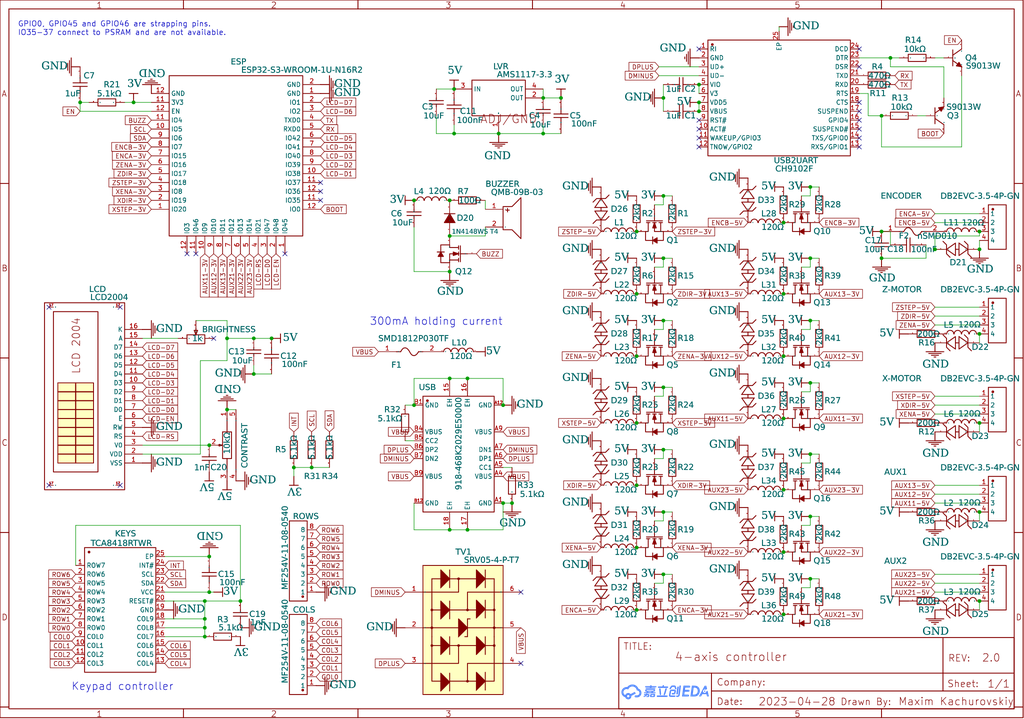
<source format=kicad_sch>
(kicad_sch (version 20231120) (generator "eeschema") (generator_version "8.0")
  (paper "User" 292.1 205.105)
  (lib_symbols
    (symbol "0402B102K500NT"
      (property "Reference" "C19" (at 2.54 0.9017 0))
      (property "Value" "1nF" (at 2.54 -1.3843 0))
      (symbol "0402B102K500NT_0_0"
        (pin input line (at 0 -3.81 90) (length 2.54) (name "1") (number "1"))
        (pin input line (at 0 3.81 270) (length 2.54) (name "2") (number "2"))
      )
    )
    (symbol "0402B102K500NT_1"
      (property "Reference" "C20" (at 0.3556 -1.6637 0))
      (property "Value" "1nF" (at -4.572 -1.6637 0))
      (symbol "0402B102K500NT_1_0_0"
        (pin input line (at 0 -3.81 90) (length 2.54) (name "1") (number "1"))
        (pin input line (at 0 3.81 270) (length 2.54) (name "2") (number "2"))
      )
    )
    (symbol "0603WAF1002T5E"
      (property "Reference" "R13" (at -2.159 5.9309 0))
      (property "Value" "10kΩ" (at -2.794 3.3909 0))
      (symbol "0603WAF1002T5E_0_0"
        (pin input line (at -5.08 0 0) (length 2.54) (name "1") (number "1"))
        (pin input line (at 5.08 0 180) (length 2.54) (name "2") (number "2"))
      )
    )
    (symbol "0603WAF1002T5E_1"
      (property "Reference" "R14" (at -3.429 5.9309 0))
      (property "Value" "10kΩ" (at -4.064 3.3909 0))
      (symbol "0603WAF1002T5E_1_0_0"
        (pin input line (at -5.08 0 0) (length 2.54) (name "1") (number "1"))
        (pin input line (at 5.08 0 180) (length 2.54) (name "2") (number "2"))
      )
    )
    (symbol "0603WAF2001T5E"
      (property "Reference" "R2" (at 1.524 0.9017 0))
      (property "Value" "2kΩ" (at -0.8763 -2.1336 90))
      (symbol "0603WAF2001T5E_0_0"
        (pin input line (at 0 5.08 270) (length 2.54) (name "1") (number "1"))
        (pin input line (at 0 -5.08 90) (length 2.54) (name "2") (number "2"))
      )
    )
    (symbol "0603WAF2001T5E_1"
      (property "Reference" "R1" (at 1.524 0.9017 0))
      (property "Value" "2kΩ" (at -0.8763 -2.1336 90))
      (symbol "0603WAF2001T5E_1_0_0"
        (pin input line (at 0 -5.08 90) (length 2.54) (name "1") (number "1"))
        (pin input line (at 0 5.08 270) (length 2.54) (name "2") (number "2"))
      )
    )
    (symbol "0603WAF2001T5E_10"
      (property "Reference" "R24" (at 1.524 0.9017 0))
      (property "Value" "2kΩ" (at -0.8763 -2.1336 90))
      (symbol "0603WAF2001T5E_10_0_0"
        (pin input line (at 0 -5.08 90) (length 2.54) (name "1") (number "1"))
        (pin input line (at 0 5.08 270) (length 2.54) (name "2") (number "2"))
      )
    )
    (symbol "0603WAF2001T5E_11"
      (property "Reference" "R25" (at 1.524 0.9017 0))
      (property "Value" "2kΩ" (at -0.8763 -2.1336 90))
      (symbol "0603WAF2001T5E_11_0_0"
        (pin input line (at 0 5.08 270) (length 2.54) (name "1") (number "1"))
        (pin input line (at 0 -5.08 90) (length 2.54) (name "2") (number "2"))
      )
    )
    (symbol "0603WAF2001T5E_12"
      (property "Reference" "R28" (at 1.524 0.9017 0))
      (property "Value" "2kΩ" (at -0.8763 -2.1336 90))
      (symbol "0603WAF2001T5E_12_0_0"
        (pin input line (at 0 -5.08 90) (length 2.54) (name "1") (number "1"))
        (pin input line (at 0 5.08 270) (length 2.54) (name "2") (number "2"))
      )
    )
    (symbol "0603WAF2001T5E_13"
      (property "Reference" "R29" (at 1.524 0.9017 0))
      (property "Value" "2kΩ" (at -0.8763 -2.1336 90))
      (symbol "0603WAF2001T5E_13_0_0"
        (pin input line (at 0 5.08 270) (length 2.54) (name "1") (number "1"))
        (pin input line (at 0 -5.08 90) (length 2.54) (name "2") (number "2"))
      )
    )
    (symbol "0603WAF2001T5E_14"
      (property "Reference" "R30" (at 1.524 0.9017 0))
      (property "Value" "2kΩ" (at -0.8763 -2.1336 90))
      (symbol "0603WAF2001T5E_14_0_0"
        (pin input line (at 0 -5.08 90) (length 2.54) (name "1") (number "1"))
        (pin input line (at 0 5.08 270) (length 2.54) (name "2") (number "2"))
      )
    )
    (symbol "0603WAF2001T5E_15"
      (property "Reference" "R35" (at 1.524 0.9017 0))
      (property "Value" "2kΩ" (at -0.8763 -2.1336 90))
      (symbol "0603WAF2001T5E_15_0_0"
        (pin input line (at 0 5.08 270) (length 2.54) (name "1") (number "1"))
        (pin input line (at 0 -5.08 90) (length 2.54) (name "2") (number "2"))
      )
    )
    (symbol "0603WAF2001T5E_16"
      (property "Reference" "R26" (at 1.524 0.9017 0))
      (property "Value" "2kΩ" (at -0.8763 -2.1336 90))
      (symbol "0603WAF2001T5E_16_0_0"
        (pin input line (at 0 5.08 270) (length 2.54) (name "1") (number "1"))
        (pin input line (at 0 -5.08 90) (length 2.54) (name "2") (number "2"))
      )
    )
    (symbol "0603WAF2001T5E_17"
      (property "Reference" "R27" (at 1.524 0.9017 0))
      (property "Value" "2kΩ" (at -0.8763 -2.1336 90))
      (symbol "0603WAF2001T5E_17_0_0"
        (pin input line (at 0 -5.08 90) (length 2.54) (name "1") (number "1"))
        (pin input line (at 0 5.08 270) (length 2.54) (name "2") (number "2"))
      )
    )
    (symbol "0603WAF2001T5E_18"
      (property "Reference" "R38" (at 1.524 0.9017 0))
      (property "Value" "2kΩ" (at -0.8763 -2.1336 90))
      (symbol "0603WAF2001T5E_18_0_0"
        (pin input line (at 0 5.08 270) (length 2.54) (name "1") (number "1"))
        (pin input line (at 0 -5.08 90) (length 2.54) (name "2") (number "2"))
      )
    )
    (symbol "0603WAF2001T5E_19"
      (property "Reference" "R39" (at 1.524 0.9017 0))
      (property "Value" "2kΩ" (at -0.8763 -2.1336 90))
      (symbol "0603WAF2001T5E_19_0_0"
        (pin input line (at 0 -5.08 90) (length 2.54) (name "1") (number "1"))
        (pin input line (at 0 5.08 270) (length 2.54) (name "2") (number "2"))
      )
    )
    (symbol "0603WAF2001T5E_2"
      (property "Reference" "R6" (at 1.524 0.9017 0))
      (property "Value" "2kΩ" (at -0.8763 -2.1336 90))
      (symbol "0603WAF2001T5E_2_0_0"
        (pin input line (at 0 5.08 270) (length 2.54) (name "1") (number "1"))
        (pin input line (at 0 -5.08 90) (length 2.54) (name "2") (number "2"))
      )
    )
    (symbol "0603WAF2001T5E_20"
      (property "Reference" "R40" (at 1.524 0.9017 0))
      (property "Value" "2kΩ" (at -0.8763 -2.1336 90))
      (symbol "0603WAF2001T5E_20_0_0"
        (pin input line (at 0 5.08 270) (length 2.54) (name "1") (number "1"))
        (pin input line (at 0 -5.08 90) (length 2.54) (name "2") (number "2"))
      )
    )
    (symbol "0603WAF2001T5E_21"
      (property "Reference" "R41" (at 1.524 0.9017 0))
      (property "Value" "2kΩ" (at -0.8763 -2.1336 90))
      (symbol "0603WAF2001T5E_21_0_0"
        (pin input line (at 0 -5.08 90) (length 2.54) (name "1") (number "1"))
        (pin input line (at 0 5.08 270) (length 2.54) (name "2") (number "2"))
      )
    )
    (symbol "0603WAF2001T5E_22"
      (property "Reference" "R42" (at 1.524 0.9017 0))
      (property "Value" "2kΩ" (at -0.8763 -2.1336 90))
      (symbol "0603WAF2001T5E_22_0_0"
        (pin input line (at 0 -5.08 90) (length 2.54) (name "1") (number "1"))
        (pin input line (at 0 5.08 270) (length 2.54) (name "2") (number "2"))
      )
    )
    (symbol "0603WAF2001T5E_23"
      (property "Reference" "R43" (at 1.524 0.9017 0))
      (property "Value" "2kΩ" (at -0.8763 -2.1336 90))
      (symbol "0603WAF2001T5E_23_0_0"
        (pin input line (at 0 5.08 270) (length 2.54) (name "1") (number "1"))
        (pin input line (at 0 -5.08 90) (length 2.54) (name "2") (number "2"))
      )
    )
    (symbol "0603WAF2001T5E_24"
      (property "Reference" "R44" (at 1.524 0.9017 0))
      (property "Value" "2kΩ" (at -0.8763 -2.1336 90))
      (symbol "0603WAF2001T5E_24_0_0"
        (pin input line (at 0 -5.08 90) (length 2.54) (name "1") (number "1"))
        (pin input line (at 0 5.08 270) (length 2.54) (name "2") (number "2"))
      )
    )
    (symbol "0603WAF2001T5E_25"
      (property "Reference" "R45" (at 1.524 0.9017 0))
      (property "Value" "2kΩ" (at -0.8763 -2.1336 90))
      (symbol "0603WAF2001T5E_25_0_0"
        (pin input line (at 0 5.08 270) (length 2.54) (name "1") (number "1"))
        (pin input line (at 0 -5.08 90) (length 2.54) (name "2") (number "2"))
      )
    )
    (symbol "0603WAF2001T5E_26"
      (property "Reference" "R48" (at 1.524 0.9017 0))
      (property "Value" "2kΩ" (at -0.8763 -2.1336 90))
      (symbol "0603WAF2001T5E_26_0_0"
        (pin input line (at 0 -5.08 90) (length 2.54) (name "1") (number "1"))
        (pin input line (at 0 5.08 270) (length 2.54) (name "2") (number "2"))
      )
    )
    (symbol "0603WAF2001T5E_27"
      (property "Reference" "R49" (at 1.524 0.9017 0))
      (property "Value" "2kΩ" (at -0.8763 -2.1336 90))
      (symbol "0603WAF2001T5E_27_0_0"
        (pin input line (at 0 5.08 270) (length 2.54) (name "1") (number "1"))
        (pin input line (at 0 -5.08 90) (length 2.54) (name "2") (number "2"))
      )
    )
    (symbol "0603WAF2001T5E_3"
      (property "Reference" "R15" (at 1.524 0.9017 0))
      (property "Value" "2kΩ" (at -0.8763 -2.1336 90))
      (symbol "0603WAF2001T5E_3_0_0"
        (pin input line (at 0 -5.08 90) (length 2.54) (name "1") (number "1"))
        (pin input line (at 0 5.08 270) (length 2.54) (name "2") (number "2"))
      )
    )
    (symbol "0603WAF2001T5E_4"
      (property "Reference" "R17" (at 1.524 0.9017 0))
      (property "Value" "2kΩ" (at -0.8763 -2.1336 90))
      (symbol "0603WAF2001T5E_4_0_0"
        (pin input line (at 0 5.08 270) (length 2.54) (name "1") (number "1"))
        (pin input line (at 0 -5.08 90) (length 2.54) (name "2") (number "2"))
      )
    )
    (symbol "0603WAF2001T5E_5"
      (property "Reference" "R18" (at 1.524 0.9017 0))
      (property "Value" "2kΩ" (at -0.8763 -2.1336 90))
      (symbol "0603WAF2001T5E_5_0_0"
        (pin input line (at 0 -5.08 90) (length 2.54) (name "1") (number "1"))
        (pin input line (at 0 5.08 270) (length 2.54) (name "2") (number "2"))
      )
    )
    (symbol "0603WAF2001T5E_6"
      (property "Reference" "R19" (at 1.524 0.9017 0))
      (property "Value" "2kΩ" (at -0.8763 -2.1336 90))
      (symbol "0603WAF2001T5E_6_0_0"
        (pin input line (at 0 -5.08 90) (length 2.54) (name "1") (number "1"))
        (pin input line (at 0 5.08 270) (length 2.54) (name "2") (number "2"))
      )
    )
    (symbol "0603WAF2001T5E_7"
      (property "Reference" "R20" (at 1.524 0.9017 0))
      (property "Value" "2kΩ" (at -0.8763 -2.1336 90))
      (symbol "0603WAF2001T5E_7_0_0"
        (pin input line (at 0 5.08 270) (length 2.54) (name "1") (number "1"))
        (pin input line (at 0 -5.08 90) (length 2.54) (name "2") (number "2"))
      )
    )
    (symbol "0603WAF2001T5E_8"
      (property "Reference" "R22" (at 1.524 0.9017 0))
      (property "Value" "2kΩ" (at -0.8763 -2.1336 90))
      (symbol "0603WAF2001T5E_8_0_0"
        (pin input line (at 0 -5.08 90) (length 2.54) (name "1") (number "1"))
        (pin input line (at 0 5.08 270) (length 2.54) (name "2") (number "2"))
      )
    )
    (symbol "0603WAF2001T5E_9"
      (property "Reference" "R23" (at 1.524 0.9017 0))
      (property "Value" "2kΩ" (at -0.8763 -2.1336 90))
      (symbol "0603WAF2001T5E_9_0_0"
        (pin input line (at 0 5.08 270) (length 2.54) (name "1") (number "1"))
        (pin input line (at 0 -5.08 90) (length 2.54) (name "2") (number "2"))
      )
    )
    (symbol "0603WAF4700T5E"
      (property "Reference" "R4" (at -1.4986 3.3909 0))
      (property "Value" "470Ω" (at -2.8448 0.8763 0))
      (symbol "0603WAF4700T5E_0_0"
        (pin input line (at -5.08 0 0) (length 2.54) (name "1") (number "1"))
        (pin input line (at 5.08 0 180) (length 2.54) (name "2") (number "2"))
      )
    )
    (symbol "0603WAF4700T5E_1"
      (property "Reference" "R11" (at -2.0828 -1.6637 0))
      (property "Value" "470Ω" (at -2.8448 0.8763 0))
      (symbol "0603WAF4700T5E_1_0_0"
        (pin input line (at -5.08 0 0) (length 2.54) (name "1") (number "1"))
        (pin input line (at 5.08 0 180) (length 2.54) (name "2") (number "2"))
      )
    )
    (symbol "0603WAF5101T5E"
      (property "Reference" "R33" (at 1.524 0.8763 0))
      (property "Value" "5.1kΩ" (at 1.9304 -1.6637 0))
      (symbol "0603WAF5101T5E_0_0"
        (pin input line (at 0 -5.08 90) (length 2.54) (name "1") (number "1"))
        (pin input line (at 0 5.08 270) (length 2.54) (name "2") (number "2"))
      )
    )
    (symbol "0603WAF5101T5E_1"
      (property "Reference" "R32" (at -5.969 4.6609 0))
      (property "Value" "5.1kΩ" (at -8.1788 2.1463 0))
      (symbol "0603WAF5101T5E_1_0_0"
        (pin input line (at 0 -5.08 90) (length 2.54) (name "1") (number "1"))
        (pin input line (at 0 5.08 270) (length 2.54) (name "2") (number "2"))
      )
    )
    (symbol "0603WAF5101T5E_2"
      (property "Reference" "R5" (at -5.3086 0.9017 0))
      (property "Value" "5.1kΩ" (at -0.8763 -3.1242 90))
      (symbol "0603WAF5101T5E_2_0_0"
        (pin input line (at 0 -5.08 90) (length 2.54) (name "1") (number "1"))
        (pin input line (at 0 5.08 270) (length 2.54) (name "2") (number "2"))
      )
    )
    (symbol "0603WAF5101T5E_3"
      (property "Reference" "R31" (at -2.159 -6.7437 0))
      (property "Value" "5.1kΩ" (at -0.8763 -3.1242 90))
      (symbol "0603WAF5101T5E_3_0_0"
        (pin input line (at 0 -5.08 90) (length 2.54) (name "1") (number "1"))
        (pin input line (at 0 5.08 270) (length 2.54) (name "2") (number "2"))
      )
    )
    (symbol "0603WAF5101T5E_4"
      (property "Reference" "R34" (at -2.159 -6.7437 0))
      (property "Value" "5.1kΩ" (at -0.8763 -3.1242 90))
      (symbol "0603WAF5101T5E_4_0_0"
        (pin input line (at 0 -5.08 90) (length 2.54) (name "1") (number "1"))
        (pin input line (at 0 5.08 270) (length 2.54) (name "2") (number "2"))
      )
    )
    (symbol "0603WAF5101T5E_5"
      (property "Reference" "R3" (at -1.4986 5.7277 0))
      (property "Value" "5.1kΩ" (at -1.4986 3.4671 0))
      (symbol "0603WAF5101T5E_5_0_0"
        (pin input line (at 5.08 0 180) (length 2.54) (name "1") (number "1"))
        (pin input line (at -5.08 0 0) (length 2.54) (name "2") (number "2"))
      )
    )
    (symbol "0603WAF5101T5E_6"
      (property "Reference" "R21" (at -0.889 5.9309 0))
      (property "Value" "5.1kΩ" (at -3.1242 3.3909 0))
      (symbol "0603WAF5101T5E_6_0_0"
        (pin input line (at 5.08 0 180) (length 2.54) (name "1") (number "1"))
        (pin input line (at -5.08 0 0) (length 2.54) (name "2") (number "2"))
      )
    )
    (symbol "0805W8F1000T5E"
      (property "Reference" "R7" (at -2.7686 3.3909 0))
      (property "Value" "100Ω" (at -2.8448 0.8763 0))
      (symbol "0805W8F1000T5E_0_0"
        (pin input line (at -5.08 0 0) (length 2.54) (name "1") (number "1"))
        (pin input line (at 5.08 0 180) (length 2.54) (name "2") (number "2"))
      )
    )
    (symbol "0805W8F2000T5E"
      (property "Reference" "R16" (at -2.159 -1.6637 0))
      (property "Value" "200Ω" (at -2.8448 0.8763 0))
      (symbol "0805W8F2000T5E_0_0"
        (pin input line (at -5.08 0 0) (length 2.54) (name "1") (number "1"))
        (pin input line (at 5.08 0 180) (length 2.54) (name "2") (number "2"))
      )
    )
    (symbol "0805W8F2000T5E_1"
      (property "Reference" "R12" (at -2.159 -1.6637 0))
      (property "Value" "200Ω" (at -2.8448 0.8763 0))
      (symbol "0805W8F2000T5E_1_0_0"
        (pin input line (at -5.08 0 0) (length 2.54) (name "1") (number "1"))
        (pin input line (at 5.08 0 180) (length 2.54) (name "2") (number "2"))
      )
    )
    (symbol "0805W8F2000T5E_2"
      (property "Reference" "R36" (at -2.159 -1.6637 0))
      (property "Value" "200Ω" (at -2.8448 0.8763 0))
      (symbol "0805W8F2000T5E_2_0_0"
        (pin input line (at -5.08 0 0) (length 2.54) (name "1") (number "1"))
        (pin input line (at 5.08 0 180) (length 2.54) (name "2") (number "2"))
      )
    )
    (symbol "0805W8F2000T5E_3"
      (property "Reference" "R37" (at -2.159 -1.6637 0))
      (property "Value" "200Ω" (at -2.8448 0.8763 0))
      (symbol "0805W8F2000T5E_3_0_0"
        (pin input line (at -5.08 0 0) (length 2.54) (name "1") (number "1"))
        (pin input line (at 5.08 0 180) (length 2.54) (name "2") (number "2"))
      )
    )
    (symbol "1N4148WS T4"
      (property "Reference" "D20" (at 2.032 0.8763 0))
      (property "Value" "1N4148WS T4" (at 0.2286 -3.1179 0))
      (symbol "1N4148WS T4_0_0"
        (pin unspecified line (at 0 5.08 270) (length 3.81) (name "K") (number "1"))
        (pin unspecified line (at 0 -5.08 90) (length 3.81) (name "A") (number "2"))
      )
    )
    (symbol "3314G-2-102E"
      (property "Reference" "BRIGHTNESS" (at 1.778 2.1209 0))
      (property "Value" "1k" (at -1.2446 -0.3937 0))
      (symbol "3314G-2-102E_0_0"
        (pin input line (at 5.08 -1.27 180) (length 2.54) (name "1") (number "1"))
        (pin input line (at 0 3.81 270) (length 2.54) (name "2") (number "2"))
        (pin input line (at -5.08 -1.27 0) (length 2.54) (name "3") (number "3"))
      )
    )
    (symbol "3V" (power) (pin_numbers hide) (pin_names hide)
      (property "Value" "3V" (at 0 3.81 0))
      (symbol "3V_0_0"
        (pin power_in line (at 0 0 270) (length 0) (name "3V") (number "1"))
      )
    )
    (symbol "5V" (power) (pin_numbers hide) (pin_names hide)
      (property "Value" "5V" (at 0 3.81 0))
      (symbol "5V_0_0"
        (pin power_in line (at 0 0 270) (length 0) (name "5V") (number "1"))
      )
    )
    (symbol "918-468K2029E50000"
      (property "Reference" "USB" (at -11.303 18.6309 0))
      (property "Value" "918-468K2029E50000" (at -0.8763 -13.1318 90))
      (symbol "918-468K2029E50000_0_0"
        (pin unspecified line (at -2.54 20.32 270) (length 5.08) (name "EH") (number "15"))
        (pin unspecified line (at 2.54 20.32 270) (length 5.08) (name "EH") (number "16"))
        (pin unspecified line (at 2.54 -22.86 90) (length 5.08) (name "EH") (number "17"))
        (pin unspecified line (at -2.54 -22.86 90) (length 5.08) (name "EH") (number "18"))
        (pin unspecified line (at 12.7 -15.24 180) (length 2.54) (name "GND") (number "A1"))
        (pin unspecified line (at 12.7 12.7 180) (length 2.54) (name "GND") (number "A12"))
        (pin unspecified line (at 12.7 -7.62 180) (length 2.54) (name "VBUS") (number "A4"))
        (pin unspecified line (at 12.7 -5.08 180) (length 2.54) (name "CC1") (number "A5"))
        (pin unspecified line (at 12.7 -2.54 180) (length 2.54) (name "DP1") (number "A6"))
        (pin unspecified line (at 12.7 0 180) (length 2.54) (name "DN1") (number "A7"))
        (pin unspecified line (at 12.7 5.08 180) (length 2.54) (name "VBUS") (number "A9"))
        (pin unspecified line (at -12.7 12.7 0) (length 2.54) (name "GND") (number "B1"))
        (pin unspecified line (at -12.7 -15.24 0) (length 2.54) (name "GND") (number "B12"))
        (pin unspecified line (at -12.7 5.08 0) (length 2.54) (name "VBUS") (number "B4"))
        (pin unspecified line (at -12.7 2.54 0) (length 2.54) (name "CC2") (number "B5"))
        (pin unspecified line (at -12.7 0 0) (length 2.54) (name "DP2") (number "B6"))
        (pin unspecified line (at -12.7 -2.54 0) (length 2.54) (name "DN2") (number "B7"))
        (pin unspecified line (at -12.7 -7.62 0) (length 2.54) (name "VBUS") (number "B9"))
      )
    )
    (symbol "AMS1117-3.3_C2992570"
      (property "Reference" "LVR" (at -1.4986 7.2771 0))
      (property "Value" "AMS1117-3.3" (at -1.4986 5.0419 0))
      (symbol "AMS1117-3.3_C2992570_0_0"
        (text "ADJ/GND" (at -5.334 -7.112 0) (effects (font (size 2.413 2.413)) (justify left top)))
        (pin passive line (at 0 -12.7 90) (length 5.08) (name "ADJ/GND") (number "1"))
        (pin passive line (at 12.7 -2.54 180) (length 5.08) (name "OUT") (number "2"))
        (pin passive line (at -12.7 0 0) (length 5.08) (name "IN") (number "3"))
        (pin passive line (at 12.7 0 180) (length 5.08) (name "OUT") (number "4"))
      )
    )
    (symbol "CBM160808U121T"
      (property "Reference" "L5" (at -5.1054 3.3909 0))
      (property "Value" "120Ω" (at -1.2954 3.5433 0))
      (symbol "CBM160808U121T_0_0"
        (pin unspecified line (at -5.08 0 0) (length 0.762) (name "1") (number "1"))
        (pin unspecified line (at 5.08 0 180) (length 0.762) (name "2") (number "2"))
      )
    )
    (symbol "CBM160808U121T_1"
      (property "Reference" "L6" (at -5.1054 3.3909 0))
      (property "Value" "120Ω" (at -1.2954 3.5433 0))
      (symbol "CBM160808U121T_1_0_0"
        (pin unspecified line (at -5.08 0 0) (length 0.762) (name "1") (number "1"))
        (pin unspecified line (at 5.08 0 180) (length 0.762) (name "2") (number "2"))
      )
    )
    (symbol "CBM160808U121T_10"
      (property "Reference" "L28" (at -1.2954 3.3909 0))
      (property "Value" "120Ω" (at -1.5748 -0.3937 0))
      (symbol "CBM160808U121T_10_0_0"
        (pin unspecified line (at -5.08 0 0) (length 0.762) (name "1") (number "1"))
        (pin unspecified line (at 5.08 0 180) (length 0.762) (name "2") (number "2"))
      )
    )
    (symbol "CBM160808U121T_11"
      (property "Reference" "L29" (at -1.2954 3.3909 0))
      (property "Value" "120Ω" (at -1.5748 -0.3937 0))
      (symbol "CBM160808U121T_11_0_0"
        (pin unspecified line (at -5.08 0 0) (length 0.762) (name "1") (number "1"))
        (pin unspecified line (at 5.08 0 180) (length 0.762) (name "2") (number "2"))
      )
    )
    (symbol "CBM160808U121T_12"
      (property "Reference" "L27" (at -1.2954 3.3909 0))
      (property "Value" "120Ω" (at -1.5748 -0.3937 0))
      (symbol "CBM160808U121T_12_0_0"
        (pin unspecified line (at -5.08 0 0) (length 0.762) (name "1") (number "1"))
        (pin unspecified line (at 5.08 0 180) (length 0.762) (name "2") (number "2"))
      )
    )
    (symbol "CBM160808U121T_13"
      (property "Reference" "L31" (at -1.2954 3.3909 0))
      (property "Value" "120Ω" (at -1.5748 -0.3937 0))
      (symbol "CBM160808U121T_13_0_0"
        (pin unspecified line (at -5.08 0 0) (length 0.762) (name "1") (number "1"))
        (pin unspecified line (at 5.08 0 180) (length 0.762) (name "2") (number "2"))
      )
    )
    (symbol "CBM160808U121T_14"
      (property "Reference" "L32" (at -1.2954 3.3909 0))
      (property "Value" "120Ω" (at -1.5748 -0.3937 0))
      (symbol "CBM160808U121T_14_0_0"
        (pin unspecified line (at -5.08 0 0) (length 0.762) (name "1") (number "1"))
        (pin unspecified line (at 5.08 0 180) (length 0.762) (name "2") (number "2"))
      )
    )
    (symbol "CBM160808U121T_15"
      (property "Reference" "L33" (at -1.2954 3.3909 0))
      (property "Value" "120Ω" (at -1.5748 -0.3937 0))
      (symbol "CBM160808U121T_15_0_0"
        (pin unspecified line (at -5.08 0 0) (length 0.762) (name "1") (number "1"))
        (pin unspecified line (at 5.08 0 180) (length 0.762) (name "2") (number "2"))
      )
    )
    (symbol "CBM160808U121T_16"
      (property "Reference" "L34" (at -1.2954 3.3909 0))
      (property "Value" "120Ω" (at -1.5748 -0.3937 0))
      (symbol "CBM160808U121T_16_0_0"
        (pin unspecified line (at -5.08 0 0) (length 0.762) (name "1") (number "1"))
        (pin unspecified line (at 5.08 0 180) (length 0.762) (name "2") (number "2"))
      )
    )
    (symbol "CBM160808U121T_17"
      (property "Reference" "L36" (at -1.2954 3.3909 0))
      (property "Value" "120Ω" (at -1.5748 -0.3937 0))
      (symbol "CBM160808U121T_17_0_0"
        (pin unspecified line (at -5.08 0 0) (length 0.762) (name "1") (number "1"))
        (pin unspecified line (at 5.08 0 180) (length 0.762) (name "2") (number "2"))
      )
    )
    (symbol "CBM160808U121T_18"
      (property "Reference" "L2" (at -5.1054 3.3909 0))
      (property "Value" "120Ω" (at -1.2954 3.5433 0))
      (symbol "CBM160808U121T_18_0_0"
        (pin unspecified line (at -5.08 0 0) (length 0.762) (name "1") (number "1"))
        (pin unspecified line (at 5.08 0 180) (length 0.762) (name "2") (number "2"))
      )
    )
    (symbol "CBM160808U121T_19"
      (property "Reference" "L3" (at -5.1054 3.3909 0))
      (property "Value" "120Ω" (at -1.2954 3.5433 0))
      (symbol "CBM160808U121T_19_0_0"
        (pin unspecified line (at -5.08 0 0) (length 0.762) (name "1") (number "1"))
        (pin unspecified line (at 5.08 0 180) (length 0.762) (name "2") (number "2"))
      )
    )
    (symbol "CBM160808U121T_2"
      (property "Reference" "L11" (at -5.1054 3.3909 0))
      (property "Value" "120Ω" (at -0.3048 3.3909 0))
      (symbol "CBM160808U121T_2_0_0"
        (pin unspecified line (at -5.08 0 0) (length 0.762) (name "1") (number "1"))
        (pin unspecified line (at 5.08 0 180) (length 0.762) (name "2") (number "2"))
      )
    )
    (symbol "CBM160808U121T_20"
      (property "Reference" "L4" (at -5.1054 3.3909 0))
      (property "Value" "120Ω" (at -1.2954 3.5433 0))
      (symbol "CBM160808U121T_20_0_0"
        (pin unspecified line (at -5.08 0 0) (length 0.762) (name "1") (number "1"))
        (pin unspecified line (at 5.08 0 180) (length 0.762) (name "2") (number "2"))
      )
    )
    (symbol "CBM160808U121T_3"
      (property "Reference" "L10" (at -1.9558 3.3909 0))
      (property "Value" "120Ω" (at -2.8448 -0.3937 0))
      (symbol "CBM160808U121T_3_0_0"
        (pin unspecified line (at -5.08 0 0) (length 0.762) (name "1") (number "1"))
        (pin unspecified line (at 5.08 0 180) (length 0.762) (name "2") (number "2"))
      )
    )
    (symbol "CBM160808U121T_4"
      (property "Reference" "L1" (at -1.2954 3.3909 0))
      (property "Value" "120Ω" (at -1.5748 -0.3937 0))
      (symbol "CBM160808U121T_4_0_0"
        (pin unspecified line (at -5.08 0 0) (length 0.762) (name "1") (number "1"))
        (pin unspecified line (at 5.08 0 180) (length 0.762) (name "2") (number "2"))
      )
    )
    (symbol "CBM160808U121T_5"
      (property "Reference" "L22" (at -1.2954 3.3909 0))
      (property "Value" "120Ω" (at -1.5748 -0.3937 0))
      (symbol "CBM160808U121T_5_0_0"
        (pin unspecified line (at -5.08 0 0) (length 0.762) (name "1") (number "1"))
        (pin unspecified line (at 5.08 0 180) (length 0.762) (name "2") (number "2"))
      )
    )
    (symbol "CBM160808U121T_6"
      (property "Reference" "L23" (at -1.2954 3.3909 0))
      (property "Value" "120Ω" (at -1.5748 -0.3937 0))
      (symbol "CBM160808U121T_6_0_0"
        (pin unspecified line (at -5.08 0 0) (length 0.762) (name "1") (number "1"))
        (pin unspecified line (at 5.08 0 180) (length 0.762) (name "2") (number "2"))
      )
    )
    (symbol "CBM160808U121T_7"
      (property "Reference" "L24" (at -1.2954 3.3909 0))
      (property "Value" "120Ω" (at -1.5748 -0.3937 0))
      (symbol "CBM160808U121T_7_0_0"
        (pin unspecified line (at -5.08 0 0) (length 0.762) (name "1") (number "1"))
        (pin unspecified line (at 5.08 0 180) (length 0.762) (name "2") (number "2"))
      )
    )
    (symbol "CBM160808U121T_8"
      (property "Reference" "L25" (at -1.2954 3.3909 0))
      (property "Value" "120Ω" (at -1.5748 -0.3937 0))
      (symbol "CBM160808U121T_8_0_0"
        (pin unspecified line (at -5.08 0 0) (length 0.762) (name "1") (number "1"))
        (pin unspecified line (at 5.08 0 180) (length 0.762) (name "2") (number "2"))
      )
    )
    (symbol "CBM160808U121T_9"
      (property "Reference" "L26" (at -1.2954 3.3909 0))
      (property "Value" "120Ω" (at -1.5748 -0.3937 0))
      (symbol "CBM160808U121T_9_0_0"
        (pin unspecified line (at -5.08 0 0) (length 0.762) (name "1") (number "1"))
        (pin unspecified line (at 5.08 0 180) (length 0.762) (name "2") (number "2"))
      )
    )
    (symbol "CC0603KRX7R9BB104"
      (property "Reference" "C11" (at 1.7018 -0.3937 0))
      (property "Value" "100nF" (at 0.4318 -2.9337 0))
      (symbol "CC0603KRX7R9BB104_0_0"
        (pin unspecified line (at 0 -5.08 90) (length 2.54) (name "1") (number "1"))
        (pin unspecified line (at 0 5.08 270) (length 2.54) (name "2") (number "2"))
      )
    )
    (symbol "CC0603KRX7R9BB104_1"
      (property "Reference" "C5" (at 2.54 0.8763 0))
      (property "Value" "100nF" (at 2.54 -1.3843 0))
      (symbol "CC0603KRX7R9BB104_1_0_0"
        (pin unspecified line (at 0 5.08 270) (length 2.54) (name "1") (number "1"))
        (pin unspecified line (at 0 -5.08 90) (length 2.54) (name "2") (number "2"))
      )
    )
    (symbol "CC0603KRX7R9BB104_2"
      (property "Reference" "C15" (at 2.54 0.8763 0))
      (property "Value" "100nF" (at 2.54 -1.4097 0))
      (symbol "CC0603KRX7R9BB104_2_0_0"
        (pin unspecified line (at 0 -5.08 90) (length 2.54) (name "1") (number "1"))
        (pin unspecified line (at 0 5.08 270) (length 2.54) (name "2") (number "2"))
      )
    )
    (symbol "CC0603KRX7R9BB104_3"
      (property "Reference" "C12" (at 2.54 0.8763 0))
      (property "Value" "100nF" (at 2.54 -1.4097 0))
      (symbol "CC0603KRX7R9BB104_3_0_0"
        (pin unspecified line (at 0 -5.08 90) (length 2.54) (name "1") (number "1"))
        (pin unspecified line (at 0 5.08 270) (length 2.54) (name "2") (number "2"))
      )
    )
    (symbol "CC0603KRX7R9BB104_4"
      (property "Reference" "C18" (at -5.969 -0.3937 0))
      (property "Value" "100nF" (at 0.4318 -0.3937 0))
      (symbol "CC0603KRX7R9BB104_4_0_0"
        (pin unspecified line (at 5.08 0 180) (length 2.54) (name "1") (number "1"))
        (pin unspecified line (at -5.08 0 0) (length 2.54) (name "2") (number "2"))
      )
    )
    (symbol "CH9102F"
      (property "Reference" "USB2UART" (at -1.4986 -16.9799 0))
      (property "Value" "CH9102F" (at -1.4986 -19.3167 0))
      (symbol "CH9102F_0_0"
        (pin unspecified line (at -22.86 13.97 0) (length 2.54) (name "RI") (number "1"))
        (pin unspecified line (at -22.86 -8.89 0) (length 2.54) (name "ACT#") (number "10"))
        (pin unspecified line (at -22.86 -11.43 0) (length 2.54) (name "WAKEUP/GPIO3") (number "11"))
        (pin unspecified line (at -22.86 -13.97 0) (length 2.54) (name "TNOW/GPIO2") (number "12"))
        (pin unspecified line (at 22.86 -13.97 180) (length 2.54) (name "RXS/GPIO1") (number "13"))
        (pin unspecified line (at 22.86 -11.43 180) (length 2.54) (name "TXS/GPIO0") (number "14"))
        (pin unspecified line (at 22.86 -8.89 180) (length 2.54) (name "SUSPEND#") (number "15"))
        (pin unspecified line (at 22.86 -6.35 180) (length 2.54) (name "GPIO4") (number "16"))
        (pin unspecified line (at 22.86 -3.81 180) (length 2.54) (name "SUSPEND") (number "17"))
        (pin unspecified line (at 22.86 -1.27 180) (length 2.54) (name "CTS") (number "18"))
        (pin unspecified line (at 22.86 1.27 180) (length 2.54) (name "RTS") (number "19"))
        (pin unspecified line (at -22.86 11.43 0) (length 2.54) (name "GND") (number "2"))
        (pin unspecified line (at 22.86 3.81 180) (length 2.54) (name "RXD") (number "20"))
        (pin unspecified line (at 22.86 6.35 180) (length 2.54) (name "TXD") (number "21"))
        (pin unspecified line (at 22.86 8.89 180) (length 2.54) (name "DSR") (number "22"))
        (pin unspecified line (at 22.86 11.43 180) (length 2.54) (name "DTR") (number "23"))
        (pin unspecified line (at 22.86 13.97 180) (length 2.54) (name "DCD") (number "24"))
        (pin unspecified line (at 0 19.05 270) (length 2.54) (name "EP") (number "25"))
        (pin unspecified line (at -22.86 8.89 0) (length 2.54) (name "UD+") (number "3"))
        (pin unspecified line (at -22.86 6.35 0) (length 2.54) (name "UD-") (number "4"))
        (pin unspecified line (at -22.86 3.81 0) (length 2.54) (name "VIO") (number "5"))
        (pin unspecified line (at -22.86 1.27 0) (length 2.54) (name "V3") (number "6"))
        (pin unspecified line (at -22.86 -1.27 0) (length 2.54) (name "VDD5") (number "7"))
        (pin unspecified line (at -22.86 -3.81 0) (length 2.54) (name "VBUS") (number "8"))
        (pin unspecified line (at -22.86 -6.35 0) (length 2.54) (name "RST#") (number "9"))
      )
    )
    (symbol "CL05A105KA5NQNC"
      (property "Reference" "C7" (at 1.016 3.3909 0))
      (property "Value" "1uF" (at -4.572 -1.6637 0))
      (symbol "CL05A105KA5NQNC_0_0"
        (pin unspecified line (at 0 -5.08 90) (length 2.54) (name "1") (number "1"))
        (pin unspecified line (at 0 5.08 270) (length 2.54) (name "2") (number "2"))
      )
    )
    (symbol "CL05A105KA5NQNC_1"
      (property "Reference" "C2" (at 1.016 -0.3937 0))
      (property "Value" "1uF" (at -4.572 -0.3937 0))
      (symbol "CL05A105KA5NQNC_1_0_0"
        (pin unspecified line (at 5.08 0 180) (length 2.54) (name "1") (number "1"))
        (pin unspecified line (at -5.08 0 0) (length 2.54) (name "2") (number "2"))
      )
    )
    (symbol "CL05A105KA5NQNC_2"
      (property "Reference" "C1" (at 1.016 -0.3937 0))
      (property "Value" "1uF" (at -4.572 -0.3937 0))
      (symbol "CL05A105KA5NQNC_2_0_0"
        (pin unspecified line (at -5.08 0 0) (length 2.54) (name "1") (number "1"))
        (pin unspecified line (at 5.08 0 180) (length 2.54) (name "2") (number "2"))
      )
    )
    (symbol "CL31A106KBHNNNE"
      (property "Reference" "C3" (at -4.0386 -0.3937 0))
      (property "Value" "10uF" (at -3.9624 -2.9337 0))
      (symbol "CL31A106KBHNNNE_0_0"
        (pin input line (at 0 -3.81 90) (length 2.54) (name "1") (number "1"))
        (pin input line (at 0 3.81 270) (length 2.54) (name "2") (number "2"))
      )
    )
    (symbol "CL31A106KBHNNNE_1"
      (property "Reference" "C4" (at -4.0386 -0.3937 0))
      (property "Value" "10uF" (at -3.9624 -2.9337 0))
      (symbol "CL31A106KBHNNNE_1_0_0"
        (pin input line (at 0 -3.81 90) (length 2.54) (name "1") (number "1"))
        (pin input line (at 0 3.81 270) (length 2.54) (name "2") (number "2"))
      )
    )
    (symbol "CL31A106KBHNNNE_2"
      (property "Reference" "C13" (at -7.239 0.8763 0))
      (property "Value" "10uF" (at -6.5024 -1.6637 0))
      (symbol "CL31A106KBHNNNE_2_0_0"
        (pin input line (at 0 -3.81 90) (length 2.54) (name "1") (number "1"))
        (pin input line (at 0 3.81 270) (length 2.54) (name "2") (number "2"))
      )
    )
    (symbol "CL31A106KBHNNNE_3"
      (property "Reference" "C17" (at -4.699 2.1209 0))
      (property "Value" "10uF" (at -5.2324 -0.3937 0))
      (symbol "CL31A106KBHNNNE_3_0_0"
        (pin input line (at 0 -3.81 90) (length 2.54) (name "1") (number "1"))
        (pin input line (at 0 3.81 270) (length 2.54) (name "2") (number "2"))
      )
    )
    (symbol "CL31A106KBHNNNE_4"
      (property "Reference" "C6" (at -6.5786 0.8763 0))
      (property "Value" "10uF" (at -6.5024 -1.6637 0))
      (symbol "CL31A106KBHNNNE_4_0_0"
        (pin input line (at 0 -3.81 90) (length 2.54) (name "1") (number "1"))
        (pin input line (at 0 3.81 270) (length 2.54) (name "2") (number "2"))
      )
    )
    (symbol "DB2EVC-3.5-4P-GN"
      (property "Reference" "Z-MOTOR" (at -32.8168 9.7155 0))
      (property "Value" "DB2EVC-3.5-4P-GN" (at -18.415 9.7409 0))
      (symbol "DB2EVC-3.5-4P-GN_0_0"
        (pin unspecified line (at -5.08 3.81 0) (length 2.54) (name "1") (number "1"))
        (pin unspecified line (at -5.08 1.27 0) (length 2.54) (name "2") (number "2"))
        (pin unspecified line (at -5.08 -1.27 0) (length 2.54) (name "3") (number "3"))
        (pin unspecified line (at -5.08 -3.81 0) (length 2.54) (name "4") (number "4"))
      )
    )
    (symbol "DB2EVC-3.5-4P-GN_1"
      (property "Reference" "X-MOTOR" (at -32.8168 9.7155 0))
      (property "Value" "DB2EVC-3.5-4P-GN" (at -18.415 9.7409 0))
      (symbol "DB2EVC-3.5-4P-GN_1_0_0"
        (pin unspecified line (at -5.08 3.81 0) (length 2.54) (name "1") (number "1"))
        (pin unspecified line (at -5.08 1.27 0) (length 2.54) (name "2") (number "2"))
        (pin unspecified line (at -5.08 -1.27 0) (length 2.54) (name "3") (number "3"))
        (pin unspecified line (at -5.08 -3.81 0) (length 2.54) (name "4") (number "4"))
      )
    )
    (symbol "DB2EVC-3.5-4P-GN_2"
      (property "Reference" "ENCODER" (at -33.2486 9.7409 0))
      (property "Value" "DB2EVC-3.5-4P-GN" (at -18.415 9.7409 0))
      (symbol "DB2EVC-3.5-4P-GN_2_0_0"
        (pin unspecified line (at -5.08 3.81 0) (length 2.54) (name "1") (number "1"))
        (pin unspecified line (at -5.08 1.27 0) (length 2.54) (name "2") (number "2"))
        (pin unspecified line (at -5.08 -1.27 0) (length 2.54) (name "3") (number "3"))
        (pin unspecified line (at -5.08 -3.81 0) (length 2.54) (name "4") (number "4"))
      )
    )
    (symbol "DB2EVC-3.5-4P-GN_3"
      (property "Reference" "AUX1" (at -32.2326 8.4455 0))
      (property "Value" "DB2EVC-3.5-4P-GN" (at -18.415 9.7409 0))
      (symbol "DB2EVC-3.5-4P-GN_3_0_0"
        (pin unspecified line (at -5.08 3.81 0) (length 2.54) (name "1") (number "1"))
        (pin unspecified line (at -5.08 1.27 0) (length 2.54) (name "2") (number "2"))
        (pin unspecified line (at -5.08 -1.27 0) (length 2.54) (name "3") (number "3"))
        (pin unspecified line (at -5.08 -3.81 0) (length 2.54) (name "4") (number "4"))
      )
    )
    (symbol "DB2EVC-3.5-4P-GN_4"
      (property "Reference" "AUX2" (at -32.2326 8.4455 0))
      (property "Value" "DB2EVC-3.5-4P-GN" (at -18.415 9.7409 0))
      (symbol "DB2EVC-3.5-4P-GN_4_0_0"
        (pin unspecified line (at -5.08 3.81 0) (length 2.54) (name "1") (number "1"))
        (pin unspecified line (at -5.08 1.27 0) (length 2.54) (name "2") (number "2"))
        (pin unspecified line (at -5.08 -1.27 0) (length 2.54) (name "3") (number "3"))
        (pin unspecified line (at -5.08 -3.81 0) (length 2.54) (name "4") (number "4"))
      )
    )
    (symbol "ESP32-S3-WROOM-1U-N16R2"
      (property "Reference" "ESP" (at -1.4986 30.2133 0))
      (property "Value" "ESP32-S3-WROOM-1U-N16R2" (at -1.4986 27.9273 0))
      (symbol "ESP32-S3-WROOM-1U-N16R2_0_0"
        (pin passive line (at 24.13 20.32 180) (length 5.08) (name "GND") (number "1"))
        (pin unspecified line (at -24.13 -12.7 0) (length 5.08) (name "IO20") (number "1"))
        (pin unspecified line (at 13.97 -25.4 90) (length 5.08) (name "IO45") (number "1"))
        (pin unspecified line (at 24.13 -2.54 180) (length 5.08) (name "IO38") (number "10"))
        (pin unspecified line (at -24.13 10.16 0) (length 5.08) (name "IO5") (number "10"))
        (pin unspecified line (at -8.89 -25.4 90) (length 5.08) (name "IO9") (number "10"))
        (pin passive line (at -24.13 17.78 0) (length 5.08) (name "3V3") (number "11"))
        (pin unspecified line (at 24.13 -10.16 180) (length 5.08) (name "IO35") (number "11"))
        (pin unspecified line (at 24.13 -5.08 180) (length 5.08) (name "IO37") (number "11"))
        (pin unspecified line (at -24.13 12.7 0) (length 5.08) (name "IO4") (number "11"))
        (pin unspecified line (at -11.43 -25.4 90) (length 5.08) (name "IO46") (number "11"))
        (pin unspecified line (at -24.13 15.24 0) (length 5.08) (name "EN") (number "12"))
        (pin passive line (at -24.13 20.32 0) (length 5.08) (name "GND") (number "12"))
        (pin unspecified line (at 24.13 -12.7 180) (length 5.08) (name "IO0") (number "12"))
        (pin unspecified line (at -13.97 -25.4 90) (length 5.08) (name "IO3") (number "12"))
        (pin unspecified line (at 24.13 -7.62 180) (length 5.08) (name "IO36") (number "12"))
        (pin passive line (at 24.13 22.86 180) (length 5.08) (name "GND") (number "2"))
        (pin unspecified line (at 24.13 17.78 180) (length 5.08) (name "IO1") (number "2"))
        (pin unspecified line (at -24.13 -10.16 0) (length 5.08) (name "IO19") (number "2"))
        (pin unspecified line (at 11.43 -25.4 90) (length 5.08) (name "IO48") (number "2"))
        (pin unspecified line (at 24.13 15.24 180) (length 5.08) (name "IO2") (number "3"))
        (pin unspecified line (at 8.89 -25.4 90) (length 5.08) (name "IO47") (number "3"))
        (pin unspecified line (at -24.13 -7.62 0) (length 5.08) (name "IO8") (number "3"))
        (pin unspecified line (at -24.13 -5.08 0) (length 5.08) (name "IO18") (number "4"))
        (pin unspecified line (at 6.35 -25.4 90) (length 5.08) (name "IO21") (number "4"))
        (pin unspecified line (at 24.13 12.7 180) (length 5.08) (name "TXD0") (number "4"))
        (pin unspecified line (at 3.81 -25.4 90) (length 5.08) (name "IO14") (number "5"))
        (pin unspecified line (at -24.13 -2.54 0) (length 5.08) (name "IO17") (number "5"))
        (pin unspecified line (at 24.13 10.16 180) (length 5.08) (name "RXD0") (number "5"))
        (pin unspecified line (at 1.27 -25.4 90) (length 5.08) (name "IO13") (number "6"))
        (pin unspecified line (at -24.13 0 0) (length 5.08) (name "IO16") (number "6"))
        (pin unspecified line (at 24.13 7.62 180) (length 5.08) (name "IO42") (number "6"))
        (pin unspecified line (at -1.27 -25.4 90) (length 5.08) (name "IO12") (number "7"))
        (pin unspecified line (at -24.13 2.54 0) (length 5.08) (name "IO15") (number "7"))
        (pin unspecified line (at 24.13 5.08 180) (length 5.08) (name "IO41") (number "7"))
        (pin unspecified line (at -3.81 -25.4 90) (length 5.08) (name "IO11") (number "8"))
        (pin unspecified line (at 24.13 2.54 180) (length 5.08) (name "IO40") (number "8"))
        (pin unspecified line (at -24.13 5.08 0) (length 5.08) (name "IO7") (number "8"))
        (pin unspecified line (at -6.35 -25.4 90) (length 5.08) (name "IO10") (number "9"))
        (pin unspecified line (at 24.13 0 180) (length 5.08) (name "IO39") (number "9"))
        (pin unspecified line (at -24.13 7.62 0) (length 5.08) (name "IO6") (number "9"))
      )
    )
    (symbol "GND" (power) (pin_numbers hide) (pin_names hide)
      (property "Value" "GND" (at 0 6.35 0))
      (symbol "GND_0_0"
        (pin power_in line (at 0 0 270) (length 0) (name "GND") (number "1"))
      )
    )
    (symbol "KESD9B5VL"
      (property "Reference" "D21" (at -2.159 -2.9083 0))
      (symbol "KESD9B5VL_0_0"
        (pin unspecified line (at 6.35 0 180) (length 3.302) (name "C") (number "1"))
        (pin unspecified line (at -6.35 0 0) (length 3.302) (name "A") (number "2"))
      )
    )
    (symbol "KESD9B5VL_1"
      (property "Reference" "D22" (at 4.1656 -0.3683 0))
      (symbol "KESD9B5VL_1_0_0"
        (pin unspecified line (at -6.35 0 0) (length 3.302) (name "C") (number "1"))
        (pin unspecified line (at 6.35 0 180) (length 3.302) (name "A") (number "2"))
      )
    )
    (symbol "KESD9B5VL_10"
      (property "Reference" "D31" (at 2.794 0.9017 0))
      (symbol "KESD9B5VL_10_0_0"
        (pin unspecified line (at 0 6.35 270) (length 3.302) (name "C") (number "1"))
        (pin unspecified line (at 0 -6.35 90) (length 3.302) (name "A") (number "2"))
      )
    )
    (symbol "KESD9B5VL_11"
      (property "Reference" "D32" (at 2.794 0.9017 0))
      (symbol "KESD9B5VL_11_0_0"
        (pin unspecified line (at 0 6.35 270) (length 3.302) (name "C") (number "1"))
        (pin unspecified line (at 0 -6.35 90) (length 3.302) (name "A") (number "2"))
      )
    )
    (symbol "KESD9B5VL_12"
      (property "Reference" "D33" (at 2.794 0.9017 0))
      (symbol "KESD9B5VL_12_0_0"
        (pin unspecified line (at 0 6.35 270) (length 3.302) (name "C") (number "1"))
        (pin unspecified line (at 0 -6.35 90) (length 3.302) (name "A") (number "2"))
      )
    )
    (symbol "KESD9B5VL_13"
      (property "Reference" "D34" (at 2.794 0.9017 0))
      (symbol "KESD9B5VL_13_0_0"
        (pin unspecified line (at 0 6.35 270) (length 3.302) (name "C") (number "1"))
        (pin unspecified line (at 0 -6.35 90) (length 3.302) (name "A") (number "2"))
      )
    )
    (symbol "KESD9B5VL_14"
      (property "Reference" "D35" (at 2.794 0.9017 0))
      (symbol "KESD9B5VL_14_0_0"
        (pin unspecified line (at 0 6.35 270) (length 3.302) (name "C") (number "1"))
        (pin unspecified line (at 0 -6.35 90) (length 3.302) (name "A") (number "2"))
      )
    )
    (symbol "KESD9B5VL_15"
      (property "Reference" "D36" (at 2.794 0.9017 0))
      (symbol "KESD9B5VL_15_0_0"
        (pin unspecified line (at 0 6.35 270) (length 3.302) (name "C") (number "1"))
        (pin unspecified line (at 0 -6.35 90) (length 3.302) (name "A") (number "2"))
      )
    )
    (symbol "KESD9B5VL_16"
      (property "Reference" "D37" (at 2.794 0.9017 0))
      (symbol "KESD9B5VL_16_0_0"
        (pin unspecified line (at 0 6.35 270) (length 3.302) (name "C") (number "1"))
        (pin unspecified line (at 0 -6.35 90) (length 3.302) (name "A") (number "2"))
      )
    )
    (symbol "KESD9B5VL_17"
      (property "Reference" "D38" (at 2.794 0.9017 0))
      (symbol "KESD9B5VL_17_0_0"
        (pin unspecified line (at 0 -6.35 90) (length 3.302) (name "C") (number "1"))
        (pin unspecified line (at 0 6.35 270) (length 3.302) (name "A") (number "2"))
      )
    )
    (symbol "KESD9B5VL_18"
      (property "Reference" "D39" (at 2.794 0.9017 0))
      (symbol "KESD9B5VL_18_0_0"
        (pin unspecified line (at 0 6.35 270) (length 3.302) (name "C") (number "1"))
        (pin unspecified line (at 0 -6.35 90) (length 3.302) (name "A") (number "2"))
      )
    )
    (symbol "KESD9B5VL_2"
      (property "Reference" "D23" (at 4.1656 -0.3937 0))
      (symbol "KESD9B5VL_2_0_0"
        (pin unspecified line (at 6.35 0 180) (length 3.302) (name "C") (number "1"))
        (pin unspecified line (at -6.35 0 0) (length 3.302) (name "A") (number "2"))
      )
    )
    (symbol "KESD9B5VL_3"
      (property "Reference" "D24" (at 4.1656 -0.3937 0))
      (symbol "KESD9B5VL_3_0_0"
        (pin unspecified line (at 6.35 0 180) (length 3.302) (name "C") (number "1"))
        (pin unspecified line (at -6.35 0 0) (length 3.302) (name "A") (number "2"))
      )
    )
    (symbol "KESD9B5VL_4"
      (property "Reference" "D25" (at 4.1656 -0.3937 0))
      (symbol "KESD9B5VL_4_0_0"
        (pin unspecified line (at 6.35 0 180) (length 3.302) (name "C") (number "1"))
        (pin unspecified line (at -6.35 0 0) (length 3.302) (name "A") (number "2"))
      )
    )
    (symbol "KESD9B5VL_5"
      (property "Reference" "D26" (at 2.794 0.9017 0))
      (symbol "KESD9B5VL_5_0_0"
        (pin unspecified line (at 0 6.35 270) (length 3.302) (name "C") (number "1"))
        (pin unspecified line (at 0 -6.35 90) (length 3.302) (name "A") (number "2"))
      )
    )
    (symbol "KESD9B5VL_6"
      (property "Reference" "D27" (at 2.794 0.9017 0))
      (symbol "KESD9B5VL_6_0_0"
        (pin unspecified line (at 0 6.35 270) (length 3.302) (name "C") (number "1"))
        (pin unspecified line (at 0 -6.35 90) (length 3.302) (name "A") (number "2"))
      )
    )
    (symbol "KESD9B5VL_7"
      (property "Reference" "D28" (at 2.794 0.9017 0))
      (symbol "KESD9B5VL_7_0_0"
        (pin unspecified line (at 0 6.35 270) (length 3.302) (name "C") (number "1"))
        (pin unspecified line (at 0 -6.35 90) (length 3.302) (name "A") (number "2"))
      )
    )
    (symbol "KESD9B5VL_8"
      (property "Reference" "D29" (at 2.794 0.9017 0))
      (symbol "KESD9B5VL_8_0_0"
        (pin unspecified line (at 0 6.35 270) (length 3.302) (name "C") (number "1"))
        (pin unspecified line (at 0 -6.35 90) (length 3.302) (name "A") (number "2"))
      )
    )
    (symbol "KESD9B5VL_9"
      (property "Reference" "D30" (at 2.794 0.9017 0))
      (symbol "KESD9B5VL_9_0_0"
        (pin unspecified line (at 0 6.35 270) (length 3.302) (name "C") (number "1"))
        (pin unspecified line (at 0 -6.35 90) (length 3.302) (name "A") (number "2"))
      )
    )
    (symbol "LCD2004"
      (property "Reference" "LCD" (at -2.5146 30.0863 0))
      (property "Value" "LCD2004" (at -2.5146 27.8511 0))
      (symbol "LCD2004_0_0"
        (text "LCD 2004" (at -7.4803 5.0546 900) (effects (font (size 2.1717 2.1717)) (justify left top)))
        (pin unspecified line (at 12.7 -20.32 180) (length 5.08) (name "VSS") (number "1"))
        (pin unspecified line (at 12.7 2.54 180) (length 5.08) (name "D3") (number "10"))
        (pin unspecified line (at 12.7 5.08 180) (length 5.08) (name "D4") (number "11"))
        (pin unspecified line (at 12.7 7.62 180) (length 5.08) (name "D5") (number "12"))
        (pin unspecified line (at 12.7 10.16 180) (length 5.08) (name "D6") (number "13"))
        (pin unspecified line (at 12.7 12.7 180) (length 5.08) (name "D7") (number "14"))
        (pin unspecified line (at 12.7 15.24 180) (length 5.08) (name "A") (number "15"))
        (pin unspecified line (at 12.7 17.78 180) (length 5.08) (name "K") (number "16"))
        (pin unspecified line (at -13.97 -26.67 0) (length 1.27) (name "0") (number "17"))
        (pin unspecified line (at -13.97 24.13 0) (length 1.27) (name "0") (number "17"))
        (pin unspecified line (at 6.35 -26.67 180) (length 1.27) (name "0") (number "17"))
        (pin unspecified line (at 6.35 24.13 180) (length 1.27) (name "0") (number "17"))
        (pin unspecified line (at 12.7 -17.78 180) (length 5.08) (name "VDD") (number "2"))
        (pin unspecified line (at 12.7 -15.24 180) (length 5.08) (name "V0") (number "3"))
        (pin unspecified line (at 12.7 -12.7 180) (length 5.08) (name "RS") (number "4"))
        (pin unspecified line (at 12.7 -10.16 180) (length 5.08) (name "RW") (number "5"))
        (pin unspecified line (at 12.7 -7.62 180) (length 5.08) (name "E") (number "6"))
        (pin unspecified line (at 12.7 -5.08 180) (length 5.08) (name "D0") (number "7"))
        (pin unspecified line (at 12.7 -2.54 180) (length 5.08) (name "D1") (number "8"))
        (pin unspecified line (at 12.7 0 180) (length 5.08) (name "D2") (number "9"))
      )
    )
    (symbol "MF254V-11-08-0540"
      (property "Reference" "ROWS" (at -1.4986 13.5763 0))
      (property "Value" "MF254V-11-08-0540" (at -4.6863 -10.7696 90))
      (symbol "MF254V-11-08-0540_0_0"
        (pin unspecified line (at 5.08 -8.89 180) (length 2.54) (name "1") (number "1"))
        (pin unspecified line (at 5.08 -6.35 180) (length 2.54) (name "2") (number "2"))
        (pin unspecified line (at 5.08 -3.81 180) (length 2.54) (name "3") (number "3"))
        (pin unspecified line (at 5.08 -1.27 180) (length 2.54) (name "4") (number "4"))
        (pin unspecified line (at 5.08 1.27 180) (length 2.54) (name "5") (number "5"))
        (pin unspecified line (at 5.08 3.81 180) (length 2.54) (name "6") (number "6"))
        (pin unspecified line (at 5.08 6.35 180) (length 2.54) (name "7") (number "7"))
        (pin unspecified line (at 5.08 8.89 180) (length 2.54) (name "8") (number "8"))
      )
    )
    (symbol "MF254V-11-08-0540_1"
      (property "Reference" "COLS" (at -1.4986 13.5763 0))
      (property "Value" "MF254V-11-08-0540" (at -4.6863 -10.7696 90))
      (symbol "MF254V-11-08-0540_1_0_0"
        (pin unspecified line (at 5.08 -8.89 180) (length 2.54) (name "1") (number "1"))
        (pin unspecified line (at 5.08 -6.35 180) (length 2.54) (name "2") (number "2"))
        (pin unspecified line (at 5.08 -3.81 180) (length 2.54) (name "3") (number "3"))
        (pin unspecified line (at 5.08 -1.27 180) (length 2.54) (name "4") (number "4"))
        (pin unspecified line (at 5.08 1.27 180) (length 2.54) (name "5") (number "5"))
        (pin unspecified line (at 5.08 3.81 180) (length 2.54) (name "6") (number "6"))
        (pin unspecified line (at 5.08 6.35 180) (length 2.54) (name "7") (number "7"))
        (pin unspecified line (at 5.08 8.89 180) (length 2.54) (name "8") (number "8"))
      )
    )
    (symbol "QMB-09B-03"
      (property "Reference" "BUZZER" (at -5.0038 10.5791 0))
      (property "Value" "QMB-09B-03" (at -5.0038 8.2931 0))
      (symbol "QMB-09B-03_0_0"
        (pin unspecified line (at -5.08 2.54 0) (length 5.08) (name "1") (number "1"))
        (pin unspecified line (at -5.08 -2.54 0) (length 5.08) (name "2") (number "2"))
      )
    )
    (symbol "RK09K113004U"
      (property "Reference" "CONTRAST" (at 4.1783 -9.0424 90))
      (property "Value" "10kΩ" (at -0.9017 -5.334 90))
      (symbol "RK09K113004U_0_0"
        (pin unspecified line (at 0 7.62 270) (length 2.54) (name "1") (number "1"))
        (pin unspecified line (at -5.08 -2.54 0) (length 2.54) (name "2") (number "2"))
        (pin unspecified line (at 0 -12.7 90) (length 2.54) (name "3") (number "3"))
        (pin unspecified line (at 2.54 -12.7 90) (length 2.54) (name "EH") (number "4"))
        (pin unspecified line (at 2.54 7.62 270) (length 2.54) (name "EH") (number "5"))
      )
    )
    (symbol "S9013W"
      (property "Reference" "Q3" (at 0.9398 0.8763 0))
      (property "Value" "S9013W" (at 0.5334 3.3909 0))
      (symbol "S9013W_0_0"
        (pin unspecified line (at -5.08 0 0) (length 2.54) (name "B") (number "1"))
        (pin unspecified line (at 0 5.08 270) (length 2.54) (name "E") (number "2"))
        (pin unspecified line (at 0 -5.08 90) (length 2.54) (name "C") (number "3"))
      )
    )
    (symbol "S9013W_1"
      (property "Reference" "Q4" (at 1.016 0.8509 0))
      (property "Value" "S9013W" (at 1.016 -1.3843 0))
      (symbol "S9013W_1_0_0"
        (pin unspecified line (at -5.08 0 0) (length 2.54) (name "B") (number "1"))
        (pin unspecified line (at 0 -5.08 90) (length 2.54) (name "E") (number "2"))
        (pin unspecified line (at 0 5.08 270) (length 2.54) (name "C") (number "3"))
      )
    )
    (symbol "SI2302ADS-T1"
      (property "Reference" "Q1" (at 3.4798 -1.6383 0))
      (symbol "SI2302ADS-T1_0_0"
        (pin unspecified line (at 0 7.62 270) (length 2.54) (name "G") (number "1"))
        (pin unspecified line (at 5.08 0 180) (length 2.54) (name "S") (number "2"))
        (pin unspecified line (at -5.08 0 0) (length 2.54) (name "D") (number "3"))
      )
    )
    (symbol "SI2302ADS-T1_1"
      (property "Reference" "Q2" (at 3.4798 -1.6383 0))
      (symbol "SI2302ADS-T1_1_0_0"
        (pin unspecified line (at 0 7.62 270) (length 2.54) (name "G") (number "1"))
        (pin unspecified line (at 5.08 0 180) (length 2.54) (name "S") (number "2"))
        (pin unspecified line (at -5.08 0 0) (length 2.54) (name "D") (number "3"))
      )
    )
    (symbol "SI2302ADS-T1_10"
      (property "Reference" "Q14" (at 3.4798 -1.6383 0))
      (symbol "SI2302ADS-T1_10_0_0"
        (pin unspecified line (at 0 7.62 270) (length 2.54) (name "G") (number "1"))
        (pin unspecified line (at 5.08 0 180) (length 2.54) (name "S") (number "2"))
        (pin unspecified line (at -5.08 0 0) (length 2.54) (name "D") (number "3"))
      )
    )
    (symbol "SI2302ADS-T1_11"
      (property "Reference" "Q15" (at 3.4798 -1.6383 0))
      (symbol "SI2302ADS-T1_11_0_0"
        (pin unspecified line (at 0 7.62 270) (length 2.54) (name "G") (number "1"))
        (pin unspecified line (at 5.08 0 180) (length 2.54) (name "S") (number "2"))
        (pin unspecified line (at -5.08 0 0) (length 2.54) (name "D") (number "3"))
      )
    )
    (symbol "SI2302ADS-T1_12"
      (property "Reference" "Q16" (at 3.4798 -1.6383 0))
      (symbol "SI2302ADS-T1_12_0_0"
        (pin unspecified line (at 0 7.62 270) (length 2.54) (name "G") (number "1"))
        (pin unspecified line (at 5.08 0 180) (length 2.54) (name "S") (number "2"))
        (pin unspecified line (at -5.08 0 0) (length 2.54) (name "D") (number "3"))
      )
    )
    (symbol "SI2302ADS-T1_13"
      (property "Reference" "Q18" (at 3.4798 -1.6383 0))
      (symbol "SI2302ADS-T1_13_0_0"
        (pin unspecified line (at 0 7.62 270) (length 2.54) (name "G") (number "1"))
        (pin unspecified line (at 5.08 0 180) (length 2.54) (name "S") (number "2"))
        (pin unspecified line (at -5.08 0 0) (length 2.54) (name "D") (number "3"))
      )
    )
    (symbol "SI2302ADS-T1_14"
      (property "Reference" "Q12" (at 1.5748 -4.2037 0))
      (symbol "SI2302ADS-T1_14_0_0"
        (pin unspecified line (at 7.62 0 180) (length 2.54) (name "G") (number "1"))
        (pin unspecified line (at 0 -5.08 90) (length 2.54) (name "S") (number "2"))
        (pin unspecified line (at 0 5.08 270) (length 2.54) (name "D") (number "3"))
      )
    )
    (symbol "SI2302ADS-T1_2"
      (property "Reference" "Q5" (at 3.4798 -1.6383 0))
      (symbol "SI2302ADS-T1_2_0_0"
        (pin unspecified line (at 0 7.62 270) (length 2.54) (name "G") (number "1"))
        (pin unspecified line (at 5.08 0 180) (length 2.54) (name "S") (number "2"))
        (pin unspecified line (at -5.08 0 0) (length 2.54) (name "D") (number "3"))
      )
    )
    (symbol "SI2302ADS-T1_3"
      (property "Reference" "Q6" (at 3.4798 -1.6383 0))
      (symbol "SI2302ADS-T1_3_0_0"
        (pin unspecified line (at 0 7.62 270) (length 2.54) (name "G") (number "1"))
        (pin unspecified line (at 5.08 0 180) (length 2.54) (name "S") (number "2"))
        (pin unspecified line (at -5.08 0 0) (length 2.54) (name "D") (number "3"))
      )
    )
    (symbol "SI2302ADS-T1_4"
      (property "Reference" "Q7" (at 3.4798 -1.6383 0))
      (symbol "SI2302ADS-T1_4_0_0"
        (pin unspecified line (at 0 7.62 270) (length 2.54) (name "G") (number "1"))
        (pin unspecified line (at 5.08 0 180) (length 2.54) (name "S") (number "2"))
        (pin unspecified line (at -5.08 0 0) (length 2.54) (name "D") (number "3"))
      )
    )
    (symbol "SI2302ADS-T1_5"
      (property "Reference" "Q8" (at 3.4798 -1.6383 0))
      (symbol "SI2302ADS-T1_5_0_0"
        (pin unspecified line (at 0 7.62 270) (length 2.54) (name "G") (number "1"))
        (pin unspecified line (at 5.08 0 180) (length 2.54) (name "S") (number "2"))
        (pin unspecified line (at -5.08 0 0) (length 2.54) (name "D") (number "3"))
      )
    )
    (symbol "SI2302ADS-T1_6"
      (property "Reference" "Q10" (at 3.4798 -1.6383 0))
      (symbol "SI2302ADS-T1_6_0_0"
        (pin unspecified line (at 0 7.62 270) (length 2.54) (name "G") (number "1"))
        (pin unspecified line (at 5.08 0 180) (length 2.54) (name "S") (number "2"))
        (pin unspecified line (at -5.08 0 0) (length 2.54) (name "D") (number "3"))
      )
    )
    (symbol "SI2302ADS-T1_7"
      (property "Reference" "Q11" (at 3.4798 -1.6383 0))
      (symbol "SI2302ADS-T1_7_0_0"
        (pin unspecified line (at 0 7.62 270) (length 2.54) (name "G") (number "1"))
        (pin unspecified line (at 5.08 0 180) (length 2.54) (name "S") (number "2"))
        (pin unspecified line (at -5.08 0 0) (length 2.54) (name "D") (number "3"))
      )
    )
    (symbol "SI2302ADS-T1_8"
      (property "Reference" "Q9" (at 3.4798 -1.6383 0))
      (symbol "SI2302ADS-T1_8_0_0"
        (pin unspecified line (at 0 7.62 270) (length 2.54) (name "G") (number "1"))
        (pin unspecified line (at 5.08 0 180) (length 2.54) (name "S") (number "2"))
        (pin unspecified line (at -5.08 0 0) (length 2.54) (name "D") (number "3"))
      )
    )
    (symbol "SI2302ADS-T1_9"
      (property "Reference" "Q13" (at 3.4798 -1.6383 0))
      (symbol "SI2302ADS-T1_9_0_0"
        (pin unspecified line (at 0 7.62 270) (length 2.54) (name "G") (number "1"))
        (pin unspecified line (at 5.08 0 180) (length 2.54) (name "S") (number "2"))
        (pin unspecified line (at -5.08 0 0) (length 2.54) (name "D") (number "3"))
      )
    )
    (symbol "SMD1812P030TF"
      (property "Reference" "F1" (at -5.1816 -4.2037 0))
      (property "Value" "SMD1812P030TF" (at -9.4742 3.3909 0))
      (symbol "SMD1812P030TF_0_0"
        (pin unspecified line (at -8.89 -1.27 0) (length 5.08) (name "1") (number "1"))
        (pin unspecified line (at 8.89 -1.27 180) (length 5.08) (name "2") (number "2"))
      )
    )
    (symbol "SRV05-4-P-T7"
      (property "Reference" "TV1" (at -2.159 23.7363 0))
      (property "Value" "SRV05-4-P-T7" (at -2.159 21.4757 0))
      (symbol "SRV05-4-P-T7_0_0"
        (pin input line (at -16.51 11.43 0) (length 5.08) (name "1") (number "1"))
        (pin input line (at -16.51 1.27 0) (length 5.08) (name "2") (number "2"))
        (pin input line (at -16.51 -8.89 0) (length 5.08) (name "3") (number "3"))
        (pin input line (at 16.51 -8.89 180) (length 5.08) (name "4") (number "4"))
        (pin input line (at 16.51 1.27 180) (length 5.08) (name "5") (number "5"))
        (pin input line (at 16.51 11.43 180) (length 5.08) (name "6") (number "6"))
      )
    )
    (symbol "TCA8418RTWR"
      (property "Reference" "KEYS" (at -1.4732 22.6187 0))
      (property "Value" "TCA8418RTWR" (at -8.5598 19.9263 0))
      (symbol "TCA8418RTWR_0_0"
        (pin unspecified line (at -12.7 12.7 0) (length 2.54) (name "ROW7") (number "1"))
        (pin unspecified line (at -12.7 -10.16 0) (length 2.54) (name "COL1") (number "10"))
        (pin unspecified line (at -12.7 -12.7 0) (length 2.54) (name "COL2") (number "11"))
        (pin unspecified line (at -12.7 -15.24 0) (length 2.54) (name "COL3") (number "12"))
        (pin unspecified line (at 12.7 -15.24 180) (length 2.54) (name "COL4") (number "13"))
        (pin unspecified line (at 12.7 -12.7 180) (length 2.54) (name "COL5") (number "14"))
        (pin unspecified line (at 12.7 -10.16 180) (length 2.54) (name "COL6") (number "15"))
        (pin unspecified line (at 12.7 -7.62 180) (length 2.54) (name "COL7") (number "16"))
        (pin unspecified line (at 12.7 -5.08 180) (length 2.54) (name "COL8") (number "17"))
        (pin unspecified line (at 12.7 -2.54 180) (length 2.54) (name "COL9") (number "18"))
        (pin unspecified line (at 12.7 0 180) (length 2.54) (name "GND") (number "19"))
        (pin unspecified line (at -12.7 10.16 0) (length 2.54) (name "ROW6") (number "2"))
        (pin unspecified line (at 12.7 2.54 180) (length 2.54) (name "RESET#") (number "20"))
        (pin unspecified line (at 12.7 5.08 180) (length 2.54) (name "VCC") (number "21"))
        (pin unspecified line (at 12.7 7.62 180) (length 2.54) (name "SDA") (number "22"))
        (pin unspecified line (at 12.7 10.16 180) (length 2.54) (name "SCL") (number "23"))
        (pin unspecified line (at 12.7 12.7 180) (length 2.54) (name "INT#") (number "24"))
        (pin unspecified line (at 12.7 15.24 180) (length 2.54) (name "EP") (number "25"))
        (pin unspecified line (at -12.7 7.62 0) (length 2.54) (name "ROW5") (number "3"))
        (pin unspecified line (at -12.7 5.08 0) (length 2.54) (name "ROW4") (number "4"))
        (pin unspecified line (at -12.7 2.54 0) (length 2.54) (name "ROW3") (number "5"))
        (pin unspecified line (at -12.7 0 0) (length 2.54) (name "ROW2") (number "6"))
        (pin unspecified line (at -12.7 -2.54 0) (length 2.54) (name "ROW1") (number "7"))
        (pin unspecified line (at -12.7 -5.08 0) (length 2.54) (name "ROW0") (number "8"))
        (pin unspecified line (at -12.7 -7.62 0) (length 2.54) (name "COL0") (number "9"))
      )
    )
    (symbol "Unknown_10_-850"
      (symbol "Unknown_10_-850_0_0"
        (text "1" (at 27.432 -202.6539 0) (effects (font (size 1.6891 1.6891)) (justify left top)))
        (text "1" (at 27.432 -0.4699 0) (effects (font (size 1.6891 1.6891)) (justify left top)))
        (text "1/1" (at 281.5844 -193.7639 0) (effects (font (size 2.1717 2.1717)) (justify left top)))
        (text "2" (at 77.216 -202.6539 0) (effects (font (size 1.6891 1.6891)) (justify left top)))
        (text "2" (at 77.216 -0.4699 0) (effects (font (size 1.6891 1.6891)) (justify left top)))
        (text "2.0" (at 280.0604 -186.3471 0) (effects (font (size 2.1717 2.1717)) (justify left top)))
        (text "2023-04-28" (at 216.3064 -198.8439 0) (effects (font (size 2.1717 2.1717)) (justify left top)))
        (text "3" (at 127 -202.6539 0) (effects (font (size 1.6891 1.6891)) (justify left top)))
        (text "3" (at 127 -0.4699 0) (effects (font (size 1.6891 1.6891)) (justify left top)))
        (text "4" (at 176.784 -202.6539 0) (effects (font (size 1.6891 1.6891)) (justify left top)))
        (text "4" (at 176.784 -0.4699 0) (effects (font (size 1.6891 1.6891)) (justify left top)))
        (text "4-axis controller" (at 192.4304 -185.928 0) (effects (font (size 2.413 2.413)) (justify left top)))
        (text "5" (at 226.568 -202.6539 0) (effects (font (size 1.6891 1.6891)) (justify left top)))
        (text "5" (at 226.568 -0.4699 0) (effects (font (size 1.6891 1.6891)) (justify left top)))
        (text "A" (at 0.381 -25.7429 0) (effects (font (size 1.6891 1.6891)) (justify left top)))
        (text "A" (at 289.687 -25.7429 0) (effects (font (size 1.6891 1.6891)) (justify left top)))
        (text "B" (at 0.381 -75.5269 0) (effects (font (size 1.6891 1.6891)) (justify left top)))
        (text "B" (at 289.687 -75.5269 0) (effects (font (size 1.6891 1.6891)) (justify left top)))
        (text "C" (at 0.381 -125.3109 0) (effects (font (size 1.6891 1.6891)) (justify left top)))
        (text "C" (at 289.687 -125.3109 0) (effects (font (size 1.6891 1.6891)) (justify left top)))
        (text "Company:" (at 204.3684 -193.4464 0) (effects (font (size 1.9304 1.9304)) (justify left top)))
        (text "D" (at 0.381 -175.0949 0) (effects (font (size 1.6891 1.6891)) (justify left top)))
        (text "D" (at 289.687 -175.0949 0) (effects (font (size 1.6891 1.6891)) (justify left top)))
        (text "Date:" (at 204.3684 -198.9836 0) (effects (font (size 1.9304 1.9304)) (justify left top)))
        (text "Drawn By:" (at 239.6744 -199.0344 0) (effects (font (size 1.9304 1.9304)) (justify left top)))
        (text "Maxim Kachurovskiy" (at 256.1844 -198.7931 0) (effects (font (size 2.1717 2.1717)) (justify left top)))
        (text "REV:" (at 270.4084 -186.5884 0) (effects (font (size 1.9304 1.9304)) (justify left top)))
        (text "Sheet:" (at 270.1544 -193.9036 0) (effects (font (size 1.9304 1.9304)) (justify left top)))
        (text "TITLE:" (at 177.7746 -183.2356 0) (effects (font (size 1.9304 1.9304)) (justify left top)))
      )
    )
    (symbol "nSMD010"
      (property "Reference" "F2" (at -3.9116 -1.6637 0))
      (property "Value" "nSMD010" (at 1.0668 -1.6637 0))
      (symbol "nSMD010_0_0"
        (pin unspecified line (at -8.89 -1.27 0) (length 5.08) (name "1") (number "1"))
        (pin unspecified line (at 8.89 -1.27 180) (length 5.08) (name "2") (number "2"))
      )
    )
  )
  (junction (at 58.42 179.07))
  (junction (at 22.86 29.21))
  (junction (at 251.46 33.02))
  (junction (at 77.47 96.52))
  (junction (at 223.52 119.38))
  (junction (at 129.54 25.4))
  (junction (at 181.61 120.65))
  (junction (at 88.9 133.35))
  (junction (at 128.27 67.31))
  (junction (at 64.77 116.84))
  (junction (at 223.52 139.7))
  (junction (at 199.39 29.21))
  (junction (at 181.61 101.6))
  (junction (at 133.35 107.95))
  (junction (at 181.61 66.04))
  (junction (at 189.23 91.44))
  (junction (at 231.14 147.32))
  (junction (at 231.14 53.34))
  (junction (at 128.27 77.47))
  (junction (at 231.14 129.54))
  (junction (at 223.52 175.26))
  (junction (at 181.61 156.21))
  (junction (at 59.69 168.91))
  (junction (at 64.77 96.52))
  (junction (at 189.23 146.05))
  (junction (at 223.52 101.6))
  (junction (at 72.39 96.52))
  (junction (at 58.42 181.61))
  (junction (at 189.23 73.66))
  (junction (at 83.82 133.35))
  (junction (at 154.94 27.94))
  (junction (at 68.58 171.45))
  (junction (at 38.1 29.21))
  (junction (at 279.4 171.45))
  (junction (at 160.02 27.94))
  (junction (at 279.4 71.12))
  (junction (at 154.94 38.1))
  (junction (at 181.61 83.82))
  (junction (at 129.54 38.1))
  (junction (at 251.46 66.04))
  (junction (at 142.24 38.1))
  (junction (at 133.35 151.13))
  (junction (at 231.14 91.44))
  (junction (at 128.27 107.95))
  (junction (at 181.61 173.99))
  (junction (at 189.23 27.94))
  (junction (at 189.23 128.27))
  (junction (at 189.23 110.49))
  (junction (at 279.4 66.04))
  (junction (at 231.14 165.1))
  (junction (at 199.39 24.13))
  (junction (at 231.14 73.66))
  (junction (at 143.51 115.57))
  (junction (at 146.05 143.51))
  (junction (at 266.7 71.12))
  (junction (at 143.51 143.51))
  (junction (at 181.61 138.43))
  (junction (at 72.39 106.68))
  (junction (at 189.23 55.88))
  (junction (at 128.27 57.15))
  (junction (at 199.39 31.75))
  (junction (at 231.14 109.22))
  (junction (at 279.4 146.05))
  (junction (at 58.42 176.53))
  (junction (at 128.27 151.13))
  (junction (at 189.23 163.83))
  (junction (at 59.69 127))
  (junction (at 223.52 157.48))
  (junction (at 279.4 95.25))
  (junction (at 118.11 115.57))
  (junction (at 254 16.51))
  (junction (at 223.52 63.5))
  (junction (at 58.42 171.45))
  (junction (at 279.4 120.65))
  (junction (at 118.11 57.15))
  (junction (at 223.52 83.82))
  (junction (at 59.69 158.75))
  (junction (at 251.46 73.66))
  (no_connect (at 245.11 29.21))
  (no_connect (at 81.28 72.39))
  (no_connect (at 91.44 57.15))
  (no_connect (at 60.96 96.52))
  (no_connect (at 199.39 34.29))
  (no_connect (at 245.11 13.97))
  (no_connect (at 199.39 13.97))
  (no_connect (at 245.11 19.05))
  (no_connect (at 148.59 189.23))
  (no_connect (at 245.11 31.75))
  (no_connect (at 13.97 138.43))
  (no_connect (at 199.39 36.83))
  (no_connect (at 245.11 34.29))
  (no_connect (at 53.34 72.39))
  (no_connect (at 34.29 87.63))
  (no_connect (at 148.59 168.91))
  (no_connect (at 199.39 39.37))
  (no_connect (at 245.11 36.83))
  (no_connect (at 34.29 138.43))
  (no_connect (at 91.44 54.61))
  (no_connect (at 55.88 72.39))
  (no_connect (at 245.11 41.91))
  (no_connect (at 245.11 39.37))
  (no_connect (at 91.44 52.07))
  (no_connect (at 13.97 87.63))
  (no_connect (at 199.39 41.91))
  (wire (pts (xy 199.39 21.59) (xy 187.96 21.59)))
  (wire (pts (xy 279.4 67.31) (xy 266.7 67.31)))
  (wire (pts (xy 146.05 133.35) (xy 143.51 133.35)))
  (wire (pts (xy 138.43 67.31) (xy 128.27 67.31)))
  (wire (pts (xy 233.68 53.34) (xy 231.14 53.34)))
  (wire (pts (xy 154.94 25.4) (xy 154.94 27.94)))
  (wire (pts (xy 189.23 93.98) (xy 186.69 93.98)))
  (wire (pts (xy 191.77 91.44) (xy 189.23 91.44)))
  (wire (pts (xy 233.68 73.66) (xy 231.14 73.66)))
  (wire (pts (xy 58.42 181.61) (xy 58.42 179.07)))
  (wire (pts (xy 46.99 176.53) (xy 58.42 176.53)))
  (wire (pts (xy 266.7 118.11) (xy 279.4 118.11)))
  (wire (pts (xy 266.7 67.31) (xy 266.7 71.12)))
  (wire (pts (xy 21.59 149.86) (xy 68.58 149.86)))
  (wire (pts (xy 93.98 133.35) (xy 88.9 133.35)))
  (wire (pts (xy 231.14 132.08) (xy 228.6 132.08)))
  (wire (pts (xy 189.23 27.94) (xy 189.23 31.75)))
  (wire (pts (xy 58.42 179.07) (xy 58.42 176.53)))
  (wire (pts (xy 251.46 66.04) (xy 254 66.04)))
  (wire (pts (xy 269.24 16.51) (xy 266.7 16.51)))
  (wire (pts (xy 245.11 16.51) (xy 254 16.51)))
  (wire (pts (xy 35.56 29.21) (xy 38.1 29.21)))
  (wire (pts (xy 64.77 96.52) (xy 72.39 96.52)))
  (wire (pts (xy 189.23 146.05) (xy 189.23 148.59)))
  (wire (pts (xy 247.65 33.02) (xy 251.46 33.02)))
  (wire (pts (xy 189.23 73.66) (xy 189.23 76.2)))
  (wire (pts (xy 133.35 151.13) (xy 128.27 151.13)))
  (wire (pts (xy 266.7 140.97) (xy 279.4 140.97)))
  (wire (pts (xy 58.42 176.53) (xy 58.42 171.45)))
  (wire (pts (xy 231.14 73.66) (xy 231.14 76.2)))
  (wire (pts (xy 199.39 26.67) (xy 199.39 24.13)))
  (wire (pts (xy 143.51 115.57) (xy 143.51 107.95)))
  (wire (pts (xy 191.77 110.49) (xy 189.23 110.49)))
  (wire (pts (xy 118.11 151.13) (xy 118.11 143.51)))
  (wire (pts (xy 222.25 7.62) (xy 222.25 8.89)))
  (wire (pts (xy 256.54 16.51) (xy 254 16.51)))
  (wire (pts (xy 189.23 148.59) (xy 186.69 148.59)))
  (wire (pts (xy 43.18 31.75) (xy 22.86 31.75)))
  (wire (pts (xy 58.42 171.45) (xy 68.58 171.45)))
  (wire (pts (xy 143.51 107.95) (xy 133.35 107.95)))
  (wire (pts (xy 59.69 127) (xy 40.64 127)))
  (wire (pts (xy 279.4 71.12) (xy 279.4 68.58)))
  (wire (pts (xy 231.14 76.2) (xy 228.6 76.2)))
  (wire (pts (xy 264.16 73.66) (xy 251.46 73.66)))
  (wire (pts (xy 231.14 93.98) (xy 228.6 93.98)))
  (wire (pts (xy 40.64 129.54) (xy 57.15 129.54)))
  (wire (pts (xy 133.35 107.95) (xy 128.27 107.95)))
  (wire (pts (xy 279.4 120.65) (xy 279.4 123.19)))
  (wire (pts (xy 199.39 29.21) (xy 199.39 31.75)))
  (wire (pts (xy 231.14 53.34) (xy 231.14 55.88)))
  (wire (pts (xy 266.7 166.37) (xy 279.4 166.37)))
  (wire (pts (xy 72.39 106.68) (xy 72.39 104.14)))
  (wire (pts (xy 189.23 24.13) (xy 189.23 27.94)))
  (wire (pts (xy 199.39 19.05) (xy 187.96 19.05)))
  (wire (pts (xy 128.27 107.95) (xy 118.11 107.95)))
  (wire (pts (xy 129.54 35.56) (xy 129.54 38.1)))
  (wire (pts (xy 231.14 167.64) (xy 228.6 167.64)))
  (wire (pts (xy 124.46 38.1) (xy 129.54 38.1)))
  (wire (pts (xy 247.65 26.67) (xy 247.65 33.02)))
  (wire (pts (xy 46.99 179.07) (xy 58.42 179.07)))
  (wire (pts (xy 233.68 147.32) (xy 231.14 147.32)))
  (wire (pts (xy 266.7 71.12) (xy 269.24 71.12)))
  (wire (pts (xy 189.23 55.88) (xy 189.23 58.42)))
  (wire (pts (xy 143.51 151.13) (xy 133.35 151.13)))
  (wire (pts (xy 189.23 113.03) (xy 186.69 113.03)))
  (wire (pts (xy 266.7 87.63) (xy 279.4 87.63)))
  (wire (pts (xy 46.99 181.61) (xy 58.42 181.61)))
  (wire (pts (xy 83.82 135.89) (xy 83.82 133.35)))
  (wire (pts (xy 233.68 91.44) (xy 231.14 91.44)))
  (wire (pts (xy 22.86 31.75) (xy 22.86 29.21)))
  (wire (pts (xy 189.23 58.42) (xy 186.69 58.42)))
  (wire (pts (xy 191.77 55.88) (xy 189.23 55.88)))
  (wire (pts (xy 160.02 27.94) (xy 154.94 27.94)))
  (wire (pts (xy 231.14 149.86) (xy 228.6 149.86)))
  (wire (pts (xy 231.14 109.22) (xy 231.14 111.76)))
  (wire (pts (xy 67.31 116.84) (xy 64.77 116.84)))
  (wire (pts (xy 60.96 168.91) (xy 59.69 168.91)))
  (wire (pts (xy 279.4 95.25) (xy 279.4 97.79)))
  (wire (pts (xy 279.4 146.05) (xy 279.4 148.59)))
  (wire (pts (xy 266.7 90.17) (xy 279.4 90.17)))
  (wire (pts (xy 143.51 143.51) (xy 143.51 151.13)))
  (wire (pts (xy 189.23 163.83) (xy 189.23 166.37)))
  (wire (pts (xy 269.24 19.05) (xy 269.24 27.94)))
  (wire (pts (xy 118.11 107.95) (xy 118.11 115.57)))
  (wire (pts (xy 160.02 38.1) (xy 154.94 38.1)))
  (wire (pts (xy 274.32 41.91) (xy 251.46 41.91)))
  (wire (pts (xy 279.4 171.45) (xy 279.4 173.99)))
  (wire (pts (xy 128.27 77.47) (xy 118.11 77.47)))
  (wire (pts (xy 64.77 91.44) (xy 64.77 96.52)))
  (wire (pts (xy 279.4 66.04) (xy 279.4 67.31)))
  (wire (pts (xy 231.14 111.76) (xy 228.6 111.76)))
  (wire (pts (xy 254 19.05) (xy 269.24 19.05)))
  (wire (pts (xy 231.14 165.1) (xy 231.14 167.64)))
  (wire (pts (xy 72.39 96.52) (xy 77.47 96.52)))
  (wire (pts (xy 191.77 163.83) (xy 189.23 163.83)))
  (wire (pts (xy 231.14 147.32) (xy 231.14 149.86)))
  (wire (pts (xy 59.69 168.91) (xy 46.99 168.91)))
  (wire (pts (xy 233.68 165.1) (xy 231.14 165.1)))
  (wire (pts (xy 266.7 92.71) (xy 279.4 92.71)))
  (wire (pts (xy 124.46 33.02) (xy 124.46 38.1)))
  (wire (pts (xy 261.62 33.02) (xy 264.16 33.02)))
  (wire (pts (xy 231.14 55.88) (xy 228.6 55.88)))
  (wire (pts (xy 266.7 63.5) (xy 279.4 63.5)))
  (wire (pts (xy 233.68 109.22) (xy 231.14 109.22)))
  (wire (pts (xy 138.43 57.15) (xy 138.43 59.69)))
  (wire (pts (xy 38.1 29.21) (xy 43.18 29.21)))
  (wire (pts (xy 266.7 60.96) (xy 279.4 60.96)))
  (wire (pts (xy 124.46 25.4) (xy 129.54 25.4)))
  (wire (pts (xy 266.7 138.43) (xy 279.4 138.43)))
  (wire (pts (xy 115.57 125.73) (xy 118.11 125.73)))
  (wire (pts (xy 118.11 77.47) (xy 118.11 64.77)))
  (wire (pts (xy 231.14 91.44) (xy 231.14 93.98)))
  (wire (pts (xy 266.7 163.83) (xy 279.4 163.83)))
  (wire (pts (xy 154.94 35.56) (xy 154.94 38.1)))
  (wire (pts (xy 40.64 96.52) (xy 50.8 96.52)))
  (wire (pts (xy 264.16 69.85) (xy 264.16 73.66)))
  (wire (pts (xy 57.15 102.87) (xy 64.77 102.87)))
  (wire (pts (xy 21.59 161.29) (xy 21.59 149.86)))
  (wire (pts (xy 138.43 64.77) (xy 138.43 67.31)))
  (wire (pts (xy 189.23 76.2) (xy 186.69 76.2)))
  (wire (pts (xy 266.7 168.91) (xy 279.4 168.91)))
  (wire (pts (xy 59.69 158.75) (xy 46.99 158.75)))
  (wire (pts (xy 154.94 38.1) (xy 142.24 38.1)))
  (wire (pts (xy 77.47 106.68) (xy 72.39 106.68)))
  (wire (pts (xy 254 16.51) (xy 254 19.05)))
  (wire (pts (xy 22.86 29.21) (xy 25.4 29.21)))
  (wire (pts (xy 57.15 129.54) (xy 57.15 102.87)))
  (wire (pts (xy 191.77 146.05) (xy 189.23 146.05)))
  (wire (pts (xy 46.99 171.45) (xy 58.42 171.45)))
  (wire (pts (xy 68.58 149.86) (xy 68.58 171.45)))
  (wire (pts (xy 266.7 115.57) (xy 279.4 115.57)))
  (wire (pts (xy 189.23 128.27) (xy 189.23 130.81)))
  (wire (pts (xy 189.23 166.37) (xy 186.69 166.37)))
  (wire (pts (xy 189.23 130.81) (xy 186.69 130.81)))
  (wire (pts (xy 266.7 143.51) (xy 279.4 143.51)))
  (wire (pts (xy 231.14 129.54) (xy 231.14 132.08)))
  (wire (pts (xy 233.68 129.54) (xy 231.14 129.54)))
  (wire (pts (xy 128.27 151.13) (xy 118.11 151.13)))
  (wire (pts (xy 254 66.04) (xy 254 69.85)))
  (wire (pts (xy 191.77 128.27) (xy 189.23 128.27)))
  (wire (pts (xy 55.88 91.44) (xy 64.77 91.44)))
  (wire (pts (xy 191.77 73.66) (xy 189.23 73.66)))
  (wire (pts (xy 274.32 21.59) (xy 274.32 41.91)))
  (wire (pts (xy 88.9 133.35) (xy 83.82 133.35)))
  (wire (pts (xy 146.05 143.51) (xy 143.51 143.51)))
  (wire (pts (xy 251.46 41.91) (xy 251.46 33.02)))
  (wire (pts (xy 189.23 91.44) (xy 189.23 93.98)))
  (wire (pts (xy 189.23 110.49) (xy 189.23 113.03)))
  (wire (pts (xy 266.7 113.03) (xy 279.4 113.03)))
  (wire (pts (xy 118.11 115.57) (xy 115.57 115.57)))
  (wire (pts (xy 129.54 38.1) (xy 142.24 38.1)))
  (wire (pts (xy 245.11 26.67) (xy 247.65 26.67)))
  (wire (pts (xy 64.77 102.87) (xy 64.77 96.52)))
  (text "GPIO0, GPIO45 and GPIO46 are strapping pins.\nIO35-37 connect to PSRAM and are not available." (at 5.08 6.096 0) (effects (font (size 1.524 1.524)) (justify left top)))
  (text "300mA holding current" (at 105.41 90.5383 0) (effects (font (size 2.1717 2.1717)) (justify left top)))
  (text "Keypad controller" (at 20.32 194.6783 0) (effects (font (size 2.1717 2.1717)) (justify left top)))
  (global_label "COL0" (shape input) (at 90.17 193.04 0) (property "Intersheetrefs" "${INTERSHEET_REFS}" (effects (hide yes))))
  (global_label "COL6" (shape input) (at 46.99 184.15 0) (property "Intersheetrefs" "${INTERSHEET_REFS}" (effects (hide yes))))
  (global_label "SDA" (shape input) (at 43.18 39.37 180) (property "Intersheetrefs" "${INTERSHEET_REFS}" (effects (hide yes))))
  (global_label "DMINUS" (shape input) (at 143.51 128.27 0) (property "Intersheetrefs" "${INTERSHEET_REFS}" (effects (hide yes))))
  (global_label "XSTEP-3V" (shape input) (at 191.77 120.65 0) (property "Intersheetrefs" "${INTERSHEET_REFS}" (effects (hide yes))))
  (global_label "COL4" (shape input) (at 46.99 189.23 0) (property "Intersheetrefs" "${INTERSHEET_REFS}" (effects (hide yes))))
  (global_label "ROW2" (shape input) (at 90.17 161.29 0) (property "Intersheetrefs" "${INTERSHEET_REFS}" (effects (hide yes))))
  (global_label "AUX23-5V" (shape input) (at 266.7 163.83 180) (property "Intersheetrefs" "${INTERSHEET_REFS}" (effects (hide yes))))
  (global_label "SCL" (shape input) (at 88.9 123.19 90) (property "Intersheetrefs" "${INTERSHEET_REFS}" (effects (hide yes))))
  (global_label "COL3" (shape input) (at 21.59 189.23 180) (property "Intersheetrefs" "${INTERSHEET_REFS}" (effects (hide yes))))
  (global_label "SCL" (shape input) (at 46.99 163.83 0) (property "Intersheetrefs" "${INTERSHEET_REFS}" (effects (hide yes))))
  (global_label "ZDIR-5V" (shape input) (at 171.45 83.82 180) (property "Intersheetrefs" "${INTERSHEET_REFS}" (effects (hide yes))))
  (global_label "LCD-D6" (shape input) (at 40.64 101.6 0) (property "Intersheetrefs" "${INTERSHEET_REFS}" (effects (hide yes))))
  (global_label "ENCA-5V" (shape input) (at 171.45 173.99 180) (property "Intersheetrefs" "${INTERSHEET_REFS}" (effects (hide yes))))
  (global_label "LCD-D2" (shape input) (at 40.64 111.76 0) (property "Intersheetrefs" "${INTERSHEET_REFS}" (effects (hide yes))))
  (global_label "ZSTEP-5V" (shape input) (at 266.7 87.63 180) (property "Intersheetrefs" "${INTERSHEET_REFS}" (effects (hide yes))))
  (global_label "COL5" (shape input) (at 90.17 180.34 0) (property "Intersheetrefs" "${INTERSHEET_REFS}" (effects (hide yes))))
  (global_label "ROW0" (shape input) (at 21.59 179.07 180) (property "Intersheetrefs" "${INTERSHEET_REFS}" (effects (hide yes))))
  (global_label "ROW1" (shape input) (at 90.17 163.83 0) (property "Intersheetrefs" "${INTERSHEET_REFS}" (effects (hide yes))))
  (global_label "RX" (shape input) (at 91.44 36.83 0) (property "Intersheetrefs" "${INTERSHEET_REFS}" (effects (hide yes))))
  (global_label "COL4" (shape input) (at 90.17 182.88 0) (property "Intersheetrefs" "${INTERSHEET_REFS}" (effects (hide yes))))
  (global_label "DMINUS" (shape input) (at 115.57 168.91 180) (property "Intersheetrefs" "${INTERSHEET_REFS}" (effects (hide yes))))
  (global_label "SDA" (shape input) (at 46.99 166.37 0) (property "Intersheetrefs" "${INTERSHEET_REFS}" (effects (hide yes))))
  (global_label "ZENA-3V" (shape input) (at 191.77 101.6 0) (property "Intersheetrefs" "${INTERSHEET_REFS}" (effects (hide yes))))
  (global_label "ZDIR-5V" (shape input) (at 266.7 90.17 180) (property "Intersheetrefs" "${INTERSHEET_REFS}" (effects (hide yes))))
  (global_label "VBUS" (shape input) (at 143.51 123.19 0) (property "Intersheetrefs" "${INTERSHEET_REFS}" (effects (hide yes))))
  (global_label "LCD-D6" (shape input) (at 91.44 31.75 0) (property "Intersheetrefs" "${INTERSHEET_REFS}" (effects (hide yes))))
  (global_label "ZDIR-3V" (shape input) (at 43.18 49.53 180) (property "Intersheetrefs" "${INTERSHEET_REFS}" (effects (hide yes))))
  (global_label "LCD-D3" (shape input) (at 91.44 44.45 0) (property "Intersheetrefs" "${INTERSHEET_REFS}" (effects (hide yes))))
  (global_label "BOOT" (shape input) (at 91.44 59.69 0) (property "Intersheetrefs" "${INTERSHEET_REFS}" (effects (hide yes))))
  (global_label "LCD-D7" (shape input) (at 91.44 29.21 0) (property "Intersheetrefs" "${INTERSHEET_REFS}" (effects (hide yes))))
  (global_label "BUZZ" (shape input) (at 135.89 72.39 0) (property "Intersheetrefs" "${INTERSHEET_REFS}" (effects (hide yes))))
  (global_label "LCD-D0" (shape input) (at 40.64 116.84 0) (property "Intersheetrefs" "${INTERSHEET_REFS}" (effects (hide yes))))
  (global_label "LCD-D3" (shape input) (at 40.64 109.22 0) (property "Intersheetrefs" "${INTERSHEET_REFS}" (effects (hide yes))))
  (global_label "AUX13-3V" (shape input) (at 63.5 72.39 270) (property "Intersheetrefs" "${INTERSHEET_REFS}" (effects (hide yes))))
  (global_label "COL6" (shape input) (at 90.17 177.8 0) (property "Intersheetrefs" "${INTERSHEET_REFS}" (effects (hide yes))))
  (global_label "ROW4" (shape input) (at 21.59 168.91 180) (property "Intersheetrefs" "${INTERSHEET_REFS}" (effects (hide yes))))
  (global_label "DPLUS" (shape input) (at 187.96 19.05 180) (property "Intersheetrefs" "${INTERSHEET_REFS}" (effects (hide yes))))
  (global_label "INT" (shape input) (at 46.99 161.29 0) (property "Intersheetrefs" "${INTERSHEET_REFS}" (effects (hide yes))))
  (global_label "VBUS" (shape input) (at 148.59 179.07 270) (property "Intersheetrefs" "${INTERSHEET_REFS}" (effects (hide yes))))
  (global_label "LCD-D5" (shape input) (at 40.64 104.14 0) (property "Intersheetrefs" "${INTERSHEET_REFS}" (effects (hide yes))))
  (global_label "SCL" (shape input) (at 43.18 36.83 180) (property "Intersheetrefs" "${INTERSHEET_REFS}" (effects (hide yes))))
  (global_label "XDIR-5V" (shape input) (at 171.45 138.43 180) (property "Intersheetrefs" "${INTERSHEET_REFS}" (effects (hide yes))))
  (global_label "DPLUS" (shape input) (at 115.57 189.23 180) (property "Intersheetrefs" "${INTERSHEET_REFS}" (effects (hide yes))))
  (global_label "COL2" (shape input) (at 21.59 186.69 180) (property "Intersheetrefs" "${INTERSHEET_REFS}" (effects (hide yes))))
  (global_label "XENA-5V" (shape input) (at 171.45 156.21 180) (property "Intersheetrefs" "${INTERSHEET_REFS}" (effects (hide yes))))
  (global_label "XSTEP-5V" (shape input) (at 171.45 120.65 180) (property "Intersheetrefs" "${INTERSHEET_REFS}" (effects (hide yes))))
  (global_label "LCD-RS" (shape input) (at 73.66 72.39 270) (property "Intersheetrefs" "${INTERSHEET_REFS}" (effects (hide yes))))
  (global_label "BUZZ" (shape input) (at 43.18 34.29 180) (property "Intersheetrefs" "${INTERSHEET_REFS}" (effects (hide yes))))
  (global_label "AUX22-3V" (shape input) (at 68.58 72.39 270) (property "Intersheetrefs" "${INTERSHEET_REFS}" (effects (hide yes))))
  (global_label "ZSTEP-3V" (shape input) (at 43.18 52.07 180) (property "Intersheetrefs" "${INTERSHEET_REFS}" (effects (hide yes))))
  (global_label "XDIR-3V" (shape input) (at 191.77 138.43 0) (property "Intersheetrefs" "${INTERSHEET_REFS}" (effects (hide yes))))
  (global_label "ENCA-3V" (shape input) (at 191.77 173.99 0) (property "Intersheetrefs" "${INTERSHEET_REFS}" (effects (hide yes))))
  (global_label "ENCB-5V" (shape input) (at 213.36 63.5 180) (property "Intersheetrefs" "${INTERSHEET_REFS}" (effects (hide yes))))
  (global_label "ROW4" (shape input) (at 90.17 156.21 0) (property "Intersheetrefs" "${INTERSHEET_REFS}" (effects (hide yes))))
  (global_label "EN" (shape input) (at 22.86 31.75 180) (property "Intersheetrefs" "${INTERSHEET_REFS}" (effects (hide yes))))
  (global_label "AUX11-3V" (shape input) (at 233.68 119.38 0) (property "Intersheetrefs" "${INTERSHEET_REFS}" (effects (hide yes))))
  (global_label "AUX11-5V" (shape input) (at 213.36 119.38 180) (property "Intersheetrefs" "${INTERSHEET_REFS}" (effects (hide yes))))
  (global_label "AUX23-3V" (shape input) (at 71.12 72.39 270) (property "Intersheetrefs" "${INTERSHEET_REFS}" (effects (hide yes))))
  (global_label "AUX13-3V" (shape input) (at 233.68 83.82 0) (property "Intersheetrefs" "${INTERSHEET_REFS}" (effects (hide yes))))
  (global_label "ENCA-3V" (shape input) (at 43.18 44.45 180) (property "Intersheetrefs" "${INTERSHEET_REFS}" (effects (hide yes))))
  (global_label "LCD-EN" (shape input) (at 78.74 72.39 270) (property "Intersheetrefs" "${INTERSHEET_REFS}" (effects (hide yes))))
  (global_label "AUX23-5V" (shape input) (at 213.36 139.7 180) (property "Intersheetrefs" "${INTERSHEET_REFS}" (effects (hide yes))))
  (global_label "AUX21-3V" (shape input) (at 233.68 175.26 0) (property "Intersheetrefs" "${INTERSHEET_REFS}" (effects (hide yes))))
  (global_label "AUX13-5V" (shape input) (at 266.7 138.43 180) (property "Intersheetrefs" "${INTERSHEET_REFS}" (effects (hide yes))))
  (global_label "DMINUS" (shape input) (at 187.96 21.59 180) (property "Intersheetrefs" "${INTERSHEET_REFS}" (effects (hide yes))))
  (global_label "RX" (shape input) (at 255.27 21.59 0) (property "Intersheetrefs" "${INTERSHEET_REFS}" (effects (hide yes))))
  (global_label "AUX21-3V" (shape input) (at 66.04 72.39 270) (property "Intersheetrefs" "${INTERSHEET_REFS}" (effects (hide yes))))
  (global_label "ROW6" (shape input) (at 21.59 163.83 180) (property "Intersheetrefs" "${INTERSHEET_REFS}" (effects (hide yes))))
  (global_label "ENCB-3V" (shape input) (at 233.68 63.5 0) (property "Intersheetrefs" "${INTERSHEET_REFS}" (effects (hide yes))))
  (global_label "LCD-D7" (shape input) (at 40.64 99.06 0) (property "Intersheetrefs" "${INTERSHEET_REFS}" (effects (hide yes))))
  (global_label "AUX11-3V" (shape input) (at 58.42 72.39 270) (property "Intersheetrefs" "${INTERSHEET_REFS}" (effects (hide yes))))
  (global_label "AUX12-3V" (shape input) (at 60.96 72.39 270) (property "Intersheetrefs" "${INTERSHEET_REFS}" (effects (hide yes))))
  (global_label "AUX12-5V" (shape input) (at 213.36 101.6 180) (property "Intersheetrefs" "${INTERSHEET_REFS}" (effects (hide yes))))
  (global_label "LCD-D4" (shape input) (at 91.44 41.91 0) (property "Intersheetrefs" "${INTERSHEET_REFS}" (effects (hide yes))))
  (global_label "AUX11-5V" (shape input) (at 266.7 143.51 180) (property "Intersheetrefs" "${INTERSHEET_REFS}" (effects (hide yes))))
  (global_label "ZENA-3V" (shape input) (at 43.18 46.99 180) (property "Intersheetrefs" "${INTERSHEET_REFS}" (effects (hide yes))))
  (global_label "COL0" (shape input) (at 21.59 181.61 180) (property "Intersheetrefs" "${INTERSHEET_REFS}" (effects (hide yes))))
  (global_label "BOOT" (shape input) (at 269.24 38.1 180) (property "Intersheetrefs" "${INTERSHEET_REFS}" (effects (hide yes))))
  (global_label "COL1" (shape input) (at 90.17 190.5 0) (property "Intersheetrefs" "${INTERSHEET_REFS}" (effects (hide yes))))
  (global_label "ZSTEP-3V" (shape input) (at 191.77 66.04 0) (property "Intersheetrefs" "${INTERSHEET_REFS}" (effects (hide yes))))
  (global_label "TX" (shape input) (at 91.44 34.29 0) (property "Intersheetrefs" "${INTERSHEET_REFS}" (effects (hide yes))))
  (global_label "COL5" (shape input) (at 46.99 186.69 0) (property "Intersheetrefs" "${INTERSHEET_REFS}" (effects (hide yes))))
  (global_label "LCD-D2" (shape input) (at 91.44 46.99 0) (property "Intersheetrefs" "${INTERSHEET_REFS}" (effects (hide yes))))
  (global_label "ENCA-5V" (shape input) (at 266.7 60.96 180) (property "Intersheetrefs" "${INTERSHEET_REFS}" (effects (hide yes))))
  (global_label "COL2" (shape input) (at 90.17 187.96 0) (property "Intersheetrefs" "${INTERSHEET_REFS}" (effects (hide yes))))
  (global_label "LCD-D5" (shape input) (at 91.44 39.37 0) (property "Intersheetrefs" "${INTERSHEET_REFS}" (effects (hide yes))))
  (global_label "AUX13-5V" (shape input) (at 213.36 83.82 180) (property "Intersheetrefs" "${INTERSHEET_REFS}" (effects (hide yes))))
  (global_label "AUX12-3V" (shape input) (at 233.68 101.6 0) (property "Intersheetrefs" "${INTERSHEET_REFS}" (effects (hide yes))))
  (global_label "ROW5" (shape input) (at 21.59 166.37 180) (property "Intersheetrefs" "${INTERSHEET_REFS}" (effects (hide yes))))
  (global_label "VBUS" (shape input) (at 107.95 100.33 180) (property "Intersheetrefs" "${INTERSHEET_REFS}" (effects (hide yes))))
  (global_label "EN" (shape input) (at 274.32 11.43 180) (property "Intersheetrefs" "${INTERSHEET_REFS}" (effects (hide yes))))
  (global_label "DMINUS" (shape input) (at 118.11 130.81 180) (property "Intersheetrefs" "${INTERSHEET_REFS}" (effects (hide yes))))
  (global_label "SDA" (shape input) (at 93.98 123.19 90) (property "Intersheetrefs" "${INTERSHEET_REFS}" (effects (hide yes))))
  (global_label "LCD-D1" (shape input) (at 91.44 49.53 0) (property "Intersheetrefs" "${INTERSHEET_REFS}" (effects (hide yes))))
  (global_label "INT" (shape input) (at 83.82 123.19 90) (property "Intersheetrefs" "${INTERSHEET_REFS}" (effects (hide yes))))
  (global_label "ROW1" (shape input) (at 21.59 176.53 180) (property "Intersheetrefs" "${INTERSHEET_REFS}" (effects (hide yes))))
  (global_label "AUX23-3V" (shape input) (at 233.68 139.7 0) (property "Intersheetrefs" "${INTERSHEET_REFS}" (effects (hide yes))))
  (global_label "ZDIR-3V" (shape input) (at 191.77 83.82 0) (property "Intersheetrefs" "${INTERSHEET_REFS}" (effects (hide yes))))
  (global_label "XENA-3V" (shape input) (at 191.77 156.21 0) (property "Intersheetrefs" "${INTERSHEET_REFS}" (effects (hide yes))))
  (global_label "ROW5" (shape input) (at 90.17 153.67 0) (property "Intersheetrefs" "${INTERSHEET_REFS}" (effects (hide yes))))
  (global_label "XDIR-5V" (shape input) (at 266.7 115.57 180) (property "Intersheetrefs" "${INTERSHEET_REFS}" (effects (hide yes))))
  (global_label "ROW3" (shape input) (at 90.17 158.75 0) (property "Intersheetrefs" "${INTERSHEET_REFS}" (effects (hide yes))))
  (global_label "ROW3" (shape input) (at 21.59 171.45 180) (property "Intersheetrefs" "${INTERSHEET_REFS}" (effects (hide yes))))
  (global_label "TX" (shape input) (at 255.27 24.13 0) (property "Intersheetrefs" "${INTERSHEET_REFS}" (effects (hide yes))))
  (global_label "ROW2" (shape input) (at 21.59 173.99 180) (property "Intersheetrefs" "${INTERSHEET_REFS}" (effects (hide yes))))
  (global_label "AUX22-5V" (shape input) (at 266.7 166.37 180) (property "Intersheetrefs" "${INTERSHEET_REFS}" (effects (hide yes))))
  (global_label "ENCB-5V" (shape input) (at 266.7 63.5 180) (property "Intersheetrefs" "${INTERSHEET_REFS}" (effects (hide yes))))
  (global_label "LCD-D0" (shape input) (at 76.2 72.39 270) (property "Intersheetrefs" "${INTERSHEET_REFS}" (effects (hide yes))))
  (global_label "AUX21-5V" (shape input) (at 213.36 175.26 180) (property "Intersheetrefs" "${INTERSHEET_REFS}" (effects (hide yes))))
  (global_label "AUX12-5V" (shape input) (at 266.7 140.97 180) (property "Intersheetrefs" "${INTERSHEET_REFS}" (effects (hide yes))))
  (global_label "DPLUS" (shape input) (at 143.51 130.81 0) (property "Intersheetrefs" "${INTERSHEET_REFS}" (effects (hide yes))))
  (global_label "COL3" (shape input) (at 90.17 185.42 0) (property "Intersheetrefs" "${INTERSHEET_REFS}" (effects (hide yes))))
  (global_label "VBUS" (shape input) (at 118.11 135.89 180) (property "Intersheetrefs" "${INTERSHEET_REFS}" (effects (hide yes))))
  (global_label "XENA-5V" (shape input) (at 266.7 118.11 180) (property "Intersheetrefs" "${INTERSHEET_REFS}" (effects (hide yes))))
  (global_label "LCD-EN" (shape input) (at 40.64 119.38 0) (property "Intersheetrefs" "${INTERSHEET_REFS}" (effects (hide yes))))
  (global_label "COL1" (shape input) (at 21.59 184.15 180) (property "Intersheetrefs" "${INTERSHEET_REFS}" (effects (hide yes))))
  (global_label "VBUS" (shape input) (at 143.51 135.89 0) (property "Intersheetrefs" "${INTERSHEET_REFS}" (effects (hide yes))))
  (global_label "AUX21-5V" (shape input) (at 266.7 168.91 180) (property "Intersheetrefs" "${INTERSHEET_REFS}" (effects (hide yes))))
  (global_label "XENA-3V" (shape input) (at 43.18 54.61 180) (property "Intersheetrefs" "${INTERSHEET_REFS}" (effects (hide yes))))
  (global_label "LCD-D1" (shape input) (at 40.64 114.3 0) (property "Intersheetrefs" "${INTERSHEET_REFS}" (effects (hide yes))))
  (global_label "LCD-D4" (shape input) (at 40.64 106.68 0) (property "Intersheetrefs" "${INTERSHEET_REFS}" (effects (hide yes))))
  (global_label "ROW6" (shape input) (at 90.17 151.13 0) (property "Intersheetrefs" "${INTERSHEET_REFS}" (effects (hide yes))))
  (global_label "XDIR-3V" (shape input) (at 43.18 57.15 180) (property "Intersheetrefs" "${INTERSHEET_REFS}" (effects (hide yes))))
  (global_label "LCD-RS" (shape input) (at 40.64 124.46 0) (property "Intersheetrefs" "${INTERSHEET_REFS}" (effects (hide yes))))
  (global_label "VBUS" (shape input) (at 118.11 123.19 180) (property "Intersheetrefs" "${INTERSHEET_REFS}" (effects (hide yes))))
  (global_label "XSTEP-5V" (shape input) (at 266.7 113.03 180) (property "Intersheetrefs" "${INTERSHEET_REFS}" (effects (hide yes))))
  (global_label "XSTEP-3V" (shape input) (at 43.18 59.69 180) (property "Intersheetrefs" "${INTERSHEET_REFS}" (effects (hide yes))))
  (global_label "ZENA-5V" (shape input) (at 266.7 92.71 180) (property "Intersheetrefs" "${INTERSHEET_REFS}" (effects (hide yes))))
  (global_label "ENCB-3V" (shape input) (at 43.18 41.91 180) (property "Intersheetrefs" "${INTERSHEET_REFS}" (effects (hide yes))))
  (global_label "AUX22-3V" (shape input) (at 233.68 157.48 0) (property "Intersheetrefs" "${INTERSHEET_REFS}" (effects (hide yes))))
  (global_label "ZSTEP-5V" (shape input) (at 171.45 66.04 180) (property "Intersheetrefs" "${INTERSHEET_REFS}" (effects (hide yes))))
  (global_label "ZENA-5V" (shape input) (at 171.45 101.6 180) (property "Intersheetrefs" "${INTERSHEET_REFS}" (effects (hide yes))))
  (global_label "AUX22-5V" (shape input) (at 213.36 157.48 180) (property "Intersheetrefs" "${INTERSHEET_REFS}" (effects (hide yes))))
  (global_label "DPLUS" (shape input) (at 118.11 128.27 180) (property "Intersheetrefs" "${INTERSHEET_REFS}" (effects (hide yes))))
  (global_label "ROW0" (shape input) (at 90.17 166.37 0) (property "Intersheetrefs" "${INTERSHEET_REFS}" (effects (hide yes))))
  (symbol (lib_id "0603WAF4700T5E_1") (at 250.19 24.13 0) (unit 0)
    (property "Reference" "R11" (at 248.1072 25.7937 0) (effects (font (size 1.6891 1.6891)) (justify left top)))
    (property "Value" "470Ω" (at 247.3452 23.2537 0) (effects (font (size 1.6891 1.6891)) (justify left top)))
  )
  (symbol (lib_id "0805W8F1000T5E") (at 133.35 57.15 0) (unit 0)
    (property "Reference" "R7" (at 130.5814 53.7591 0) (effects (font (size 1.6891 1.6891)) (justify left top)))
    (property "Value" "100Ω" (at 130.5052 56.2737 0) (effects (font (size 1.6891 1.6891)) (justify left top)))
  )
  (symbol (lib_id "KESD9B5VL_9") (at 171.45 132.08 0) (unit 0)
    (property "Reference" "D30" (at 174.244 131.1783 0) (effects (font (size 1.6891 1.6891)) (justify left top)))
    (property "Value" "KESD9B5VL" (effects (hide yes)))
  )
  (symbol (lib_id "918-468K2029E50000") (at 130.81 128.27 0) (unit 0)
    (property "Reference" "USB" (at 119.507 109.6391 0) (effects (font (size 1.6891 1.6891)) (justify left top)))
    (property "Value" "918-468K2029E50000" (at 129.9337 141.4018 90) (effects (font (size 1.6891 1.6891)) (justify left top)))
  )
  (symbol (lib_id "S9013W") (at 269.24 33.02 0) (unit 0)
    (property "Reference" "Q3" (at 270.1798 32.1437 0) (effects (font (size 1.6891 1.6891)) (justify left top)))
    (property "Value" "S9013W" (at 269.7734 29.6291 0) (effects (font (size 1.6891 1.6891)) (justify left top)))
  )
  (symbol (lib_id "SI2302ADS-T1_7") (at 186.69 173.99 0) (unit 0)
    (property "Reference" "Q11" (at 190.1698 175.6283 0) (effects (font (size 1.6891 1.6891)) (justify left top)))
    (property "Value" "SI2302ADS-T1" (effects (hide yes)))
  )
  (symbol (lib_id "5V") (at 259.08 146.05 270) (mirror x) (unit 0)
    (property "Reference" "#PWR?" (effects (hide yes)))
    (property "Value" "5V" (at 250.7996 147.066 -90) (effects (font (size 2.1717 2.1717)) (justify right bottom)))
    (property "Description" "Spannungssymbol erstellt einen globalen Bezeichner mit Namen \"5V\"" (effects (hide yes)))
  )
  (symbol (lib_id "GND") (at 251.46 73.66 0) (unit 0)
    (property "Reference" "#PWR?" (effects (hide yes)))
    (property "Value" "GND" (at 248.158 80.5942 0) (effects (font (size 2.1717 2.1717)) (justify left bottom)))
    (property "Description" "Spannungssymbol erstellt einen globalen Bezeichner mit Namen \"GND\"" (effects (hide yes)))
  )
  (symbol (lib_id "DB2EVC-3.5-4P-GN_3") (at 284.48 142.24 0) (unit 0)
    (property "Reference" "AUX1" (at 252.2474 133.7945 0) (effects (font (size 1.6891 1.6891)) (justify left top)))
    (property "Value" "DB2EVC-3.5-4P-GN" (at 266.065 132.4991 0) (effects (font (size 1.6891 1.6891)) (justify left top)))
  )
  (symbol (lib_id "GND") (at 213.36 144.78 270) (unit 0)
    (property "Reference" "#PWR?" (effects (hide yes)))
    (property "Value" "GND" (at 202.565 145.796 -270) (effects (font (size 2.1717 2.1717)) (justify left bottom)))
    (property "Description" "Spannungssymbol erstellt einen globalen Bezeichner mit Namen \"GND\"" (effects (hide yes)))
  )
  (symbol (lib_id "5V") (at 59.69 134.62 0) (mirror y) (unit 0)
    (property "Reference" "#PWR?" (effects (hide yes)))
    (property "Value" "5V" (at 56.9468 140.0048 -180) (effects (font (size 2.1717 2.1717)) (justify left top)))
    (property "Description" "Spannungssymbol erstellt einen globalen Bezeichner mit Namen \"5V\"" (effects (hide yes)))
  )
  (symbol (lib_id "GND") (at 171.45 143.51 270) (unit 0)
    (property "Reference" "#PWR?" (effects (hide yes)))
    (property "Value" "GND" (at 160.655 144.526 -270) (effects (font (size 2.1717 2.1717)) (justify left bottom)))
    (property "Description" "Spannungssymbol erstellt einen globalen Bezeichner mit Namen \"GND\"" (effects (hide yes)))
  )
  (symbol (lib_id "CBM160808U121T_9") (at 176.53 120.65 0) (unit 0)
    (property "Reference" "L26" (at 175.2346 117.2591 0) (effects (font (size 1.6891 1.6891)) (justify left top)))
    (property "Value" "120Ω" (at 174.9552 121.0437 0) (effects (font (size 1.6891 1.6891)) (justify left top)))
  )
  (symbol (lib_id "3V") (at 118.11 57.15 270) (mirror x) (unit 0)
    (property "Reference" "#PWR?" (effects (hide yes)))
    (property "Value" "3V" (at 111.125 58.166 -90) (effects (font (size 2.1717 2.1717)) (justify right bottom)))
    (property "Description" "Spannungssymbol erstellt einen globalen Bezeichner mit Namen \"3V\"" (effects (hide yes)))
  )
  (symbol (lib_id "5V") (at 223.52 91.44 270) (mirror x) (unit 0)
    (property "Reference" "#PWR?" (effects (hide yes)))
    (property "Value" "5V" (at 217.0684 92.456 -90) (effects (font (size 2.1717 2.1717)) (justify right bottom)))
    (property "Description" "Spannungssymbol erstellt einen globalen Bezeichner mit Namen \"5V\"" (effects (hide yes)))
  )
  (symbol (lib_id "DB2EVC-3.5-4P-GN") (at 284.48 91.44 0) (unit 0)
    (property "Reference" "Z-MOTOR" (at 251.6632 81.7245 0) (effects (font (size 1.6891 1.6891)) (justify left top)))
    (property "Value" "DB2EVC-3.5-4P-GN" (at 266.065 81.6991 0) (effects (font (size 1.6891 1.6891)) (justify left top)))
  )
  (symbol (lib_id "GND") (at 213.36 88.9 270) (unit 0)
    (property "Reference" "#PWR?" (effects (hide yes)))
    (property "Value" "GND" (at 202.565 89.916 -270) (effects (font (size 2.1717 2.1717)) (justify left bottom)))
    (property "Description" "Spannungssymbol erstellt einen globalen Bezeichner mit Namen \"GND\"" (effects (hide yes)))
  )
  (symbol (lib_id "SI2302ADS-T1_11") (at 228.6 157.48 0) (unit 0)
    (property "Reference" "Q15" (at 232.0798 159.1183 0) (effects (font (size 1.6891 1.6891)) (justify left top)))
    (property "Value" "SI2302ADS-T1" (effects (hide yes)))
  )
  (symbol (lib_id "0603WAF2001T5E_13") (at 223.52 58.42 0) (unit 0)
    (property "Reference" "R29" (at 225.044 57.5183 0) (effects (font (size 1.6891 1.6891)) (justify left top)))
    (property "Value" "2kΩ" (at 222.6437 60.5536 90) (effects (font (size 1.6891 1.6891)) (justify left top)))
  )
  (symbol (lib_id "0603WAF5101T5E") (at 146.05 138.43 0) (unit 0)
    (property "Reference" "R33" (at 147.574 137.5537 0) (effects (font (size 1.6891 1.6891)) (justify left top)))
    (property "Value" "5.1kΩ" (at 147.9804 140.0937 0) (effects (font (size 1.6891 1.6891)) (justify left top)))
  )
  (symbol (lib_id "DB2EVC-3.5-4P-GN_4") (at 284.48 167.64 0) (unit 0)
    (property "Reference" "AUX2" (at 252.2474 159.1945 0) (effects (font (size 1.6891 1.6891)) (justify left top)))
    (property "Value" "DB2EVC-3.5-4P-GN" (at 266.065 157.8991 0) (effects (font (size 1.6891 1.6891)) (justify left top)))
  )
  (symbol (lib_id "CBM160808U121T_12") (at 218.44 119.38 0) (unit 0)
    (property "Reference" "L27" (at 217.1446 115.9891 0) (effects (font (size 1.6891 1.6891)) (justify left top)))
    (property "Value" "120Ω" (at 216.8652 119.7737 0) (effects (font (size 1.6891 1.6891)) (justify left top)))
  )
  (symbol (lib_id "0603WAF2001T5E_12") (at 233.68 58.42 0) (unit 0)
    (property "Reference" "R28" (at 235.204 57.5183 0) (effects (font (size 1.6891 1.6891)) (justify left top)))
    (property "Value" "2kΩ" (at 232.8037 60.5536 90) (effects (font (size 1.6891 1.6891)) (justify left top)))
  )
  (symbol (lib_id "CBM160808U121T_6") (at 176.53 101.6 0) (unit 0)
    (property "Reference" "L23" (at 175.2346 98.2091 0) (effects (font (size 1.6891 1.6891)) (justify left top)))
    (property "Value" "120Ω" (at 174.9552 101.9937 0) (effects (font (size 1.6891 1.6891)) (justify left top)))
  )
  (symbol (lib_id "CC0603KRX7R9BB104") (at 129.54 30.48 0) (unit 0)
    (property "Reference" "C11" (at 131.2418 30.8737 0) (effects (font (size 1.6891 1.6891)) (justify left top)))
    (property "Value" "100nF" (at 129.9718 33.4137 0) (effects (font (size 1.6891 1.6891)) (justify left top)))
  )
  (symbol (lib_id "5V") (at 259.08 95.25 270) (mirror x) (unit 0)
    (property "Reference" "#PWR?" (effects (hide yes)))
    (property "Value" "5V" (at 250.7996 96.266 -90) (effects (font (size 2.1717 2.1717)) (justify right bottom)))
    (property "Description" "Spannungssymbol erstellt einen globalen Bezeichner mit Namen \"5V\"" (effects (hide yes)))
  )
  (symbol (lib_id "CBM160808U121T_13") (at 218.44 83.82 0) (unit 0)
    (property "Reference" "L31" (at 217.1446 80.4291 0) (effects (font (size 1.6891 1.6891)) (justify left top)))
    (property "Value" "120Ω" (at 216.8652 84.2137 0) (effects (font (size 1.6891 1.6891)) (justify left top)))
  )
  (symbol (lib_id "KESD9B5VL_12") (at 213.36 57.15 0) (unit 0)
    (property "Reference" "D33" (at 216.154 56.2483 0) (effects (font (size 1.6891 1.6891)) (justify left top)))
    (property "Value" "KESD9B5VL" (effects (hide yes)))
  )
  (symbol (lib_id "5V") (at 181.61 146.05 270) (mirror x) (unit 0)
    (property "Reference" "#PWR?" (effects (hide yes)))
    (property "Value" "5V" (at 175.1584 147.066 -90) (effects (font (size 2.1717 2.1717)) (justify right bottom)))
    (property "Description" "Spannungssymbol erstellt einen globalen Bezeichner mit Namen \"5V\"" (effects (hide yes)))
  )
  (symbol (lib_id "SI2302ADS-T1") (at 186.69 66.04 0) (unit 0)
    (property "Reference" "Q1" (at 190.1698 67.6783 0) (effects (font (size 1.6891 1.6891)) (justify left top)))
    (property "Value" "SI2302ADS-T1" (effects (hide yes)))
  )
  (symbol (lib_id "GND") (at 59.69 158.75 180) (unit 0)
    (property "Reference" "#PWR?" (effects (hide yes)))
    (property "Value" "GND" (at 56.388 153.924 -180) (effects (font (size 2.1717 2.1717)) (justify left bottom)))
    (property "Description" "Spannungssymbol erstellt einen globalen Bezeichner mit Namen \"GND\"" (effects (hide yes)))
  )
  (symbol (lib_id "CBM160808U121T_19") (at 274.32 171.45 0) (unit 0)
    (property "Reference" "L3" (at 269.2146 168.0591 0) (effects (font (size 1.6891 1.6891)) (justify left top)))
    (property "Value" "120Ω" (at 273.0246 167.9067 0) (effects (font (size 1.6891 1.6891)) (justify left top)))
  )
  (symbol (lib_id "KESD9B5VL_8") (at 171.45 114.3 0) (unit 0)
    (property "Reference" "D29" (at 174.244 113.3983 0) (effects (font (size 1.6891 1.6891)) (justify left top)))
    (property "Value" "KESD9B5VL" (effects (hide yes)))
  )
  (symbol (lib_id "GND") (at 266.7 148.59 0) (unit 0)
    (property "Reference" "#PWR?" (effects (hide yes)))
    (property "Value" "GND" (at 263.398 155.9814 0) (effects (font (size 2.1717 2.1717)) (justify left bottom)))
    (property "Description" "Spannungssymbol erstellt einen globalen Bezeichner mit Namen \"GND\"" (effects (hide yes)))
  )
  (symbol (lib_id "GND") (at 213.36 127 270) (unit 0)
    (property "Reference" "#PWR?" (effects (hide yes)))
    (property "Value" "GND" (at 202.565 128.016 -270) (effects (font (size 2.1717 2.1717)) (justify left bottom)))
    (property "Description" "Spannungssymbol erstellt einen globalen Bezeichner mit Namen \"GND\"" (effects (hide yes)))
  )
  (symbol (lib_id "0603WAF2001T5E_5") (at 191.77 96.52 0) (unit 0)
    (property "Reference" "R18" (at 193.294 95.6183 0) (effects (font (size 1.6891 1.6891)) (justify left top)))
    (property "Value" "2kΩ" (at 190.8937 98.6536 90) (effects (font (size 1.6891 1.6891)) (justify left top)))
  )
  (symbol (lib_id "AMS1117-3.3_C2992570") (at 142.24 25.4 0) (unit 0)
    (property "Reference" "LVR" (at 140.7414 18.1229 0) (effects (font (size 1.6891 1.6891)) (justify left top)))
    (property "Value" "AMS1117-3.3" (at 140.7414 20.3581 0) (effects (font (size 1.6891 1.6891)) (justify left top)))
  )
  (symbol (lib_id "0603WAF2001T5E_3") (at 191.77 78.74 0) (unit 0)
    (property "Reference" "R15" (at 193.294 77.8383 0) (effects (font (size 1.6891 1.6891)) (justify left top)))
    (property "Value" "2kΩ" (at 190.8937 80.8736 90) (effects (font (size 1.6891 1.6891)) (justify left top)))
  )
  (symbol (lib_id "0603WAF2001T5E_8") (at 191.77 133.35 0) (unit 0)
    (property "Reference" "R22" (at 193.294 132.4483 0) (effects (font (size 1.6891 1.6891)) (justify left top)))
    (property "Value" "2kΩ" (at 190.8937 135.4836 90) (effects (font (size 1.6891 1.6891)) (justify left top)))
  )
  (symbol (lib_id "S9013W_1") (at 274.32 16.51 0) (unit 0)
    (property "Reference" "Q4" (at 275.336 15.6591 0) (effects (font (size 1.6891 1.6891)) (justify left top)))
    (property "Value" "S9013W" (at 275.336 17.8943 0) (effects (font (size 1.6891 1.6891)) (justify left top)))
  )
  (symbol (lib_id "GND") (at 43.18 26.67 180) (unit 0)
    (property "Reference" "#PWR?" (effects (hide yes)))
    (property "Value" "GND" (at 39.878 21.8948 -180) (effects (font (size 2.1717 2.1717)) (justify left bottom)))
    (property "Description" "Spannungssymbol erstellt einen globalen Bezeichner mit Namen \"GND\"" (effects (hide yes)))
  )
  (symbol (lib_id "0603WAF2001T5E_4") (at 181.61 96.52 0) (unit 0)
    (property "Reference" "R17" (at 183.134 95.6183 0) (effects (font (size 1.6891 1.6891)) (justify left top)))
    (property "Value" "2kΩ" (at 180.7337 98.6536 90) (effects (font (size 1.6891 1.6891)) (justify left top)))
  )
  (symbol (lib_id "CC0603KRX7R9BB104_1") (at 160.02 33.02 0) (unit 0)
    (property "Reference" "C5" (at 162.56 32.1437 0) (effects (font (size 1.6891 1.6891)) (justify left top)))
    (property "Value" "100nF" (at 162.56 34.4043 0) (effects (font (size 1.6891 1.6891)) (justify left top)))
  )
  (symbol (lib_id "GND") (at 213.36 50.8 270) (unit 0)
    (property "Reference" "#PWR?" (effects (hide yes)))
    (property "Value" "GND" (at 202.565 51.816 -270) (effects (font (size 2.1717 2.1717)) (justify left bottom)))
    (property "Description" "Spannungssymbol erstellt einen globalen Bezeichner mit Namen \"GND\"" (effects (hide yes)))
  )
  (symbol (lib_id "SI2302ADS-T1_6") (at 228.6 63.5 0) (unit 0)
    (property "Reference" "Q10" (at 232.0798 65.1383 0) (effects (font (size 1.6891 1.6891)) (justify left top)))
    (property "Value" "SI2302ADS-T1" (effects (hide yes)))
  )
  (symbol (lib_id "3V") (at 189.23 146.05 270) (mirror x) (unit 0)
    (property "Reference" "#PWR?" (effects (hide yes)))
    (property "Value" "3V" (at 182.7784 147.066 -90) (effects (font (size 2.1717 2.1717)) (justify right bottom)))
    (property "Description" "Spannungssymbol erstellt einen globalen Bezeichner mit Namen \"3V\"" (effects (hide yes)))
  )
  (symbol (lib_id "CBM160808U121T_1") (at 274.32 120.65 0) (unit 0)
    (property "Reference" "L6" (at 269.2146 117.2591 0) (effects (font (size 1.6891 1.6891)) (justify left top)))
    (property "Value" "120Ω" (at 273.0246 117.1067 0) (effects (font (size 1.6891 1.6891)) (justify left top)))
  )
  (symbol (lib_id "CL31A106KBHNNNE_3") (at 251.46 69.85 0) (unit 0)
    (property "Reference" "C17" (at 246.761 67.7291 0) (effects (font (size 1.6891 1.6891)) (justify left top)))
    (property "Value" "10uF" (at 246.2276 70.2437 0) (effects (font (size 1.6891 1.6891)) (justify left top)))
  )
  (symbol (lib_id "0603WAF5101T5E_4") (at 93.98 128.27 0) (unit 0)
    (property "Reference" "R34" (at 91.821 135.0137 0) (effects (font (size 1.6891 1.6891)) (justify left top)))
    (property "Value" "5.1kΩ" (at 93.1037 131.3942 90) (effects (font (size 1.6891 1.6891)) (justify left top)))
  )
  (symbol (lib_id "KESD9B5VL_5") (at 171.45 59.69 0) (unit 0)
    (property "Reference" "D26" (at 174.244 58.7883 0) (effects (font (size 1.6891 1.6891)) (justify left top)))
    (property "Value" "KESD9B5VL" (effects (hide yes)))
  )
  (symbol (lib_id "SI2302ADS-T1_10") (at 228.6 101.6 0) (unit 0)
    (property "Reference" "Q14" (at 232.0798 103.2383 0) (effects (font (size 1.6891 1.6891)) (justify left top)))
    (property "Value" "SI2302ADS-T1" (effects (hide yes)))
  )
  (symbol (lib_id "CL31A106KBHNNNE_2") (at 72.39 100.33 0) (unit 0)
    (property "Reference" "C13" (at 65.151 99.4537 0) (effects (font (size 1.6891 1.6891)) (justify left top)))
    (property "Value" "10uF" (at 65.8876 101.9937 0) (effects (font (size 1.6891 1.6891)) (justify left top)))
  )
  (symbol (lib_id "3V") (at 189.23 73.66 270) (mirror x) (unit 0)
    (property "Reference" "#PWR?" (effects (hide yes)))
    (property "Value" "3V" (at 182.7784 74.676 -90) (effects (font (size 2.1717 2.1717)) (justify right bottom)))
    (property "Description" "Spannungssymbol erstellt einen globalen Bezeichner mit Namen \"3V\"" (effects (hide yes)))
  )
  (symbol (lib_id "KESD9B5VL") (at 273.05 71.12 0) (unit 0)
    (property "Reference" "D21" (at 270.891 74.0283 0) (effects (font (size 1.6891 1.6891)) (justify left top)))
    (property "Value" "KESD9B5VL" (effects (hide yes)))
  )
  (symbol (lib_id "5V") (at 223.52 129.54 270) (mirror x) (unit 0)
    (property "Reference" "#PWR?" (effects (hide yes)))
    (property "Value" "5V" (at 217.0684 130.556 -90) (effects (font (size 2.1717 2.1717)) (justify right bottom)))
    (property "Description" "Spannungssymbol erstellt einen globalen Bezeichner mit Namen \"5V\"" (effects (hide yes)))
  )
  (symbol (lib_id "5V") (at 181.61 55.88 270) (mirror x) (unit 0)
    (property "Reference" "#PWR?" (effects (hide yes)))
    (property "Value" "5V" (at 175.1584 56.896 -90) (effects (font (size 2.1717 2.1717)) (justify right bottom)))
    (property "Description" "Spannungssymbol erstellt einen globalen Bezeichner mit Namen \"5V\"" (effects (hide yes)))
  )
  (symbol (lib_id "CBM160808U121T_16") (at 218.44 139.7 0) (unit 0)
    (property "Reference" "L34" (at 217.1446 136.3091 0) (effects (font (size 1.6891 1.6891)) (justify left top)))
    (property "Value" "120Ω" (at 216.8652 140.0937 0) (effects (font (size 1.6891 1.6891)) (justify left top)))
  )
  (symbol (lib_id "KESD9B5VL_16") (at 213.36 133.35 0) (unit 0)
    (property "Reference" "D37" (at 216.154 132.4483 0) (effects (font (size 1.6891 1.6891)) (justify left top)))
    (property "Value" "KESD9B5VL" (effects (hide yes)))
  )
  (symbol (lib_id "3V") (at 231.14 129.54 270) (mirror x) (unit 0)
    (property "Reference" "#PWR?" (effects (hide yes)))
    (property "Value" "3V" (at 224.6884 130.556 -90) (effects (font (size 2.1717 2.1717)) (justify right bottom)))
    (property "Description" "Spannungssymbol erstellt einen globalen Bezeichner mit Namen \"3V\"" (effects (hide yes)))
  )
  (symbol (lib_id "0603WAF2001T5E_25") (at 223.52 134.62 0) (unit 0)
    (property "Reference" "R45" (at 225.044 133.7183 0) (effects (font (size 1.6891 1.6891)) (justify left top)))
    (property "Value" "2kΩ" (at 222.6437 136.7536 90) (effects (font (size 1.6891 1.6891)) (justify left top)))
  )
  (symbol (lib_id "CBM160808U121T_17") (at 218.44 175.26 0) (unit 0)
    (property "Reference" "L36" (at 217.1446 171.8691 0) (effects (font (size 1.6891 1.6891)) (justify left top)))
    (property "Value" "120Ω" (at 216.8652 175.6537 0) (effects (font (size 1.6891 1.6891)) (justify left top)))
  )
  (symbol (lib_id "3V") (at 231.14 165.1 270) (mirror x) (unit 0)
    (property "Reference" "#PWR?" (effects (hide yes)))
    (property "Value" "3V" (at 224.6884 166.116 -90) (effects (font (size 2.1717 2.1717)) (justify right bottom)))
    (property "Description" "Spannungssymbol erstellt einen globalen Bezeichner mit Namen \"3V\"" (effects (hide yes)))
  )
  (symbol (lib_id "nSMD010") (at 260.35 64.77 0) (unit 0)
    (property "Reference" "F2" (at 256.4384 66.4337 0) (effects (font (size 1.6891 1.6891)) (justify left top)))
    (property "Value" "nSMD010" (at 261.4168 66.4337 0) (effects (font (size 1.6891 1.6891)) (justify left top)))
  )
  (symbol (lib_id "SMD1812P030TF") (at 116.84 99.06 0) (unit 0)
    (property "Reference" "F1" (at 111.6584 103.2637 0) (effects (font (size 1.6891 1.6891)) (justify left top)))
    (property "Value" "SMD1812P030TF" (at 107.3658 95.6691 0) (effects (font (size 1.6891 1.6891)) (justify left top)))
  )
  (symbol (lib_id "0805W8F2000T5E_3") (at 264.16 171.45 0) (unit 0)
    (property "Reference" "R37" (at 262.001 173.1137 0) (effects (font (size 1.6891 1.6891)) (justify left top)))
    (property "Value" "200Ω" (at 261.3152 170.5737 0) (effects (font (size 1.6891 1.6891)) (justify left top)))
  )
  (symbol (lib_id "3V") (at 189.23 55.88 270) (mirror x) (unit 0)
    (property "Reference" "#PWR?" (effects (hide yes)))
    (property "Value" "3V" (at 182.7784 56.896 -90) (effects (font (size 2.1717 2.1717)) (justify right bottom)))
    (property "Description" "Spannungssymbol erstellt einen globalen Bezeichner mit Namen \"3V\"" (effects (hide yes)))
  )
  (symbol (lib_id "0603WAF2001T5E_23") (at 223.52 152.4 0) (unit 0)
    (property "Reference" "R43" (at 225.044 151.4983 0) (effects (font (size 1.6891 1.6891)) (justify left top)))
    (property "Value" "2kΩ" (at 222.6437 154.5336 90) (effects (font (size 1.6891 1.6891)) (justify left top)))
  )
  (symbol (lib_id "0603WAF2001T5E_14") (at 191.77 168.91 0) (unit 0)
    (property "Reference" "R30" (at 193.294 168.0083 0) (effects (font (size 1.6891 1.6891)) (justify left top)))
    (property "Value" "2kΩ" (at 190.8937 171.0436 90) (effects (font (size 1.6891 1.6891)) (justify left top)))
  )
  (symbol (lib_id "GND") (at 115.57 179.07 270) (unit 0)
    (property "Reference" "#PWR?" (effects (hide yes)))
    (property "Value" "GND" (at 104.775 180.086 -270) (effects (font (size 2.1717 2.1717)) (justify left bottom)))
    (property "Description" "Spannungssymbol erstellt einen globalen Bezeichner mit Namen \"GND\"" (effects (hide yes)))
  )
  (symbol (lib_id "GND") (at 171.45 88.9 270) (unit 0)
    (property "Reference" "#PWR?" (effects (hide yes)))
    (property "Value" "GND" (at 160.655 89.916 -270) (effects (font (size 2.1717 2.1717)) (justify left bottom)))
    (property "Description" "Spannungssymbol erstellt einen globalen Bezeichner mit Namen \"GND\"" (effects (hide yes)))
  )
  (symbol (lib_id "ESP32-S3-WROOM-1U-N16R2") (at 67.31 46.99 0) (unit 0)
    (property "Reference" "ESP" (at 65.8114 16.7767 0) (effects (font (size 1.6891 1.6891)) (justify left top)))
    (property "Value" "ESP32-S3-WROOM-1U-N16R2" (at 65.8114 19.0627 0) (effects (font (size 1.6891 1.6891)) (justify left top)))
  )
  (symbol (lib_id "KESD9B5VL_2") (at 273.05 123.19 0) (unit 0)
    (property "Reference" "D23" (at 277.2156 123.5837 0) (effects (font (size 1.6891 1.6891)) (justify left top)))
    (property "Value" "KESD9B5VL" (effects (hide yes)))
  )
  (symbol (lib_id "KESD9B5VL_15") (at 213.36 113.03 0) (unit 0)
    (property "Reference" "D36" (at 216.154 112.1283 0) (effects (font (size 1.6891 1.6891)) (justify left top)))
    (property "Value" "KESD9B5VL" (effects (hide yes)))
  )
  (symbol (lib_id "GND") (at 171.45 125.73 270) (unit 0)
    (property "Reference" "#PWR?" (effects (hide yes)))
    (property "Value" "GND" (at 160.655 126.746 -270) (effects (font (size 2.1717 2.1717)) (justify left bottom)))
    (property "Description" "Spannungssymbol erstellt einen globalen Bezeichner mit Namen \"GND\"" (effects (hide yes)))
  )
  (symbol (lib_id "0805W8F2000T5E_2") (at 264.16 146.05 0) (unit 0)
    (property "Reference" "R36" (at 262.001 147.7137 0) (effects (font (size 1.6891 1.6891)) (justify left top)))
    (property "Value" "200Ω" (at 261.3152 145.1737 0) (effects (font (size 1.6891 1.6891)) (justify left top)))
  )
  (symbol (lib_id "GND") (at 128.27 77.47 0) (unit 0)
    (property "Reference" "#PWR?" (effects (hide yes)))
    (property "Value" "GND" (at 124.968 84.3788 0) (effects (font (size 2.1717 2.1717)) (justify left bottom)))
    (property "Description" "Spannungssymbol erstellt einen globalen Bezeichner mit Namen \"GND\"" (effects (hide yes)))
  )
  (symbol (lib_id "CBM160808U121T_3") (at 130.81 100.33 0) (unit 0)
    (property "Reference" "L10" (at 128.8542 96.9391 0) (effects (font (size 1.6891 1.6891)) (justify left top)))
    (property "Value" "120Ω" (at 127.9652 100.7237 0) (effects (font (size 1.6891 1.6891)) (justify left top)))
  )
  (symbol (lib_id "TCA8418RTWR") (at 34.29 173.99 0) (unit 0)
    (property "Reference" "KEYS" (at 32.8168 151.3713 0) (effects (font (size 1.6891 1.6891)) (justify left top)))
    (property "Value" "TCA8418RTWR" (at 25.7302 154.0637 0) (effects (font (size 1.6891 1.6891)) (justify left top)))
  )
  (symbol (lib_id "SI2302ADS-T1_4") (at 186.69 138.43 0) (unit 0)
    (property "Reference" "Q7" (at 190.1698 140.0683 0) (effects (font (size 1.6891 1.6891)) (justify left top)))
    (property "Value" "SI2302ADS-T1" (effects (hide yes)))
  )
  (symbol (lib_id "CL31A106KBHNNNE_4") (at 118.11 60.96 0) (unit 0)
    (property "Reference" "C6" (at 111.5314 60.0837 0) (effects (font (size 1.6891 1.6891)) (justify left top)))
    (property "Value" "10uF" (at 111.6076 62.6237 0) (effects (font (size 1.6891 1.6891)) (justify left top)))
  )
  (symbol (lib_id "KESD9B5VL_17") (at 213.36 151.13 0) (unit 0)
    (property "Reference" "D38" (at 216.154 150.2283 0) (effects (font (size 1.6891 1.6891)) (justify left top)))
    (property "Value" "KESD9B5VL" (effects (hide yes)))
  )
  (symbol (lib_id "0603WAF2001T5E_16") (at 223.52 114.3 0) (unit 0)
    (property "Reference" "R26" (at 225.044 113.3983 0) (effects (font (size 1.6891 1.6891)) (justify left top)))
    (property "Value" "2kΩ" (at 222.6437 116.4336 90) (effects (font (size 1.6891 1.6891)) (justify left top)))
  )
  (symbol (lib_id "0603WAF2001T5E") (at 181.61 60.96 0) (unit 0)
    (property "Reference" "R2" (at 183.134 60.0583 0) (effects (font (size 1.6891 1.6891)) (justify left top)))
    (property "Value" "2kΩ" (at 180.7337 63.0936 90) (effects (font (size 1.6891 1.6891)) (justify left top)))
  )
  (symbol (lib_id "MF254V-11-08-0540_1") (at 85.09 186.69 0) (unit 0)
    (property "Reference" "COLS" (at 83.5914 173.1137 0) (effects (font (size 1.6891 1.6891)) (justify left top)))
    (property "Value" "MF254V-11-08-0540" (at 80.4037 197.4596 90) (effects (font (size 1.6891 1.6891)) (justify left top)))
  )
  (symbol (lib_id "CBM160808U121T_8") (at 176.53 138.43 0) (unit 0)
    (property "Reference" "L25" (at 175.2346 135.0391 0) (effects (font (size 1.6891 1.6891)) (justify left top)))
    (property "Value" "120Ω" (at 174.9552 138.8237 0) (effects (font (size 1.6891 1.6891)) (justify left top)))
  )
  (symbol (lib_id "GND") (at 171.45 161.29 270) (unit 0)
    (property "Reference" "#PWR?" (effects (hide yes)))
    (property "Value" "GND" (at 160.655 162.306 -270) (effects (font (size 2.1717 2.1717)) (justify left bottom)))
    (property "Description" "Spannungssymbol erstellt einen globalen Bezeichner mit Namen \"GND\"" (effects (hide yes)))
  )
  (symbol (lib_id "5V") (at 223.52 165.1 270) (mirror x) (unit 0)
    (property "Reference" "#PWR?" (effects (hide yes)))
    (property "Value" "5V" (at 217.0684 166.116 -90) (effects (font (size 2.1717 2.1717)) (justify right bottom)))
    (property "Description" "Spannungssymbol erstellt einen globalen Bezeichner mit Namen \"5V\"" (effects (hide yes)))
  )
  (symbol (lib_id "CBM160808U121T_11") (at 176.53 173.99 0) (unit 0)
    (property "Reference" "L29" (at 175.2346 170.5991 0) (effects (font (size 1.6891 1.6891)) (justify left top)))
    (property "Value" "120Ω" (at 174.9552 174.3837 0) (effects (font (size 1.6891 1.6891)) (justify left top)))
  )
  (symbol (lib_id "0805W8F2000T5E_1") (at 264.16 120.65 0) (unit 0)
    (property "Reference" "R12" (at 262.001 122.3137 0) (effects (font (size 1.6891 1.6891)) (justify left top)))
    (property "Value" "200Ω" (at 261.3152 119.7737 0) (effects (font (size 1.6891 1.6891)) (justify left top)))
  )
  (symbol (lib_id "0603WAF1002T5E") (at 256.54 33.02 0) (unit 0)
    (property "Reference" "R13" (at 254.381 27.0891 0) (effects (font (size 1.6891 1.6891)) (justify left top)))
    (property "Value" "10kΩ" (at 253.746 29.6291 0) (effects (font (size 1.6891 1.6891)) (justify left top)))
  )
  (symbol (lib_id "GND") (at 68.58 179.07 90) (unit 0)
    (property "Reference" "#PWR?" (effects (hide yes)))
    (property "Value" "GND" (at 72.771 180.1114 -90) (effects (font (size 2.1717 2.1717)) (justify left bottom)))
    (property "Description" "Spannungssymbol erstellt einen globalen Bezeichner mit Namen \"GND\"" (effects (hide yes)))
  )
  (symbol (lib_id "GND") (at 142.24 38.1 0) (unit 0)
    (property "Reference" "#PWR?" (effects (hide yes)))
    (property "Value" "GND" (at 138.43 45.72 0) (effects (font (size 2.1717 2.1717)) (justify left bottom)))
    (property "Description" "Spannungssymbol erstellt einen globalen Bezeichner mit Namen \"GND\"" (effects (hide yes)))
  )
  (symbol (lib_id "3314G-2-102E") (at 55.88 95.25 0) (unit 0)
    (property "Reference" "BRIGHTNESS" (at 57.658 93.1291 0) (effects (font (size 1.6891 1.6891)) (justify left top)))
    (property "Value" "1k" (at 54.6354 95.6437 0) (effects (font (size 1.6891 1.6891)) (justify left top)))
  )
  (symbol (lib_id "5V") (at 64.77 137.16 0) (mirror y) (unit 0)
    (property "Reference" "#PWR?" (effects (hide yes)))
    (property "Value" "5V" (at 62.0268 142.5448 -180) (effects (font (size 2.1717 2.1717)) (justify left top)))
    (property "Description" "Spannungssymbol erstellt einen globalen Bezeichner mit Namen \"5V\"" (effects (hide yes)))
  )
  (symbol (lib_id "GND") (at 222.25 7.62 90) (unit 0)
    (property "Reference" "#PWR?" (effects (hide yes)))
    (property "Value" "GND" (at 226.441 8.6614 -90) (effects (font (size 2.1717 2.1717)) (justify left bottom)))
    (property "Description" "Spannungssymbol erstellt einen globalen Bezeichner mit Namen \"GND\"" (effects (hide yes)))
  )
  (symbol (lib_id "3V") (at 189.23 128.27 270) (mirror x) (unit 0)
    (property "Reference" "#PWR?" (effects (hide yes)))
    (property "Value" "3V" (at 182.7784 129.286 -90) (effects (font (size 2.1717 2.1717)) (justify right bottom)))
    (property "Description" "Spannungssymbol erstellt einen globalen Bezeichner mit Namen \"3V\"" (effects (hide yes)))
  )
  (symbol (lib_id "KESD9B5VL_4") (at 273.05 173.99 0) (unit 0)
    (property "Reference" "D25" (at 277.2156 174.3837 0) (effects (font (size 1.6891 1.6891)) (justify left top)))
    (property "Value" "KESD9B5VL" (effects (hide yes)))
  )
  (symbol (lib_id "0402B102K500NT_1") (at 59.69 130.81 0) (unit 0)
    (property "Reference" "C20" (at 60.0456 132.4737 0) (effects (font (size 1.6891 1.6891)) (justify left top)))
    (property "Value" "1nF" (at 55.118 132.4737 0) (effects (font (size 1.6891 1.6891)) (justify left top)))
  )
  (symbol (lib_id "0603WAF2001T5E_6") (at 191.77 151.13 0) (unit 0)
    (property "Reference" "R19" (at 193.294 150.2283 0) (effects (font (size 1.6891 1.6891)) (justify left top)))
    (property "Value" "2kΩ" (at 190.8937 153.2636 90) (effects (font (size 1.6891 1.6891)) (justify left top)))
  )
  (symbol (lib_id "CL31A106KBHNNNE") (at 124.46 29.21 0) (unit 0)
    (property "Reference" "C3" (at 120.4214 29.6037 0) (effects (font (size 1.6891 1.6891)) (justify left top)))
    (property "Value" "10uF" (at 120.4976 32.1437 0) (effects (font (size 1.6891 1.6891)) (justify left top)))
  )
  (symbol (lib_id "GND") (at 266.7 123.19 0) (unit 0)
    (property "Reference" "#PWR?" (effects (hide yes)))
    (property "Value" "GND" (at 263.398 130.5814 0) (effects (font (size 2.1717 2.1717)) (justify left bottom)))
    (property "Description" "Spannungssymbol erstellt einen globalen Bezeichner mit Namen \"GND\"" (effects (hide yes)))
  )
  (symbol (lib_id "CBM160808U121T_5") (at 176.53 83.82 0) (unit 0)
    (property "Reference" "L22" (at 175.2346 80.4291 0) (effects (font (size 1.6891 1.6891)) (justify left top)))
    (property "Value" "120Ω" (at 174.9552 84.2137 0) (effects (font (size 1.6891 1.6891)) (justify left top)))
  )
  (symbol (lib_id "0603WAF5101T5E_2") (at 83.82 128.27 0) (unit 0)
    (property "Reference" "R5" (at 78.5114 127.3683 0) (effects (font (size 1.6891 1.6891)) (justify left top)))
    (property "Value" "5.1kΩ" (at 82.9437 131.3942 90) (effects (font (size 1.6891 1.6891)) (justify left top)))
  )
  (symbol (lib_id "5V") (at 251.46 66.04 270) (mirror x) (unit 0)
    (property "Reference" "#PWR?" (effects (hide yes)))
    (property "Value" "5V" (at 244.9576 67.0814 -90) (effects (font (size 2.1717 2.1717)) (justify right bottom)))
    (property "Description" "Spannungssymbol erstellt einen globalen Bezeichner mit Namen \"5V\"" (effects (hide yes)))
  )
  (symbol (lib_id "CL05A105KA5NQNC_1") (at 194.31 24.13 0) (unit 0)
    (property "Reference" "C2" (at 195.326 24.5237 0) (effects (font (size 1.6891 1.6891)) (justify left top)))
    (property "Value" "1uF" (at 189.738 24.5237 0) (effects (font (size 1.6891 1.6891)) (justify left top)))
  )
  (symbol (lib_id "KESD9B5VL_7") (at 171.45 95.25 0) (unit 0)
    (property "Reference" "D28" (at 174.244 94.3483 0) (effects (font (size 1.6891 1.6891)) (justify left top)))
    (property "Value" "KESD9B5VL" (effects (hide yes)))
  )
  (symbol (lib_id "0805W8F2000T5E") (at 264.16 95.25 0) (unit 0)
    (property "Reference" "R16" (at 262.001 96.9137 0) (effects (font (size 1.6891 1.6891)) (justify left top)))
    (property "Value" "200Ω" (at 261.3152 94.3737 0) (effects (font (size 1.6891 1.6891)) (justify left top)))
  )
  (symbol (lib_id "GND") (at 189.23 27.94 270) (unit 0)
    (property "Reference" "#PWR?" (effects (hide yes)))
    (property "Value" "GND" (at 178.435 28.9814 -270) (effects (font (size 2.1717 2.1717)) (justify left bottom)))
    (property "Description" "Spannungssymbol erstellt einen globalen Bezeichner mit Namen \"GND\"" (effects (hide yes)))
  )
  (symbol (lib_id "CBM160808U121T_2") (at 274.32 66.04 0) (unit 0)
    (property "Reference" "L11" (at 269.2146 62.6491 0) (effects (font (size 1.6891 1.6891)) (justify left top)))
    (property "Value" "120Ω" (at 274.0152 62.6491 0) (effects (font (size 1.6891 1.6891)) (justify left top)))
  )
  (symbol (lib_id "KESD9B5VL_11") (at 171.45 167.64 0) (unit 0)
    (property "Reference" "D32" (at 174.244 166.7383 0) (effects (font (size 1.6891 1.6891)) (justify left top)))
    (property "Value" "KESD9B5VL" (effects (hide yes)))
  )
  (symbol (lib_id "0603WAF2001T5E_18") (at 223.52 78.74 0) (unit 0)
    (property "Reference" "R38" (at 225.044 77.8383 0) (effects (font (size 1.6891 1.6891)) (justify left top)))
    (property "Value" "2kΩ" (at 222.6437 80.8736 90) (effects (font (size 1.6891 1.6891)) (justify left top)))
  )
  (symbol (lib_id "GND") (at 90.17 168.91 90) (unit 0)
    (property "Reference" "#PWR?" (effects (hide yes)))
    (property "Value" "GND" (at 94.361 169.926 -90) (effects (font (size 2.1717 2.1717)) (justify left bottom)))
    (property "Description" "Spannungssymbol erstellt einen globalen Bezeichner mit Namen \"GND\"" (effects (hide yes)))
  )
  (symbol (lib_id "KESD9B5VL_3") (at 273.05 148.59 0) (unit 0)
    (property "Reference" "D24" (at 277.2156 148.9837 0) (effects (font (size 1.6891 1.6891)) (justify left top)))
    (property "Value" "KESD9B5VL" (effects (hide yes)))
  )
  (symbol (lib_id "SRV05-4-P-T7") (at 132.08 180.34 0) (unit 0)
    (property "Reference" "TV1" (at 129.921 156.6037 0) (effects (font (size 1.6891 1.6891)) (justify left top)))
    (property "Value" "SRV05-4-P-T7" (at 129.921 158.8643 0) (effects (font (size 1.6891 1.6891)) (justify left top)))
  )
  (symbol (lib_id "LCD2004") (at 27.94 111.76 0) (unit 0)
    (property "Reference" "LCD" (at 25.4254 81.6737 0) (effects (font (size 1.6891 1.6891)) (justify left top)))
    (property "Value" "LCD2004" (at 25.4254 83.9089 0) (effects (font (size 1.6891 1.6891)) (justify left top)))
  )
  (symbol (lib_id "SI2302ADS-T1_5") (at 186.69 120.65 0) (unit 0)
    (property "Reference" "Q8" (at 190.1698 122.2883 0) (effects (font (size 1.6891 1.6891)) (justify left top)))
    (property "Value" "SI2302ADS-T1" (effects (hide yes)))
  )
  (symbol (lib_id "GND") (at 213.36 106.68 270) (unit 0)
    (property "Reference" "#PWR?" (effects (hide yes)))
    (property "Value" "GND" (at 202.565 107.696 -270) (effects (font (size 2.1717 2.1717)) (justify left bottom)))
    (property "Description" "Spannungssymbol erstellt einen globalen Bezeichner mit Namen \"GND\"" (effects (hide yes)))
  )
  (symbol (lib_id "GND") (at 46.99 173.99 90) (unit 0)
    (property "Reference" "#PWR?" (effects (hide yes)))
    (property "Value" "GND" (at 51.181 175.006 -90) (effects (font (size 2.1717 2.1717)) (justify left bottom)))
    (property "Description" "Spannungssymbol erstellt einen globalen Bezeichner mit Namen \"GND\"" (effects (hide yes)))
  )
  (symbol (lib_id "3V") (at 160.02 27.94 0) (mirror x) (unit 0)
    (property "Reference" "#PWR?" (effects (hide yes)))
    (property "Value" "3V" (at 158.1404 23.876 0) (effects (font (size 2.1717 2.1717)) (justify left top)))
    (property "Description" "Spannungssymbol erstellt einen globalen Bezeichner mit Namen \"3V\"" (effects (hide yes)))
  )
  (symbol (lib_id "DB2EVC-3.5-4P-GN_1") (at 284.48 116.84 0) (unit 0)
    (property "Reference" "X-MOTOR" (at 251.6632 107.1245 0) (effects (font (size 1.6891 1.6891)) (justify left top)))
    (property "Value" "DB2EVC-3.5-4P-GN" (at 266.065 107.0991 0) (effects (font (size 1.6891 1.6891)) (justify left top)))
  )
  (symbol (lib_id "GND") (at 171.45 71.12 270) (unit 0)
    (property "Reference" "#PWR?" (effects (hide yes)))
    (property "Value" "GND" (at 160.655 72.136 -270) (effects (font (size 2.1717 2.1717)) (justify left bottom)))
    (property "Description" "Spannungssymbol erstellt einen globalen Bezeichner mit Namen \"GND\"" (effects (hide yes)))
  )
  (symbol (lib_id "KESD9B5VL_10") (at 171.45 149.86 0) (unit 0)
    (property "Reference" "D31" (at 174.244 148.9583 0) (effects (font (size 1.6891 1.6891)) (justify left top)))
    (property "Value" "KESD9B5VL" (effects (hide yes)))
  )
  (symbol (lib_id "GND") (at 199.39 16.51 270) (unit 0)
    (property "Reference" "#PWR?" (effects (hide yes)))
    (property "Value" "GND" (at 188.468 14.986 -270) (effects (font (size 2.1717 2.1717)) (justify left bottom)))
    (property "Description" "Spannungssymbol erstellt einen globalen Bezeichner mit Namen \"GND\"" (effects (hide yes)))
  )
  (symbol (lib_id "3V") (at 60.96 168.91 90) (mirror x) (unit 0)
    (property "Reference" "#PWR?" (effects (hide yes)))
    (property "Value" "3V" (at 63.627 169.9514 -270) (effects (font (size 2.1717 2.1717)) (justify right bottom)))
    (property "Description" "Spannungssymbol erstellt einen globalen Bezeichner mit Namen \"3V\"" (effects (hide yes)))
  )
  (symbol (lib_id "3V") (at 231.14 109.22 270) (mirror x) (unit 0)
    (property "Reference" "#PWR?" (effects (hide yes)))
    (property "Value" "3V" (at 224.6884 110.236 -90) (effects (font (size 2.1717 2.1717)) (justify right bottom)))
    (property "Description" "Spannungssymbol erstellt einen globalen Bezeichner mit Namen \"3V\"" (effects (hide yes)))
  )
  (symbol (lib_id "5V") (at 259.08 171.45 270) (mirror x) (unit 0)
    (property "Reference" "#PWR?" (effects (hide yes)))
    (property "Value" "5V" (at 250.7996 172.466 -90) (effects (font (size 2.1717 2.1717)) (justify right bottom)))
    (property "Description" "Spannungssymbol erstellt einen globalen Bezeichner mit Namen \"5V\"" (effects (hide yes)))
  )
  (symbol (lib_id "CL05A105KA5NQNC") (at 22.86 24.13 0) (unit 0)
    (property "Reference" "C7" (at 23.876 20.7391 0) (effects (font (size 1.6891 1.6891)) (justify left top)))
    (property "Value" "1uF" (at 18.288 25.7937 0) (effects (font (size 1.6891 1.6891)) (justify left top)))
  )
  (symbol (lib_id "3V") (at 189.23 163.83 270) (mirror x) (unit 0)
    (property "Reference" "#PWR?" (effects (hide yes)))
    (property "Value" "3V" (at 182.7784 164.846 -90) (effects (font (size 2.1717 2.1717)) (justify right bottom)))
    (property "Description" "Spannungssymbol erstellt einen globalen Bezeichner mit Namen \"3V\"" (effects (hide yes)))
  )
  (symbol (lib_id "SI2302ADS-T1_14") (at 128.27 72.39 0) (unit 0)
    (property "Reference" "Q12" (at 129.8448 76.5937 0) (effects (font (size 1.6891 1.6891)) (justify left top)))
    (property "Value" "SI2302ADS-T1" (effects (hide yes)))
  )
  (symbol (lib_id "3V") (at 189.23 110.49 270) (mirror x) (unit 0)
    (property "Reference" "#PWR?" (effects (hide yes)))
    (property "Value" "3V" (at 182.7784 111.506 -90) (effects (font (size 2.1717 2.1717)) (justify right bottom)))
    (property "Description" "Spannungssymbol erstellt einen globalen Bezeichner mit Namen \"3V\"" (effects (hide yes)))
  )
  (symbol (lib_id "GND") (at 67.31 137.16 90) (unit 0)
    (property "Reference" "#PWR?" (effects (hide yes)))
    (property "Value" "GND" (at 71.501 138.176 -90) (effects (font (size 2.1717 2.1717)) (justify left bottom)))
    (property "Description" "Spannungssymbol erstellt einen globalen Bezeichner mit Namen \"GND\"" (effects (hide yes)))
  )
  (symbol (lib_id "3V") (at 231.14 91.44 270) (mirror x) (unit 0)
    (property "Reference" "#PWR?" (effects (hide yes)))
    (property "Value" "3V" (at 224.6884 92.456 -90) (effects (font (size 2.1717 2.1717)) (justify right bottom)))
    (property "Description" "Spannungssymbol erstellt einen globalen Bezeichner mit Namen \"3V\"" (effects (hide yes)))
  )
  (symbol (lib_id "3V") (at 83.82 135.89 0) (mirror y) (unit 0)
    (property "Reference" "#PWR?" (effects (hide yes)))
    (property "Value" "3V" (at 81.9404 141.3002 -180) (effects (font (size 2.1717 2.1717)) (justify left top)))
    (property "Description" "Spannungssymbol erstellt einen globalen Bezeichner mit Namen \"3V\"" (effects (hide yes)))
  )
  (symbol (lib_id "CBM160808U121T_7") (at 176.53 156.21 0) (unit 0)
    (property "Reference" "L24" (at 175.2346 152.8191 0) (effects (font (size 1.6891 1.6891)) (justify left top)))
    (property "Value" "120Ω" (at 174.9552 156.6037 0) (effects (font (size 1.6891 1.6891)) (justify left top)))
  )
  (symbol (lib_id "GND") (at 40.64 121.92 90) (unit 0)
    (property "Reference" "#PWR?" (effects (hide yes)))
    (property "Value" "GND" (at 44.831 122.936 -90) (effects (font (size 2.1717 2.1717)) (justify left bottom)))
    (property "Description" "Spannungssymbol erstellt einen globalen Bezeichner mit Namen \"GND\"" (effects (hide yes)))
  )
  (symbol (lib_id "5V") (at 181.61 91.44 270) (mirror x) (unit 0)
    (property "Reference" "#PWR?" (effects (hide yes)))
    (property "Value" "5V" (at 175.1584 92.456 -90) (effects (font (size 2.1717 2.1717)) (justify right bottom)))
    (property "Description" "Spannungssymbol erstellt einen globalen Bezeichner mit Namen \"5V\"" (effects (hide yes)))
  )
  (symbol (lib_id "5V") (at 199.39 29.21 270) (mirror x) (unit 0)
    (property "Reference" "#PWR?" (effects (hide yes)))
    (property "Value" "5V" (at 192.9892 30.2514 -90) (effects (font (size 2.1717 2.1717)) (justify right bottom)))
    (property "Description" "Spannungssymbol erstellt einen globalen Bezeichner mit Namen \"5V\"" (effects (hide yes)))
  )
  (symbol (lib_id "0603WAF2001T5E_21") (at 233.68 96.52 0) (unit 0)
    (property "Reference" "R41" (at 235.204 95.6183 0) (effects (font (size 1.6891 1.6891)) (justify left top)))
    (property "Value" "2kΩ" (at 232.8037 98.6536 90) (effects (font (size 1.6891 1.6891)) (justify left top)))
  )
  (symbol (lib_id "0603WAF4700T5E") (at 250.19 21.59 0) (unit 0)
    (property "Reference" "R4" (at 248.6914 18.1991 0) (effects (font (size 1.6891 1.6891)) (justify left top)))
    (property "Value" "470Ω" (at 247.3452 20.7137 0) (effects (font (size 1.6891 1.6891)) (justify left top)))
  )
  (symbol (lib_id "3V") (at 231.14 147.32 270) (mirror x) (unit 0)
    (property "Reference" "#PWR?" (effects (hide yes)))
    (property "Value" "3V" (at 224.6884 148.336 -90) (effects (font (size 2.1717 2.1717)) (justify right bottom)))
    (property "Description" "Spannungssymbol erstellt einen globalen Bezeichner mit Namen \"3V\"" (effects (hide yes)))
  )
  (symbol (lib_id "GND") (at 213.36 162.56 270) (unit 0)
    (property "Reference" "#PWR?" (effects (hide yes)))
    (property "Value" "GND" (at 202.565 163.576 -270) (effects (font (size 2.1717 2.1717)) (justify left bottom)))
    (property "Description" "Spannungssymbol erstellt einen globalen Bezeichner mit Namen \"GND\"" (effects (hide yes)))
  )
  (symbol (lib_id "MF254V-11-08-0540") (at 85.09 160.02 0) (unit 0)
    (property "Reference" "ROWS" (at 83.5914 146.4437 0) (effects (font (size 1.6891 1.6891)) (justify left top)))
    (property "Value" "MF254V-11-08-0540" (at 80.4037 170.7896 90) (effects (font (size 1.6891 1.6891)) (justify left top)))
  )
  (symbol (lib_id "0603WAF2001T5E_15") (at 181.61 168.91 0) (unit 0)
    (property "Reference" "R35" (at 183.134 168.0083 0) (effects (font (size 1.6891 1.6891)) (justify left top)))
    (property "Value" "2kΩ" (at 180.7337 171.0436 90) (effects (font (size 1.6891 1.6891)) (justify left top)))
  )
  (symbol (lib_id "GND") (at 266.7 97.79 0) (unit 0)
    (property "Reference" "#PWR?" (effects (hide yes)))
    (property "Value" "GND" (at 263.398 105.1814 0) (effects (font (size 2.1717 2.1717)) (justify left bottom)))
    (property "Description" "Spannungssymbol erstellt einen globalen Bezeichner mit Namen \"GND\"" (effects (hide yes)))
  )
  (symbol (lib_id "3V") (at 189.23 91.44 270) (mirror x) (unit 0)
    (property "Reference" "#PWR?" (effects (hide yes)))
    (property "Value" "3V" (at 182.7784 92.456 -90) (effects (font (size 2.1717 2.1717)) (justify right bottom)))
    (property "Description" "Spannungssymbol erstellt einen globalen Bezeichner mit Namen \"3V\"" (effects (hide yes)))
  )
  (symbol (lib_id "CBM160808U121T_4") (at 176.53 66.04 0) (unit 0)
    (property "Reference" "L1" (at 175.2346 62.6491 0) (effects (font (size 1.6891 1.6891)) (justify left top)))
    (property "Value" "120Ω" (at 174.9552 66.4337 0) (effects (font (size 1.6891 1.6891)) (justify left top)))
  )
  (symbol (lib_id "5V") (at 129.54 25.4 0) (mirror x) (unit 0)
    (property "Reference" "#PWR?" (effects (hide yes)))
    (property "Value" "5V" (at 127.6096 21.3614 0) (effects (font (size 2.1717 2.1717)) (justify left top)))
    (property "Description" "Spannungssymbol erstellt einen globalen Bezeichner mit Namen \"5V\"" (effects (hide yes)))
  )
  (symbol (lib_id "3V") (at 68.58 181.61 0) (mirror y) (unit 0)
    (property "Reference" "#PWR?" (effects (hide yes)))
    (property "Value" "3V" (at 66.7004 187.0202 -180) (effects (font (size 2.1717 2.1717)) (justify left top)))
    (property "Description" "Spannungssymbol erstellt einen globalen Bezeichner mit Namen \"3V\"" (effects (hide yes)))
  )
  (symbol (lib_id "0603WAF2001T5E_17") (at 233.68 114.3 0) (unit 0)
    (property "Reference" "R27" (at 235.204 113.3983 0) (effects (font (size 1.6891 1.6891)) (justify left top)))
    (property "Value" "2kΩ" (at 232.8037 116.4336 90) (effects (font (size 1.6891 1.6891)) (justify left top)))
  )
  (symbol (lib_id "GND") (at 91.44 26.67 90) (unit 0)
    (property "Reference" "#PWR?" (effects (hide yes)))
    (property "Value" "GND" (at 95.631 27.7114 -90) (effects (font (size 2.1717 2.1717)) (justify left bottom)))
    (property "Description" "Spannungssymbol erstellt einen globalen Bezeichner mit Namen \"GND\"" (effects (hide yes)))
  )
  (symbol (lib_id "CC0603KRX7R9BB104_3") (at 77.47 101.6 0) (unit 0)
    (property "Reference" "C12" (at 80.01 100.7237 0) (effects (font (size 1.6891 1.6891)) (justify left top)))
    (property "Value" "100nF" (at 80.01 103.0097 0) (effects (font (size 1.6891 1.6891)) (justify left top)))
  )
  (symbol (lib_id "0603WAF5101T5E_3") (at 88.9 128.27 0) (unit 0)
    (property "Reference" "R31" (at 86.741 135.0137 0) (effects (font (size 1.6891 1.6891)) (justify left top)))
    (property "Value" "5.1kΩ" (at 88.0237 131.3942 90) (effects (font (size 1.6891 1.6891)) (justify left top)))
  )
  (symbol (lib_id "5V") (at 223.52 53.34 270) (mirror x) (unit 0)
    (property "Reference" "#PWR?" (effects (hide yes)))
    (property "Value" "5V" (at 217.0684 54.356 -90) (effects (font (size 2.1717 2.1717)) (justify right bottom)))
    (property "Description" "Spannungssymbol erstellt einen globalen Bezeichner mit Namen \"5V\"" (effects (hide yes)))
  )
  (symbol (lib_id "5V") (at 181.61 73.66 270) (mirror x) (unit 0)
    (property "Reference" "#PWR?" (effects (hide yes)))
    (property "Value" "5V" (at 175.1584 74.676 -90) (effects (font (size 2.1717 2.1717)) (justify right bottom)))
    (property "Description" "Spannungssymbol erstellt einen globalen Bezeichner mit Namen \"5V\"" (effects (hide yes)))
  )
  (symbol (lib_id "CL05A105KA5NQNC_2") (at 194.31 31.75 0) (unit 0)
    (property "Reference" "C1" (at 195.326 32.1437 0) (effects (font (size 1.6891 1.6891)) (justify left top)))
    (property "Value" "1uF" (at 189.738 32.1437 0) (effects (font (size 1.6891 1.6891)) (justify left top)))
  )
  (symbol (lib_id "0603WAF2001T5E_26") (at 233.68 170.18 0) (unit 0)
    (property "Reference" "R48" (at 235.204 169.2783 0) (effects (font (size 1.6891 1.6891)) (justify left top)))
    (property "Value" "2kΩ" (at 232.8037 172.3136 90) (effects (font (size 1.6891 1.6891)) (justify left top)))
  )
  (symbol (lib_id "KESD9B5VL_1") (at 273.05 97.79 0) (unit 0)
    (property "Reference" "D22" (at 277.2156 98.1583 0) (effects (font (size 1.6891 1.6891)) (justify left top)))
    (property "Value" "KESD9B5VL" (effects (hide yes)))
  )
  (symbol (lib_id "0603WAF5101T5E_6") (at 30.48 29.21 0) (unit 0)
    (property "Reference" "R21" (at 29.591 23.2791 0) (effects (font (size 1.6891 1.6891)) (justify left top)))
    (property "Value" "5.1kΩ" (at 27.3558 25.8191 0) (effects (font (size 1.6891 1.6891)) (justify left top)))
  )
  (symbol (lib_id "CL31A106KBHNNNE_1") (at 154.94 31.75 0) (unit 0)
    (property "Reference" "C4" (at 150.9014 32.1437 0) (effects (font (size 1.6891 1.6891)) (justify left top)))
    (property "Value" "10uF" (at 150.9776 34.6837 0) (effects (font (size 1.6891 1.6891)) (justify left top)))
  )
  (symbol (lib_id "CBM160808U121T") (at 274.32 95.25 0) (unit 0)
    (property "Reference" "L5" (at 269.2146 91.8591 0) (effects (font (size 1.6891 1.6891)) (justify left top)))
    (property "Value" "120Ω" (at 273.0246 91.7067 0) (effects (font (size 1.6891 1.6891)) (justify left top)))
  )
  (symbol (lib_id "1N4148WS T4") (at 128.27 62.23 0) (unit 0)
    (property "Reference" "D20" (at 130.302 61.3537 0) (effects (font (size 1.6891 1.6891)) (justify left top)))
    (property "Value" "1N4148WS T4" (at 128.4986 65.3479 0) (effects (font (size 1.3271 1.3271)) (justify left top)))
  )
  (symbol (lib_id "GND") (at 40.64 93.98 90) (unit 0)
    (property "Reference" "#PWR?" (effects (hide yes)))
    (property "Value" "GND" (at 44.831 95.0214 -90) (effects (font (size 2.1717 2.1717)) (justify left bottom)))
    (property "Description" "Spannungssymbol erstellt einen globalen Bezeichner mit Namen \"GND\"" (effects (hide yes)))
  )
  (symbol (lib_id "3V") (at 231.14 73.66 270) (mirror x) (unit 0)
    (property "Reference" "#PWR?" (effects (hide yes)))
    (property "Value" "3V" (at 224.6884 74.676 -90) (effects (font (size 2.1717 2.1717)) (justify right bottom)))
    (property "Description" "Spannungssymbol erstellt einen globalen Bezeichner mit Namen \"3V\"" (effects (hide yes)))
  )
  (symbol (lib_id "0603WAF2001T5E_7") (at 181.61 151.13 0) (unit 0)
    (property "Reference" "R20" (at 183.134 150.2283 0) (effects (font (size 1.6891 1.6891)) (justify left top)))
    (property "Value" "2kΩ" (at 180.7337 153.2636 90) (effects (font (size 1.6891 1.6891)) (justify left top)))
  )
  (symbol (lib_id "0603WAF5101T5E_5") (at 63.5 181.61 0) (unit 0)
    (property "Reference" "R3" (at 62.0014 175.8823 0) (effects (font (size 1.6891 1.6891)) (justify left top)))
    (property "Value" "5.1kΩ" (at 62.0014 178.1429 0) (effects (font (size 1.6891 1.6891)) (justify left top)))
  )
  (symbol (lib_id "0603WAF1002T5E_1") (at 261.62 16.51 0) (unit 0)
    (property "Reference" "R14" (at 258.191 10.5791 0) (effects (font (size 1.6891 1.6891)) (justify left top)))
    (property "Value" "10kΩ" (at 257.556 13.1191 0) (effects (font (size 1.6891 1.6891)) (justify left top)))
  )
  (symbol (lib_id "0603WAF2001T5E_9") (at 181.61 133.35 0) (unit 0)
    (property "Reference" "R23" (at 183.134 132.4483 0) (effects (font (size 1.6891 1.6891)) (justify left top)))
    (property "Value" "2kΩ" (at 180.7337 135.4836 90) (effects (font (size 1.6891 1.6891)) (justify left top)))
  )
  (symbol (lib_id "RK09K113004U") (at 64.77 124.46 0) (unit 0)
    (property "Reference" "CONTRAST" (at 68.9483 133.5024 90) (effects (font (size 1.6891 1.6891)) (justify left top)))
    (property "Value" "10kΩ" (at 63.8683 129.794 90) (effects (font (size 1.6891 1.6891)) (justify left top)))
  )
  (symbol (lib_id "0603WAF2001T5E_2") (at 181.61 78.74 0) (unit 0)
    (property "Reference" "R6" (at 183.134 77.8383 0) (effects (font (size 1.6891 1.6891)) (justify left top)))
    (property "Value" "2kΩ" (at 180.7337 80.8736 90) (effects (font (size 1.6891 1.6891)) (justify left top)))
  )
  (symbol (lib_id "CBM160808U121T_15") (at 218.44 157.48 0) (unit 0)
    (property "Reference" "L33" (at 217.1446 154.0891 0) (effects (font (size 1.6891 1.6891)) (justify left top)))
    (property "Value" "120Ω" (at 216.8652 157.8737 0) (effects (font (size 1.6891 1.6891)) (justify left top)))
  )
  (symbol (lib_id "0603WAF2001T5E_20") (at 223.52 96.52 0) (unit 0)
    (property "Reference" "R40" (at 225.044 95.6183 0) (effects (font (size 1.6891 1.6891)) (justify left top)))
    (property "Value" "2kΩ" (at 222.6437 98.6536 90) (effects (font (size 1.6891 1.6891)) (justify left top)))
  )
  (symbol (lib_id "GND") (at 40.64 132.08 90) (unit 0)
    (property "Reference" "#PWR?" (effects (hide yes)))
    (property "Value" "GND" (at 44.831 133.1214 -90) (effects (font (size 2.1717 2.1717)) (justify left bottom)))
    (property "Description" "Spannungssymbol erstellt einen globalen Bezeichner mit Namen \"GND\"" (effects (hide yes)))
  )
  (symbol (lib_id "SI2302ADS-T1_9") (at 228.6 83.82 0) (unit 0)
    (property "Reference" "Q13" (at 232.0798 85.4583 0) (effects (font (size 1.6891 1.6891)) (justify left top)))
    (property "Value" "SI2302ADS-T1" (effects (hide yes)))
  )
  (symbol (lib_id "0603WAF5101T5E_1") (at 115.57 120.65 0) (unit 0)
    (property "Reference" "R32" (at 109.601 115.9891 0) (effects (font (size 1.6891 1.6891)) (justify left top)))
    (property "Value" "5.1kΩ" (at 107.3912 118.5037 0) (effects (font (size 1.6891 1.6891)) (justify left top)))
  )
  (symbol (lib_id "5V") (at 223.52 73.66 270) (mirror x) (unit 0)
    (property "Reference" "#PWR?" (effects (hide yes)))
    (property "Value" "5V" (at 217.0684 74.676 -90) (effects (font (size 2.1717 2.1717)) (justify right bottom)))
    (property "Description" "Spannungssymbol erstellt einen globalen Bezeichner mit Namen \"5V\"" (effects (hide yes)))
  )
  (symbol (lib_id "3V") (at 38.1 29.21 0) (mirror x) (unit 0)
    (property "Reference" "#PWR?" (effects (hide yes)))
    (property "Value" "3V" (at 36.2204 25.146 0) (effects (font (size 2.1717 2.1717)) (justify left top)))
    (property "Description" "Spannungssymbol erstellt einen globalen Bezeichner mit Namen \"3V\"" (effects (hide yes)))
  )
  (symbol (lib_id "CH9102F") (at 222.25 27.94 0) (unit 0)
    (property "Reference" "USB2UART" (at 220.7514 44.9199 0) (effects (font (size 1.6891 1.6891)) (justify left top)))
    (property "Value" "CH9102F" (at 220.7514 47.2567 0) (effects (font (size 1.6891 1.6891)) (justify left top)))
  )
  (symbol (lib_id "SI2302ADS-T1_1") (at 186.69 83.82 0) (unit 0)
    (property "Reference" "Q2" (at 190.1698 85.4583 0) (effects (font (size 1.6891 1.6891)) (justify left top)))
    (property "Value" "SI2302ADS-T1" (effects (hide yes)))
  )
  (symbol (lib_id "GND") (at 64.77 116.84 180) (unit 0)
    (property "Reference" "#PWR?" (effects (hide yes)))
    (property "Value" "GND" (at 61.468 111.9886 -180) (effects (font (size 2.1717 2.1717)) (justify left bottom)))
    (property "Description" "Spannungssymbol erstellt einen globalen Bezeichner mit Namen \"GND\"" (effects (hide yes)))
  )
  (symbol (lib_id "5V") (at 223.52 109.22 270) (mirror x) (unit 0)
    (property "Reference" "#PWR?" (effects (hide yes)))
    (property "Value" "5V" (at 217.0684 110.236 -90) (effects (font (size 2.1717 2.1717)) (justify right bottom)))
    (property "Description" "Spannungssymbol erstellt einen globalen Bezeichner mit Namen \"5V\"" (effects (hide yes)))
  )
  (symbol (lib_id "KESD9B5VL_13") (at 213.36 77.47 0) (unit 0)
    (property "Reference" "D34" (at 216.154 76.5683 0) (effects (font (size 1.6891 1.6891)) (justify left top)))
    (property "Value" "KESD9B5VL" (effects (hide yes)))
  )
  (symbol (lib_id "SI2302ADS-T1_2") (at 186.69 101.6 0) (unit 0)
    (property "Reference" "Q5" (at 190.1698 103.2383 0) (effects (font (size 1.6891 1.6891)) (justify left top)))
    (property "Value" "SI2302ADS-T1" (effects (hide yes)))
  )
  (symbol (lib_id "KESD9B5VL_18") (at 213.36 168.91 0) (unit 0)
    (property "Reference" "D39" (at 216.154 168.0083 0) (effects (font (size 1.6891 1.6891)) (justify left top)))
    (property "Value" "KESD9B5VL" (effects (hide yes)))
  )
  (symbol (lib_id "GND") (at 266.7 173.99 0) (unit 0)
    (property "Reference" "#PWR?" (effects (hide yes)))
    (property "Value" "GND" (at 263.398 181.3814 0) (effects (font (size 2.1717 2.1717)) (justify left bottom)))
    (property "Description" "Spannungssymbol erstellt einen globalen Bezeichner mit Namen \"GND\"" (effects (hide yes)))
  )
  (symbol (lib_id "SI2302ADS-T1_12") (at 228.6 139.7 0) (unit 0)
    (property "Reference" "Q16" (at 232.0798 141.3383 0) (effects (font (size 1.6891 1.6891)) (justify left top)))
    (property "Value" "SI2302ADS-T1" (effects (hide yes)))
  )
  (symbol (lib_id "GND") (at 143.51 115.57 90) (unit 0)
    (property "Reference" "#PWR?" (effects (hide yes)))
    (property "Value" "GND" (at 147.701 116.586 -90) (effects (font (size 2.1717 2.1717)) (justify left bottom)))
    (property "Description" "Spannungssymbol erstellt einen globalen Bezeichner mit Namen \"GND\"" (effects (hide yes)))
  )
  (symbol (lib_id "CC0603KRX7R9BB104_4") (at 259.08 69.85 0) (unit 0)
    (property "Reference" "C18" (at 253.111 70.2437 0) (effects (font (size 1.6891 1.6891)) (justify left top)))
    (property "Value" "100nF" (at 259.5118 70.2437 0) (effects (font (size 1.6891 1.6891)) (justify left top)))
  )
  (symbol (lib_id "KESD9B5VL_6") (at 171.45 77.47 0) (unit 0)
    (property "Reference" "D27" (at 174.244 76.5683 0) (effects (font (size 1.6891 1.6891)) (justify left top)))
    (property "Value" "KESD9B5VL" (effects (hide yes)))
  )
  (symbol (lib_id "0603WAF2001T5E_27") (at 223.52 170.18 0) (unit 0)
    (property "Reference" "R49" (at 225.044 169.2783 0) (effects (font (size 1.6891 1.6891)) (justify left top)))
    (property "Value" "2kΩ" (at 222.6437 172.3136 90) (effects (font (size 1.6891 1.6891)) (justify left top)))
  )
  (symbol (lib_id "SI2302ADS-T1_13") (at 228.6 175.26 0) (unit 0)
    (property "Reference" "Q18" (at 232.0798 176.8983 0) (effects (font (size 1.6891 1.6891)) (justify left top)))
    (property "Value" "SI2302ADS-T1" (effects (hide yes)))
  )
  (symbol (lib_id "GND") (at 90.17 195.58 90) (unit 0)
    (property "Reference" "#PWR?" (effects (hide yes)))
    (property "Value" "GND" (at 94.361 196.596 -90) (effects (font (size 2.1717 2.1717)) (justify left bottom)))
    (property "Description" "Spannungssymbol erstellt einen globalen Bezeichner mit Namen \"GND\"" (effects (hide yes)))
  )
  (symbol (lib_id "GND") (at 213.36 71.12 270) (unit 0)
    (property "Reference" "#PWR?" (effects (hide yes)))
    (property "Value" "GND" (at 202.565 72.136 -270) (effects (font (size 2.1717 2.1717)) (justify left bottom)))
    (property "Description" "Spannungssymbol erstellt einen globalen Bezeichner mit Namen \"GND\"" (effects (hide yes)))
  )
  (symbol (lib_id "5V") (at 181.61 163.83 270) (mirror x) (unit 0)
    (property "Reference" "#PWR?" (effects (hide yes)))
    (property "Value" "5V" (at 175.1584 164.846 -90) (effects (font (size 2.1717 2.1717)) (justify right bottom)))
    (property "Description" "Spannungssymbol erstellt einen globalen Bezeichner mit Namen \"5V\"" (effects (hide yes)))
  )
  (symbol (lib_id "5V") (at 181.61 128.27 270) (mirror x) (unit 0)
    (property "Reference" "#PWR?" (effects (hide yes)))
    (property "Value" "5V" (at 175.1584 129.286 -90) (effects (font (size 2.1717 2.1717)) (justify right bottom)))
    (property "Description" "Spannungssymbol erstellt einen globalen Bezeichner mit Namen \"5V\"" (effects (hide yes)))
  )
  (symbol (lib_id "GND") (at 171.45 53.34 270) (unit 0)
    (property "Reference" "#PWR?" (effects (hide yes)))
    (property "Value" "GND" (at 160.655 54.356 -270) (effects (font (size 2.1717 2.1717)) (justify left bottom)))
    (property "Description" "Spannungssymbol erstellt einen globalen Bezeichner mit Namen \"GND\"" (effects (hide yes)))
  )
  (symbol (lib_id "0603WAF2001T5E_22") (at 233.68 152.4 0) (unit 0)
    (property "Reference" "R42" (at 235.204 151.4983 0) (effects (font (size 1.6891 1.6891)) (justify left top)))
    (property "Value" "2kΩ" (at 232.8037 154.5336 90) (effects (font (size 1.6891 1.6891)) (justify left top)))
  )
  (symbol (lib_id "GND") (at 22.86 19.05 270) (unit 0)
    (property "Reference" "#PWR?" (effects (hide yes)))
    (property "Value" "GND" (at 12.065 20.0914 -270) (effects (font (size 2.1717 2.1717)) (justify left bottom)))
    (property "Description" "Spannungssymbol erstellt einen globalen Bezeichner mit Namen \"GND\"" (effects (hide yes)))
  )
  (symbol (lib_id "GND") (at 279.4 71.12 0) (unit 0)
    (property "Reference" "#PWR?" (effects (hide yes)))
    (property "Value" "GND" (at 276.098 78.0542 0) (effects (font (size 2.1717 2.1717)) (justify left bottom)))
    (property "Description" "Spannungssymbol erstellt einen globalen Bezeichner mit Namen \"GND\"" (effects (hide yes)))
  )
  (symbol (lib_id "GND") (at 91.44 24.13 90) (unit 0)
    (property "Reference" "#PWR?" (effects (hide yes)))
    (property "Value" "GND" (at 95.631 25.146 -90) (effects (font (size 2.1717 2.1717)) (justify left bottom)))
    (property "Description" "Spannungssymbol erstellt einen globalen Bezeichner mit Namen \"GND\"" (effects (hide yes)))
  )
  (symbol (lib_id "Unknown_10_-850") (at 0 0 0) (unit 0)
    (property "Reference" "A" (effects (hide yes)))
    (property "Value" "A" (effects (hide yes)))
  )
  (symbol (lib_id "0603WAF2001T5E_19") (at 233.68 78.74 0) (unit 0)
    (property "Reference" "R39" (at 235.204 77.8383 0) (effects (font (size 1.6891 1.6891)) (justify left top)))
    (property "Value" "2kΩ" (at 232.8037 80.8736 90) (effects (font (size 1.6891 1.6891)) (justify left top)))
  )
  (symbol (lib_id "5V") (at 135.89 100.33 90) (mirror x) (unit 0)
    (property "Reference" "#PWR?" (effects (hide yes)))
    (property "Value" "5V" (at 138.557 101.3714 -270) (effects (font (size 2.1717 2.1717)) (justify right bottom)))
    (property "Description" "Spannungssymbol erstellt einen globalen Bezeichner mit Namen \"5V\"" (effects (hide yes)))
  )
  (symbol (lib_id "5V") (at 259.08 120.65 270) (mirror x) (unit 0)
    (property "Reference" "#PWR?" (effects (hide yes)))
    (property "Value" "5V" (at 250.7996 121.666 -90) (effects (font (size 2.1717 2.1717)) (justify right bottom)))
    (property "Description" "Spannungssymbol erstellt einen globalen Bezeichner mit Namen \"5V\"" (effects (hide yes)))
  )
  (symbol (lib_id "QMB-09B-03") (at 143.51 62.23 0) (unit 0)
    (property "Reference" "BUZZER" (at 138.5062 51.6509 0) (effects (font (size 1.6891 1.6891)) (justify left top)))
    (property "Value" "QMB-09B-03" (at 138.5062 53.9369 0) (effects (font (size 1.6891 1.6891)) (justify left top)))
  )
  (symbol (lib_id "5V") (at 223.52 147.32 270) (mirror x) (unit 0)
    (property "Reference" "#PWR?" (effects (hide yes)))
    (property "Value" "5V" (at 217.0684 148.336 -90) (effects (font (size 2.1717 2.1717)) (justify right bottom)))
    (property "Description" "Spannungssymbol erstellt einen globalen Bezeichner mit Namen \"5V\"" (effects (hide yes)))
  )
  (symbol (lib_id "0402B102K500NT") (at 68.58 175.26 0) (unit 0)
    (property "Reference" "C19" (at 71.12 174.3583 0) (effects (font (size 1.6891 1.6891)) (justify left top)))
    (property "Value" "1nF" (at 71.12 176.6443 0) (effects (font (size 1.6891 1.6891)) (justify left top)))
  )
  (symbol (lib_id "CBM160808U121T_14") (at 218.44 101.6 0) (unit 0)
    (property "Reference" "L32" (at 217.1446 98.2091 0) (effects (font (size 1.6891 1.6891)) (justify left top)))
    (property "Value" "120Ω" (at 216.8652 101.9937 0) (effects (font (size 1.6891 1.6891)) (justify left top)))
  )
  (symbol (lib_id "CBM160808U121T_20") (at 123.19 57.15 0) (unit 0)
    (property "Reference" "L4" (at 118.0846 53.7591 0) (effects (font (size 1.6891 1.6891)) (justify left top)))
    (property "Value" "120Ω" (at 121.8946 53.6067 0) (effects (font (size 1.6891 1.6891)) (justify left top)))
  )
  (symbol (lib_id "0603WAF2001T5E_11") (at 181.61 115.57 0) (unit 0)
    (property "Reference" "R25" (at 183.134 114.6683 0) (effects (font (size 1.6891 1.6891)) (justify left top)))
    (property "Value" "2kΩ" (at 180.7337 117.7036 90) (effects (font (size 1.6891 1.6891)) (justify left top)))
  )
  (symbol (lib_id "CC0603KRX7R9BB104_2") (at 59.69 163.83 0) (unit 0)
    (property "Reference" "C15" (at 62.23 162.9537 0) (effects (font (size 1.6891 1.6891)) (justify left top)))
    (property "Value" "100nF" (at 62.23 165.2397 0) (effects (font (size 1.6891 1.6891)) (justify left top)))
  )
  (symbol (lib_id "SI2302ADS-T1_3") (at 186.69 156.21 0) (unit 0)
    (property "Reference" "Q6" (at 190.1698 157.8483 0) (effects (font (size 1.6891 1.6891)) (justify left top)))
    (property "Value" "SI2302ADS-T1" (effects (hide yes)))
  )
  (symbol (lib_id "GND") (at 146.05 143.51 0) (unit 0)
    (property "Reference" "#PWR?" (effects (hide yes)))
    (property "Value" "GND" (at 142.748 150.4442 0) (effects (font (size 2.1717 2.1717)) (justify left bottom)))
    (property "Description" "Spannungssymbol erstellt einen globalen Bezeichner mit Namen \"GND\"" (effects (hide yes)))
  )
  (symbol (lib_id "GND") (at 72.39 106.68 270) (unit 0)
    (property "Reference" "#PWR?" (effects (hide yes)))
    (property "Value" "GND" (at 61.595 107.7214 -270) (effects (font (size 2.1717 2.1717)) (justify left bottom)))
    (property "Description" "Spannungssymbol erstellt einen globalen Bezeichner mit Namen \"GND\"" (effects (hide yes)))
  )
  (symbol (lib_id "0603WAF2001T5E_1") (at 191.77 60.96 0) (unit 0)
    (property "Reference" "R1" (at 193.294 60.0583 0) (effects (font (size 1.6891 1.6891)) (justify left top)))
    (property "Value" "2kΩ" (at 190.8937 63.0936 90) (effects (font (size 1.6891 1.6891)) (justify left top)))
  )
  (symbol (lib_id "GND") (at 171.45 107.95 270) (unit 0)
    (property "Reference" "#PWR?" (effects (hide yes)))
    (property "Value" "GND" (at 160.655 108.966 -270) (effects (font (size 2.1717 2.1717)) (justify left bottom)))
    (property "Description" "Spannungssymbol erstellt einen globalen Bezeichner mit Namen \"GND\"" (effects (hide yes)))
  )
  (symbol (lib_id "CBM160808U121T_18") (at 274.32 146.05 0) (unit 0)
    (property "Reference" "L2" (at 269.2146 142.6591 0) (effects (font (size 1.6891 1.6891)) (justify left top)))
    (property "Value" "120Ω" (at 273.0246 142.5067 0) (effects (font (size 1.6891 1.6891)) (justify left top)))
  )
  (symbol (lib_id "DB2EVC-3.5-4P-GN_2") (at 284.48 64.77 0) (unit 0)
    (property "Reference" "ENCODER" (at 251.2314 55.0291 0) (effects (font (size 1.6891 1.6891)) (justify left top)))
    (property "Value" "DB2EVC-3.5-4P-GN" (at 266.065 55.0291 0) (effects (font (size 1.6891 1.6891)) (justify left top)))
  )
  (symbol (lib_id "CBM160808U121T_10") (at 218.44 63.5 0) (unit 0)
    (property "Reference" "L28" (at 217.1446 60.1091 0) (effects (font (size 1.6891 1.6891)) (justify left top)))
    (property "Value" "120Ω" (at 216.8652 63.8937 0) (effects (font (size 1.6891 1.6891)) (justify left top)))
  )
  (symbol (lib_id "5V") (at 181.61 110.49 270) (mirror x) (unit 0)
    (property "Reference" "#PWR?" (effects (hide yes)))
    (property "Value" "5V" (at 175.1584 111.506 -90) (effects (font (size 2.1717 2.1717)) (justify right bottom)))
    (property "Description" "Spannungssymbol erstellt einen globalen Bezeichner mit Namen \"5V\"" (effects (hide yes)))
  )
  (symbol (lib_id "5V") (at 77.47 96.52 90) (mirror x) (unit 0)
    (property "Reference" "#PWR?" (effects (hide yes)))
    (property "Value" "5V" (at 80.6196 97.5614 -270) (effects (font (size 2.1717 2.1717)) (justify right bottom)))
    (property "Description" "Spannungssymbol erstellt einen globalen Bezeichner mit Namen \"5V\"" (effects (hide yes)))
  )
  (symbol (lib_id "3V") (at 231.14 53.34 270) (mirror x) (unit 0)
    (property "Reference" "#PWR?" (effects (hide yes)))
    (property "Value" "3V" (at 224.6884 54.356 -90) (effects (font (size 2.1717 2.1717)) (justify right bottom)))
    (property "Description" "Spannungssymbol erstellt einen globalen Bezeichner mit Namen \"3V\"" (effects (hide yes)))
  )
  (symbol (lib_id "SI2302ADS-T1_8") (at 228.6 119.38 0) (unit 0)
    (property "Reference" "Q9" (at 232.0798 121.0183 0) (effects (font (size 1.6891 1.6891)) (justify left top)))
    (property "Value" "SI2302ADS-T1" (effects (hide yes)))
  )
  (symbol (lib_id "KESD9B5VL_14") (at 213.36 95.25 0) (unit 0)
    (property "Reference" "D35" (at 216.154 94.3483 0) (effects (font (size 1.6891 1.6891)) (justify left top)))
    (property "Value" "KESD9B5VL" (effects (hide yes)))
  )
  (symbol (lib_id "0603WAF2001T5E_24") (at 233.68 134.62 0) (unit 0)
    (property "Reference" "R44" (at 235.204 133.7183 0) (effects (font (size 1.6891 1.6891)) (justify left top)))
    (property "Value" "2kΩ" (at 232.8037 136.7536 90) (effects (font (size 1.6891 1.6891)) (justify left top)))
  )
  (symbol (lib_id "0603WAF2001T5E_10") (at 191.77 115.57 0) (unit 0)
    (property "Reference" "R24" (at 193.294 114.6683 0) (effects (font (size 1.6891 1.6891)) (justify left top)))
    (property "Value" "2kΩ" (at 190.8937 117.7036 90) (effects (font (size 1.6891 1.6891)) (justify left top)))
  )
)
</source>
